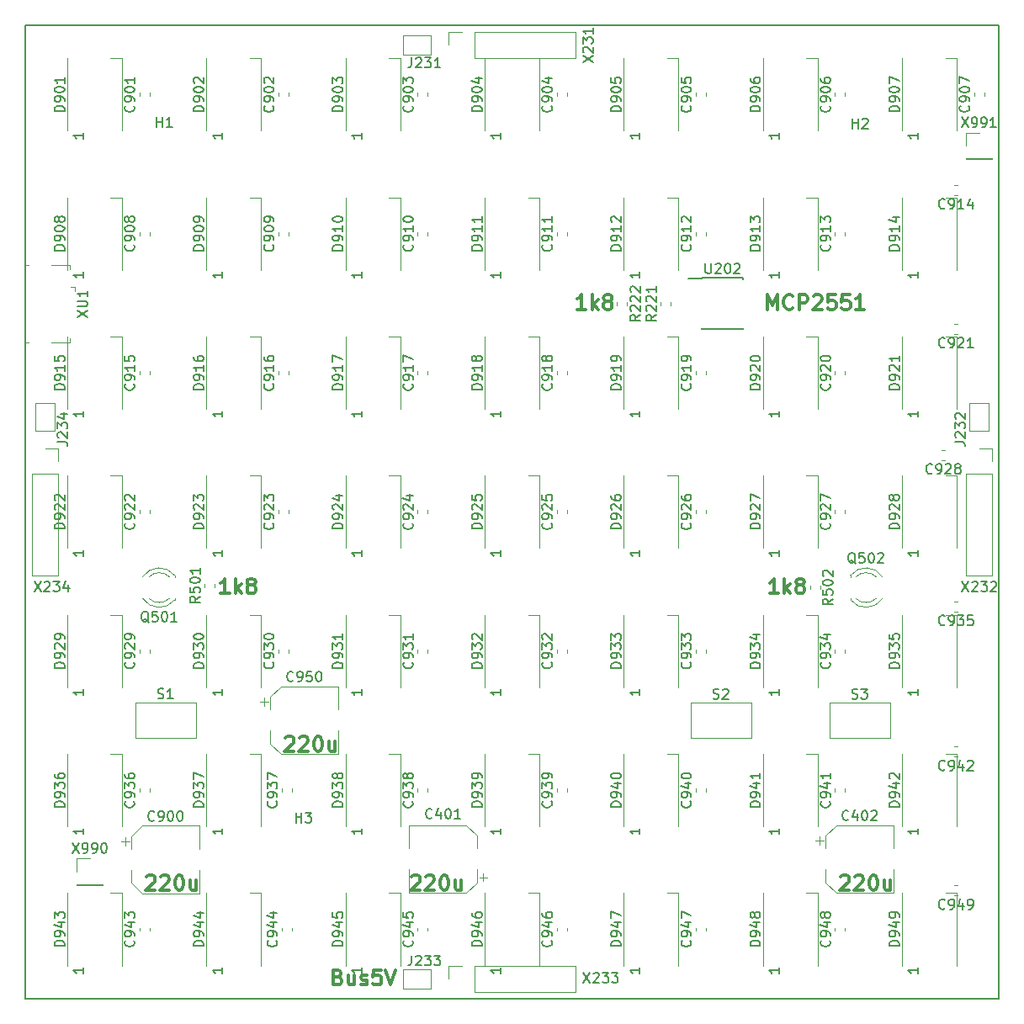
<source format=gbr>
G04 #@! TF.GenerationSoftware,KiCad,Pcbnew,5.0.1+dfsg1-3*
G04 #@! TF.CreationDate,2018-12-12T18:27:28+01:00*
G04 #@! TF.ProjectId,BitkanoneV2,4269746B616E6F6E6556322E6B696361,2.0*
G04 #@! TF.SameCoordinates,Original*
G04 #@! TF.FileFunction,Legend,Top*
G04 #@! TF.FilePolarity,Positive*
%FSLAX46Y46*%
G04 Gerber Fmt 4.6, Leading zero omitted, Abs format (unit mm)*
G04 Created by KiCad (PCBNEW 5.0.1+dfsg1-3) date Mi 12 Dez 2018 18:27:28 CET*
%MOMM*%
%LPD*%
G01*
G04 APERTURE LIST*
%ADD10C,0.150000*%
%ADD11C,0.300000*%
%ADD12C,0.120000*%
G04 APERTURE END LIST*
D10*
X118000000Y-20000000D02*
X20000000Y-20000000D01*
X118000000Y-118000000D02*
X118000000Y-20000000D01*
X20000000Y-118000000D02*
X118000000Y-118000000D01*
X20000000Y-20000000D02*
X20000000Y-118000000D01*
D11*
X94673657Y-48643572D02*
X94673657Y-47143572D01*
X95173657Y-48215001D01*
X95673657Y-47143572D01*
X95673657Y-48643572D01*
X97245085Y-48500715D02*
X97173657Y-48572143D01*
X96959371Y-48643572D01*
X96816514Y-48643572D01*
X96602228Y-48572143D01*
X96459371Y-48429286D01*
X96387942Y-48286429D01*
X96316514Y-48000715D01*
X96316514Y-47786429D01*
X96387942Y-47500715D01*
X96459371Y-47357858D01*
X96602228Y-47215001D01*
X96816514Y-47143572D01*
X96959371Y-47143572D01*
X97173657Y-47215001D01*
X97245085Y-47286429D01*
X97887942Y-48643572D02*
X97887942Y-47143572D01*
X98459371Y-47143572D01*
X98602228Y-47215001D01*
X98673657Y-47286429D01*
X98745085Y-47429286D01*
X98745085Y-47643572D01*
X98673657Y-47786429D01*
X98602228Y-47857858D01*
X98459371Y-47929286D01*
X97887942Y-47929286D01*
X99316514Y-47286429D02*
X99387942Y-47215001D01*
X99530800Y-47143572D01*
X99887942Y-47143572D01*
X100030800Y-47215001D01*
X100102228Y-47286429D01*
X100173657Y-47429286D01*
X100173657Y-47572143D01*
X100102228Y-47786429D01*
X99245085Y-48643572D01*
X100173657Y-48643572D01*
X101530800Y-47143572D02*
X100816514Y-47143572D01*
X100745085Y-47857858D01*
X100816514Y-47786429D01*
X100959371Y-47715001D01*
X101316514Y-47715001D01*
X101459371Y-47786429D01*
X101530800Y-47857858D01*
X101602228Y-48000715D01*
X101602228Y-48357858D01*
X101530800Y-48500715D01*
X101459371Y-48572143D01*
X101316514Y-48643572D01*
X100959371Y-48643572D01*
X100816514Y-48572143D01*
X100745085Y-48500715D01*
X102959371Y-47143572D02*
X102245085Y-47143572D01*
X102173657Y-47857858D01*
X102245085Y-47786429D01*
X102387942Y-47715001D01*
X102745085Y-47715001D01*
X102887942Y-47786429D01*
X102959371Y-47857858D01*
X103030800Y-48000715D01*
X103030800Y-48357858D01*
X102959371Y-48500715D01*
X102887942Y-48572143D01*
X102745085Y-48643572D01*
X102387942Y-48643572D01*
X102245085Y-48572143D01*
X102173657Y-48500715D01*
X104459371Y-48643572D02*
X103602228Y-48643572D01*
X104030800Y-48643572D02*
X104030800Y-47143572D01*
X103887942Y-47357858D01*
X103745085Y-47500715D01*
X103602228Y-47572143D01*
X46195085Y-91736429D02*
X46266514Y-91665001D01*
X46409371Y-91593572D01*
X46766514Y-91593572D01*
X46909371Y-91665001D01*
X46980800Y-91736429D01*
X47052228Y-91879286D01*
X47052228Y-92022143D01*
X46980800Y-92236429D01*
X46123657Y-93093572D01*
X47052228Y-93093572D01*
X47623657Y-91736429D02*
X47695085Y-91665001D01*
X47837942Y-91593572D01*
X48195085Y-91593572D01*
X48337942Y-91665001D01*
X48409371Y-91736429D01*
X48480800Y-91879286D01*
X48480800Y-92022143D01*
X48409371Y-92236429D01*
X47552228Y-93093572D01*
X48480800Y-93093572D01*
X49409371Y-91593572D02*
X49552228Y-91593572D01*
X49695085Y-91665001D01*
X49766514Y-91736429D01*
X49837942Y-91879286D01*
X49909371Y-92165001D01*
X49909371Y-92522143D01*
X49837942Y-92807858D01*
X49766514Y-92950715D01*
X49695085Y-93022143D01*
X49552228Y-93093572D01*
X49409371Y-93093572D01*
X49266514Y-93022143D01*
X49195085Y-92950715D01*
X49123657Y-92807858D01*
X49052228Y-92522143D01*
X49052228Y-92165001D01*
X49123657Y-91879286D01*
X49195085Y-91736429D01*
X49266514Y-91665001D01*
X49409371Y-91593572D01*
X51195085Y-92093572D02*
X51195085Y-93093572D01*
X50552228Y-92093572D02*
X50552228Y-92879286D01*
X50623657Y-93022143D01*
X50766514Y-93093572D01*
X50980800Y-93093572D01*
X51123657Y-93022143D01*
X51195085Y-92950715D01*
X102075085Y-105706429D02*
X102146514Y-105635001D01*
X102289371Y-105563572D01*
X102646514Y-105563572D01*
X102789371Y-105635001D01*
X102860800Y-105706429D01*
X102932228Y-105849286D01*
X102932228Y-105992143D01*
X102860800Y-106206429D01*
X102003657Y-107063572D01*
X102932228Y-107063572D01*
X103503657Y-105706429D02*
X103575085Y-105635001D01*
X103717942Y-105563572D01*
X104075085Y-105563572D01*
X104217942Y-105635001D01*
X104289371Y-105706429D01*
X104360800Y-105849286D01*
X104360800Y-105992143D01*
X104289371Y-106206429D01*
X103432228Y-107063572D01*
X104360800Y-107063572D01*
X105289371Y-105563572D02*
X105432228Y-105563572D01*
X105575085Y-105635001D01*
X105646514Y-105706429D01*
X105717942Y-105849286D01*
X105789371Y-106135001D01*
X105789371Y-106492143D01*
X105717942Y-106777858D01*
X105646514Y-106920715D01*
X105575085Y-106992143D01*
X105432228Y-107063572D01*
X105289371Y-107063572D01*
X105146514Y-106992143D01*
X105075085Y-106920715D01*
X105003657Y-106777858D01*
X104932228Y-106492143D01*
X104932228Y-106135001D01*
X105003657Y-105849286D01*
X105075085Y-105706429D01*
X105146514Y-105635001D01*
X105289371Y-105563572D01*
X107075085Y-106063572D02*
X107075085Y-107063572D01*
X106432228Y-106063572D02*
X106432228Y-106849286D01*
X106503657Y-106992143D01*
X106646514Y-107063572D01*
X106860800Y-107063572D01*
X107003657Y-106992143D01*
X107075085Y-106920715D01*
X58895085Y-105706429D02*
X58966514Y-105635001D01*
X59109371Y-105563572D01*
X59466514Y-105563572D01*
X59609371Y-105635001D01*
X59680800Y-105706429D01*
X59752228Y-105849286D01*
X59752228Y-105992143D01*
X59680800Y-106206429D01*
X58823657Y-107063572D01*
X59752228Y-107063572D01*
X60323657Y-105706429D02*
X60395085Y-105635001D01*
X60537942Y-105563572D01*
X60895085Y-105563572D01*
X61037942Y-105635001D01*
X61109371Y-105706429D01*
X61180800Y-105849286D01*
X61180800Y-105992143D01*
X61109371Y-106206429D01*
X60252228Y-107063572D01*
X61180800Y-107063572D01*
X62109371Y-105563572D02*
X62252228Y-105563572D01*
X62395085Y-105635001D01*
X62466514Y-105706429D01*
X62537942Y-105849286D01*
X62609371Y-106135001D01*
X62609371Y-106492143D01*
X62537942Y-106777858D01*
X62466514Y-106920715D01*
X62395085Y-106992143D01*
X62252228Y-107063572D01*
X62109371Y-107063572D01*
X61966514Y-106992143D01*
X61895085Y-106920715D01*
X61823657Y-106777858D01*
X61752228Y-106492143D01*
X61752228Y-106135001D01*
X61823657Y-105849286D01*
X61895085Y-105706429D01*
X61966514Y-105635001D01*
X62109371Y-105563572D01*
X63895085Y-106063572D02*
X63895085Y-107063572D01*
X63252228Y-106063572D02*
X63252228Y-106849286D01*
X63323657Y-106992143D01*
X63466514Y-107063572D01*
X63680800Y-107063572D01*
X63823657Y-106992143D01*
X63895085Y-106920715D01*
X32225085Y-105706429D02*
X32296514Y-105635001D01*
X32439371Y-105563572D01*
X32796514Y-105563572D01*
X32939371Y-105635001D01*
X33010800Y-105706429D01*
X33082228Y-105849286D01*
X33082228Y-105992143D01*
X33010800Y-106206429D01*
X32153657Y-107063572D01*
X33082228Y-107063572D01*
X33653657Y-105706429D02*
X33725085Y-105635001D01*
X33867942Y-105563572D01*
X34225085Y-105563572D01*
X34367942Y-105635001D01*
X34439371Y-105706429D01*
X34510800Y-105849286D01*
X34510800Y-105992143D01*
X34439371Y-106206429D01*
X33582228Y-107063572D01*
X34510800Y-107063572D01*
X35439371Y-105563572D02*
X35582228Y-105563572D01*
X35725085Y-105635001D01*
X35796514Y-105706429D01*
X35867942Y-105849286D01*
X35939371Y-106135001D01*
X35939371Y-106492143D01*
X35867942Y-106777858D01*
X35796514Y-106920715D01*
X35725085Y-106992143D01*
X35582228Y-107063572D01*
X35439371Y-107063572D01*
X35296514Y-106992143D01*
X35225085Y-106920715D01*
X35153657Y-106777858D01*
X35082228Y-106492143D01*
X35082228Y-106135001D01*
X35153657Y-105849286D01*
X35225085Y-105706429D01*
X35296514Y-105635001D01*
X35439371Y-105563572D01*
X37225085Y-106063572D02*
X37225085Y-107063572D01*
X36582228Y-106063572D02*
X36582228Y-106849286D01*
X36653657Y-106992143D01*
X36796514Y-107063572D01*
X37010800Y-107063572D01*
X37153657Y-106992143D01*
X37225085Y-106920715D01*
X51497228Y-115802858D02*
X51711514Y-115874286D01*
X51782942Y-115945715D01*
X51854371Y-116088572D01*
X51854371Y-116302858D01*
X51782942Y-116445715D01*
X51711514Y-116517143D01*
X51568657Y-116588572D01*
X50997228Y-116588572D01*
X50997228Y-115088572D01*
X51497228Y-115088572D01*
X51640085Y-115160001D01*
X51711514Y-115231429D01*
X51782942Y-115374286D01*
X51782942Y-115517143D01*
X51711514Y-115660001D01*
X51640085Y-115731429D01*
X51497228Y-115802858D01*
X50997228Y-115802858D01*
X53140085Y-115588572D02*
X53140085Y-116588572D01*
X52497228Y-115588572D02*
X52497228Y-116374286D01*
X52568657Y-116517143D01*
X52711514Y-116588572D01*
X52925800Y-116588572D01*
X53068657Y-116517143D01*
X53140085Y-116445715D01*
X53782942Y-116517143D02*
X53925800Y-116588572D01*
X54211514Y-116588572D01*
X54354371Y-116517143D01*
X54425800Y-116374286D01*
X54425800Y-116302858D01*
X54354371Y-116160001D01*
X54211514Y-116088572D01*
X53997228Y-116088572D01*
X53854371Y-116017143D01*
X53782942Y-115874286D01*
X53782942Y-115802858D01*
X53854371Y-115660001D01*
X53997228Y-115588572D01*
X54211514Y-115588572D01*
X54354371Y-115660001D01*
X55782942Y-115088572D02*
X55068657Y-115088572D01*
X54997228Y-115802858D01*
X55068657Y-115731429D01*
X55211514Y-115660001D01*
X55568657Y-115660001D01*
X55711514Y-115731429D01*
X55782942Y-115802858D01*
X55854371Y-115945715D01*
X55854371Y-116302858D01*
X55782942Y-116445715D01*
X55711514Y-116517143D01*
X55568657Y-116588572D01*
X55211514Y-116588572D01*
X55068657Y-116517143D01*
X54997228Y-116445715D01*
X56282942Y-115088572D02*
X56782942Y-116588572D01*
X57282942Y-115088572D01*
X95772228Y-77218572D02*
X94915085Y-77218572D01*
X95343657Y-77218572D02*
X95343657Y-75718572D01*
X95200800Y-75932858D01*
X95057942Y-76075715D01*
X94915085Y-76147143D01*
X96415085Y-77218572D02*
X96415085Y-75718572D01*
X96557942Y-76647143D02*
X96986514Y-77218572D01*
X96986514Y-76218572D02*
X96415085Y-76790001D01*
X97843657Y-76361429D02*
X97700800Y-76290001D01*
X97629371Y-76218572D01*
X97557942Y-76075715D01*
X97557942Y-76004286D01*
X97629371Y-75861429D01*
X97700800Y-75790001D01*
X97843657Y-75718572D01*
X98129371Y-75718572D01*
X98272228Y-75790001D01*
X98343657Y-75861429D01*
X98415085Y-76004286D01*
X98415085Y-76075715D01*
X98343657Y-76218572D01*
X98272228Y-76290001D01*
X98129371Y-76361429D01*
X97843657Y-76361429D01*
X97700800Y-76432858D01*
X97629371Y-76504286D01*
X97557942Y-76647143D01*
X97557942Y-76932858D01*
X97629371Y-77075715D01*
X97700800Y-77147143D01*
X97843657Y-77218572D01*
X98129371Y-77218572D01*
X98272228Y-77147143D01*
X98343657Y-77075715D01*
X98415085Y-76932858D01*
X98415085Y-76647143D01*
X98343657Y-76504286D01*
X98272228Y-76432858D01*
X98129371Y-76361429D01*
X40543657Y-77218572D02*
X39686514Y-77218572D01*
X40115085Y-77218572D02*
X40115085Y-75718572D01*
X39972228Y-75932858D01*
X39829371Y-76075715D01*
X39686514Y-76147143D01*
X41186514Y-77218572D02*
X41186514Y-75718572D01*
X41329371Y-76647143D02*
X41757942Y-77218572D01*
X41757942Y-76218572D02*
X41186514Y-76790001D01*
X42615085Y-76361429D02*
X42472228Y-76290001D01*
X42400800Y-76218572D01*
X42329371Y-76075715D01*
X42329371Y-76004286D01*
X42400800Y-75861429D01*
X42472228Y-75790001D01*
X42615085Y-75718572D01*
X42900800Y-75718572D01*
X43043657Y-75790001D01*
X43115085Y-75861429D01*
X43186514Y-76004286D01*
X43186514Y-76075715D01*
X43115085Y-76218572D01*
X43043657Y-76290001D01*
X42900800Y-76361429D01*
X42615085Y-76361429D01*
X42472228Y-76432858D01*
X42400800Y-76504286D01*
X42329371Y-76647143D01*
X42329371Y-76932858D01*
X42400800Y-77075715D01*
X42472228Y-77147143D01*
X42615085Y-77218572D01*
X42900800Y-77218572D01*
X43043657Y-77147143D01*
X43115085Y-77075715D01*
X43186514Y-76932858D01*
X43186514Y-76647143D01*
X43115085Y-76504286D01*
X43043657Y-76432858D01*
X42900800Y-76361429D01*
X76412942Y-48643572D02*
X75555800Y-48643572D01*
X75984371Y-48643572D02*
X75984371Y-47143572D01*
X75841514Y-47357858D01*
X75698657Y-47500715D01*
X75555800Y-47572143D01*
X77055800Y-48643572D02*
X77055800Y-47143572D01*
X77198657Y-48072143D02*
X77627228Y-48643572D01*
X77627228Y-47643572D02*
X77055800Y-48215001D01*
X78484371Y-47786429D02*
X78341514Y-47715001D01*
X78270085Y-47643572D01*
X78198657Y-47500715D01*
X78198657Y-47429286D01*
X78270085Y-47286429D01*
X78341514Y-47215001D01*
X78484371Y-47143572D01*
X78770085Y-47143572D01*
X78912942Y-47215001D01*
X78984371Y-47286429D01*
X79055800Y-47429286D01*
X79055800Y-47500715D01*
X78984371Y-47643572D01*
X78912942Y-47715001D01*
X78770085Y-47786429D01*
X78484371Y-47786429D01*
X78341514Y-47857858D01*
X78270085Y-47929286D01*
X78198657Y-48072143D01*
X78198657Y-48357858D01*
X78270085Y-48500715D01*
X78341514Y-48572143D01*
X78484371Y-48643572D01*
X78770085Y-48643572D01*
X78912942Y-48572143D01*
X78984371Y-48500715D01*
X79055800Y-48357858D01*
X79055800Y-48072143D01*
X78984371Y-47929286D01*
X78912942Y-47857858D01*
X78770085Y-47786429D01*
D12*
G04 #@! TO.C,XU1*
X24458300Y-44145000D02*
X24458300Y-44595000D01*
X22608300Y-44145000D02*
X24458300Y-44145000D01*
X20058300Y-51945000D02*
X20308300Y-51945000D01*
X20058300Y-44145000D02*
X20308300Y-44145000D01*
X22608300Y-51945000D02*
X24458300Y-51945000D01*
X24458300Y-51945000D02*
X24458300Y-51495000D01*
X25008300Y-46345000D02*
X25008300Y-46795000D01*
X25008300Y-46345000D02*
X24558300Y-46345000D01*
G04 #@! TO.C,C950*
X51505800Y-93365000D02*
X51505800Y-91015000D01*
X51505800Y-86545000D02*
X51505800Y-88895000D01*
X45750237Y-86545000D02*
X51505800Y-86545000D01*
X45750237Y-93365000D02*
X51505800Y-93365000D01*
X44685800Y-92300563D02*
X44685800Y-91015000D01*
X44685800Y-87609437D02*
X44685800Y-88895000D01*
X44685800Y-87609437D02*
X45750237Y-86545000D01*
X44685800Y-92300563D02*
X45750237Y-93365000D01*
X43658300Y-88107500D02*
X44445800Y-88107500D01*
X44052050Y-87713750D02*
X44052050Y-88501250D01*
G04 #@! TO.C,Q502*
X103050800Y-77700000D02*
X103050800Y-77856000D01*
X103050800Y-75384000D02*
X103050800Y-75540000D01*
X105651930Y-77699837D02*
G75*
G02X103569839Y-77700000I-1041130J1079837D01*
G01*
X105651930Y-75540163D02*
G75*
G03X103569839Y-75540000I-1041130J-1079837D01*
G01*
X106283135Y-77698608D02*
G75*
G02X103050800Y-77855516I-1672335J1078608D01*
G01*
X106283135Y-75541392D02*
G75*
G03X103050800Y-75384484I-1672335J-1078608D01*
G01*
G04 #@! TO.C,Q501*
X31818465Y-77698608D02*
G75*
G03X35050800Y-77855516I1672335J1078608D01*
G01*
X31818465Y-75541392D02*
G75*
G02X35050800Y-75384484I1672335J-1078608D01*
G01*
X32449670Y-77699837D02*
G75*
G03X34531761Y-77700000I1041130J1079837D01*
G01*
X32449670Y-75540163D02*
G75*
G02X34531761Y-75540000I1041130J-1079837D01*
G01*
X35050800Y-77856000D02*
X35050800Y-77700000D01*
X35050800Y-75540000D02*
X35050800Y-75384000D01*
G04 #@! TO.C,R502*
X100040800Y-76791267D02*
X100040800Y-76448733D01*
X99020800Y-76791267D02*
X99020800Y-76448733D01*
G04 #@! TO.C,R501*
X38060800Y-76551267D02*
X38060800Y-76208733D01*
X39080800Y-76551267D02*
X39080800Y-76208733D01*
G04 #@! TO.C,S1*
X37185800Y-91765000D02*
X31065800Y-91765000D01*
X31065800Y-91765000D02*
X31065800Y-88145000D01*
X31065800Y-88145000D02*
X37185800Y-88145000D01*
X37185800Y-88145000D02*
X37185800Y-91765000D01*
G04 #@! TO.C,S3*
X100915800Y-88145000D02*
X107035800Y-88145000D01*
X107035800Y-88145000D02*
X107035800Y-91765000D01*
X107035800Y-91765000D02*
X100915800Y-91765000D01*
X100915800Y-91765000D02*
X100915800Y-88145000D01*
G04 #@! TO.C,S2*
X86945800Y-88145000D02*
X93065800Y-88145000D01*
X93065800Y-88145000D02*
X93065800Y-91765000D01*
X93065800Y-91765000D02*
X86945800Y-91765000D01*
X86945800Y-91765000D02*
X86945800Y-88145000D01*
G04 #@! TO.C,C900*
X37535800Y-107410000D02*
X37535800Y-105060000D01*
X37535800Y-100590000D02*
X37535800Y-102940000D01*
X31780237Y-100590000D02*
X37535800Y-100590000D01*
X31780237Y-107410000D02*
X37535800Y-107410000D01*
X30715800Y-106345563D02*
X30715800Y-105060000D01*
X30715800Y-101654437D02*
X30715800Y-102940000D01*
X30715800Y-101654437D02*
X31780237Y-100590000D01*
X30715800Y-106345563D02*
X31780237Y-107410000D01*
X29688300Y-102152500D02*
X30475800Y-102152500D01*
X30082050Y-101758750D02*
X30082050Y-102546250D01*
G04 #@! TO.C,X991*
X114660000Y-33500000D02*
X117320000Y-33500000D01*
X114660000Y-33440000D02*
X114660000Y-33500000D01*
X117320000Y-33440000D02*
X117320000Y-33500000D01*
X114660000Y-33440000D02*
X117320000Y-33440000D01*
X114660000Y-32170000D02*
X114660000Y-30840000D01*
X114660000Y-30840000D02*
X115990000Y-30840000D01*
G04 #@! TO.C,D949*
X113750000Y-107350000D02*
X112600000Y-107350000D01*
X113750000Y-114650000D02*
X113750000Y-107350000D01*
X108250000Y-114650000D02*
X108250000Y-107350000D01*
G04 #@! TO.C,C402*
X99932050Y-101683750D02*
X99932050Y-102471250D01*
X99538300Y-102077500D02*
X100325800Y-102077500D01*
X100565800Y-106270563D02*
X101630237Y-107335000D01*
X100565800Y-101579437D02*
X101630237Y-100515000D01*
X100565800Y-101579437D02*
X100565800Y-102865000D01*
X100565800Y-106270563D02*
X100565800Y-104985000D01*
X101630237Y-107335000D02*
X107385800Y-107335000D01*
X101630237Y-100515000D02*
X107385800Y-100515000D01*
X107385800Y-100515000D02*
X107385800Y-102865000D01*
X107385800Y-107335000D02*
X107385800Y-104985000D01*
G04 #@! TO.C,C401*
X58655800Y-100515000D02*
X58655800Y-102865000D01*
X58655800Y-107335000D02*
X58655800Y-104985000D01*
X64411363Y-107335000D02*
X58655800Y-107335000D01*
X64411363Y-100515000D02*
X58655800Y-100515000D01*
X65475800Y-101579437D02*
X65475800Y-102865000D01*
X65475800Y-106270563D02*
X65475800Y-104985000D01*
X65475800Y-106270563D02*
X64411363Y-107335000D01*
X65475800Y-101579437D02*
X64411363Y-100515000D01*
X66503300Y-105772500D02*
X65715800Y-105772500D01*
X66109550Y-106166250D02*
X66109550Y-105378750D01*
G04 #@! TO.C,C901*
X32510000Y-27162779D02*
X32510000Y-26837221D01*
X31490000Y-27162779D02*
X31490000Y-26837221D01*
G04 #@! TO.C,C904*
X73490000Y-27162779D02*
X73490000Y-26837221D01*
X74510000Y-27162779D02*
X74510000Y-26837221D01*
G04 #@! TO.C,C905*
X88510000Y-27162779D02*
X88510000Y-26837221D01*
X87490000Y-27162779D02*
X87490000Y-26837221D01*
G04 #@! TO.C,C906*
X101490000Y-27162779D02*
X101490000Y-26837221D01*
X102510000Y-27162779D02*
X102510000Y-26837221D01*
G04 #@! TO.C,C907*
X116510000Y-27162779D02*
X116510000Y-26837221D01*
X115490000Y-27162779D02*
X115490000Y-26837221D01*
G04 #@! TO.C,C908*
X31490000Y-41162779D02*
X31490000Y-40837221D01*
X32510000Y-41162779D02*
X32510000Y-40837221D01*
G04 #@! TO.C,C909*
X46510000Y-41162779D02*
X46510000Y-40837221D01*
X45490000Y-41162779D02*
X45490000Y-40837221D01*
G04 #@! TO.C,C910*
X59490000Y-41162779D02*
X59490000Y-40837221D01*
X60510000Y-41162779D02*
X60510000Y-40837221D01*
G04 #@! TO.C,C911*
X74510000Y-41162779D02*
X74510000Y-40837221D01*
X73490000Y-41162779D02*
X73490000Y-40837221D01*
G04 #@! TO.C,C948*
X101490000Y-111162779D02*
X101490000Y-110837221D01*
X102510000Y-111162779D02*
X102510000Y-110837221D01*
G04 #@! TO.C,C913*
X102510000Y-41162779D02*
X102510000Y-40837221D01*
X101490000Y-41162779D02*
X101490000Y-40837221D01*
G04 #@! TO.C,C914*
X113827779Y-37125000D02*
X113502221Y-37125000D01*
X113827779Y-36105000D02*
X113502221Y-36105000D01*
G04 #@! TO.C,C915*
X32510000Y-55162779D02*
X32510000Y-54837221D01*
X31490000Y-55162779D02*
X31490000Y-54837221D01*
G04 #@! TO.C,C916*
X45490000Y-55162779D02*
X45490000Y-54837221D01*
X46510000Y-55162779D02*
X46510000Y-54837221D01*
G04 #@! TO.C,C917*
X60510000Y-55162779D02*
X60510000Y-54837221D01*
X59490000Y-55162779D02*
X59490000Y-54837221D01*
G04 #@! TO.C,C918*
X73490000Y-55162779D02*
X73490000Y-54837221D01*
X74510000Y-55162779D02*
X74510000Y-54837221D01*
G04 #@! TO.C,C919*
X88510000Y-55162779D02*
X88510000Y-54837221D01*
X87490000Y-55162779D02*
X87490000Y-54837221D01*
G04 #@! TO.C,C920*
X101490000Y-55162779D02*
X101490000Y-54837221D01*
X102510000Y-55162779D02*
X102510000Y-54837221D01*
G04 #@! TO.C,C921*
X113827779Y-50075000D02*
X113502221Y-50075000D01*
X113827779Y-51095000D02*
X113502221Y-51095000D01*
G04 #@! TO.C,C922*
X31490000Y-69162779D02*
X31490000Y-68837221D01*
X32510000Y-69162779D02*
X32510000Y-68837221D01*
G04 #@! TO.C,C923*
X46510000Y-69162779D02*
X46510000Y-68837221D01*
X45490000Y-69162779D02*
X45490000Y-68837221D01*
G04 #@! TO.C,C924*
X59490000Y-69162779D02*
X59490000Y-68837221D01*
X60510000Y-69162779D02*
X60510000Y-68837221D01*
G04 #@! TO.C,C912*
X88510000Y-41162779D02*
X88510000Y-40837221D01*
X87490000Y-41162779D02*
X87490000Y-40837221D01*
G04 #@! TO.C,C902*
X45490000Y-27162779D02*
X45490000Y-26837221D01*
X46510000Y-27162779D02*
X46510000Y-26837221D01*
G04 #@! TO.C,C927*
X102510000Y-69162779D02*
X102510000Y-68837221D01*
X101490000Y-69162779D02*
X101490000Y-68837221D01*
G04 #@! TO.C,C928*
X112557779Y-63795000D02*
X112232221Y-63795000D01*
X112557779Y-62775000D02*
X112232221Y-62775000D01*
G04 #@! TO.C,C929*
X32510000Y-83162779D02*
X32510000Y-82837221D01*
X31490000Y-83162779D02*
X31490000Y-82837221D01*
G04 #@! TO.C,C930*
X45490000Y-83162779D02*
X45490000Y-82837221D01*
X46510000Y-83162779D02*
X46510000Y-82837221D01*
G04 #@! TO.C,C931*
X60510000Y-83162779D02*
X60510000Y-82837221D01*
X59490000Y-83162779D02*
X59490000Y-82837221D01*
G04 #@! TO.C,C932*
X73490000Y-83162779D02*
X73490000Y-82837221D01*
X74510000Y-83162779D02*
X74510000Y-82837221D01*
G04 #@! TO.C,C933*
X88510000Y-83162779D02*
X88510000Y-82837221D01*
X87490000Y-83162779D02*
X87490000Y-82837221D01*
G04 #@! TO.C,C934*
X101490000Y-83162779D02*
X101490000Y-82837221D01*
X102510000Y-83162779D02*
X102510000Y-82837221D01*
G04 #@! TO.C,C935*
X113827779Y-78015000D02*
X113502221Y-78015000D01*
X113827779Y-79035000D02*
X113502221Y-79035000D01*
G04 #@! TO.C,C936*
X31490000Y-97162779D02*
X31490000Y-96837221D01*
X32510000Y-97162779D02*
X32510000Y-96837221D01*
G04 #@! TO.C,C937*
X46840000Y-97162779D02*
X46840000Y-96837221D01*
X45820000Y-97162779D02*
X45820000Y-96837221D01*
G04 #@! TO.C,C938*
X59490000Y-97162779D02*
X59490000Y-96837221D01*
X60510000Y-97162779D02*
X60510000Y-96837221D01*
G04 #@! TO.C,C925*
X74510000Y-69162779D02*
X74510000Y-68837221D01*
X73490000Y-69162779D02*
X73490000Y-68837221D01*
G04 #@! TO.C,C949*
X113827779Y-107610000D02*
X113502221Y-107610000D01*
X113827779Y-106590000D02*
X113502221Y-106590000D01*
G04 #@! TO.C,C926*
X88510000Y-69162779D02*
X88510000Y-68837221D01*
X87490000Y-69162779D02*
X87490000Y-68837221D01*
G04 #@! TO.C,C947*
X87490000Y-111162779D02*
X87490000Y-110837221D01*
X88510000Y-111162779D02*
X88510000Y-110837221D01*
G04 #@! TO.C,C946*
X74510000Y-111162779D02*
X74510000Y-110837221D01*
X73490000Y-111162779D02*
X73490000Y-110837221D01*
G04 #@! TO.C,C945*
X59490000Y-111162779D02*
X59490000Y-110837221D01*
X60510000Y-111162779D02*
X60510000Y-110837221D01*
G04 #@! TO.C,C944*
X46840000Y-111162779D02*
X46840000Y-110837221D01*
X45820000Y-111162779D02*
X45820000Y-110837221D01*
G04 #@! TO.C,C943*
X31490000Y-111162779D02*
X31490000Y-110837221D01*
X32510000Y-111162779D02*
X32510000Y-110837221D01*
G04 #@! TO.C,C942*
X113827779Y-92620000D02*
X113502221Y-92620000D01*
X113827779Y-93640000D02*
X113502221Y-93640000D01*
G04 #@! TO.C,C941*
X101490000Y-97162779D02*
X101490000Y-96837221D01*
X102510000Y-97162779D02*
X102510000Y-96837221D01*
G04 #@! TO.C,C940*
X88510000Y-97162779D02*
X88510000Y-96837221D01*
X87490000Y-97162779D02*
X87490000Y-96837221D01*
G04 #@! TO.C,C939*
X73490000Y-97162779D02*
X73490000Y-96837221D01*
X74510000Y-97162779D02*
X74510000Y-96837221D01*
G04 #@! TO.C,X233*
X62590000Y-115990000D02*
X62590000Y-114660000D01*
X62590000Y-114660000D02*
X63920000Y-114660000D01*
X65190000Y-114660000D02*
X75410000Y-114660000D01*
X75410000Y-117320000D02*
X75410000Y-114660000D01*
X65190000Y-117320000D02*
X75410000Y-117320000D01*
X65190000Y-117320000D02*
X65190000Y-114660000D01*
G04 #@! TO.C,X232*
X114660000Y-65190000D02*
X117320000Y-65190000D01*
X114660000Y-65190000D02*
X114660000Y-75410000D01*
X114660000Y-75410000D02*
X117320000Y-75410000D01*
X117320000Y-65190000D02*
X117320000Y-75410000D01*
X117320000Y-62590000D02*
X117320000Y-63920000D01*
X115990000Y-62590000D02*
X117320000Y-62590000D01*
G04 #@! TO.C,X234*
X22010000Y-62590000D02*
X23340000Y-62590000D01*
X23340000Y-62590000D02*
X23340000Y-63920000D01*
X23340000Y-65190000D02*
X23340000Y-75410000D01*
X20680000Y-75410000D02*
X23340000Y-75410000D01*
X20680000Y-65190000D02*
X20680000Y-75410000D01*
X20680000Y-65190000D02*
X23340000Y-65190000D01*
G04 #@! TO.C,X231*
X65190000Y-23340000D02*
X65190000Y-20680000D01*
X65190000Y-23340000D02*
X75410000Y-23340000D01*
X75410000Y-23340000D02*
X75410000Y-20680000D01*
X65190000Y-20680000D02*
X75410000Y-20680000D01*
X62590000Y-20680000D02*
X63920000Y-20680000D01*
X62590000Y-22010000D02*
X62590000Y-20680000D01*
G04 #@! TO.C,J231*
X58060000Y-23010000D02*
X58060000Y-21010000D01*
X60860000Y-23010000D02*
X58060000Y-23010000D01*
X60860000Y-21010000D02*
X60860000Y-23010000D01*
X58060000Y-21010000D02*
X60860000Y-21010000D01*
G04 #@! TO.C,J232*
X116990000Y-58060000D02*
X116990000Y-60860000D01*
X116990000Y-60860000D02*
X114990000Y-60860000D01*
X114990000Y-60860000D02*
X114990000Y-58060000D01*
X114990000Y-58060000D02*
X116990000Y-58060000D01*
G04 #@! TO.C,J233*
X58060000Y-116990000D02*
X58060000Y-114990000D01*
X60860000Y-116990000D02*
X58060000Y-116990000D01*
X60860000Y-114990000D02*
X60860000Y-116990000D01*
X58060000Y-114990000D02*
X60860000Y-114990000D01*
G04 #@! TO.C,J234*
X23010000Y-58060000D02*
X23010000Y-60860000D01*
X23010000Y-60860000D02*
X21010000Y-60860000D01*
X21010000Y-60860000D02*
X21010000Y-58060000D01*
X21010000Y-58060000D02*
X23010000Y-58060000D01*
D10*
G04 #@! TO.C,U202*
X88095000Y-45470000D02*
X88095000Y-45520000D01*
X92245000Y-45470000D02*
X92245000Y-45615000D01*
X92245000Y-50620000D02*
X92245000Y-50475000D01*
X88095000Y-50620000D02*
X88095000Y-50475000D01*
X88095000Y-45470000D02*
X92245000Y-45470000D01*
X88095000Y-50620000D02*
X92245000Y-50620000D01*
X88095000Y-45520000D02*
X86695000Y-45520000D01*
D12*
G04 #@! TO.C,R221*
X84965000Y-48216267D02*
X84965000Y-47873733D01*
X83945000Y-48216267D02*
X83945000Y-47873733D01*
G04 #@! TO.C,R222*
X80520000Y-47873733D02*
X80520000Y-48216267D01*
X79500000Y-47873733D02*
X79500000Y-48216267D01*
G04 #@! TO.C,C903*
X59490000Y-27162779D02*
X59490000Y-26837221D01*
X60510000Y-27162779D02*
X60510000Y-26837221D01*
G04 #@! TO.C,X990*
X25175800Y-106525000D02*
X27835800Y-106525000D01*
X25175800Y-106465000D02*
X25175800Y-106525000D01*
X27835800Y-106465000D02*
X27835800Y-106525000D01*
X25175800Y-106465000D02*
X27835800Y-106465000D01*
X25175800Y-105195000D02*
X25175800Y-103865000D01*
X25175800Y-103865000D02*
X26505800Y-103865000D01*
G04 #@! TO.C,D929*
X24250000Y-86650000D02*
X24250000Y-79350000D01*
X29750000Y-86650000D02*
X29750000Y-79350000D01*
X29750000Y-79350000D02*
X28600000Y-79350000D01*
G04 #@! TO.C,D931*
X57750000Y-79350000D02*
X56600000Y-79350000D01*
X57750000Y-86650000D02*
X57750000Y-79350000D01*
X52250000Y-86650000D02*
X52250000Y-79350000D01*
G04 #@! TO.C,D932*
X66250000Y-86650000D02*
X66250000Y-79350000D01*
X71750000Y-86650000D02*
X71750000Y-79350000D01*
X71750000Y-79350000D02*
X70600000Y-79350000D01*
G04 #@! TO.C,D933*
X85750000Y-79350000D02*
X84600000Y-79350000D01*
X85750000Y-86650000D02*
X85750000Y-79350000D01*
X80250000Y-86650000D02*
X80250000Y-79350000D01*
G04 #@! TO.C,D910*
X52250000Y-44650000D02*
X52250000Y-37350000D01*
X57750000Y-44650000D02*
X57750000Y-37350000D01*
X57750000Y-37350000D02*
X56600000Y-37350000D01*
G04 #@! TO.C,D918*
X71750000Y-51350000D02*
X70600000Y-51350000D01*
X71750000Y-58650000D02*
X71750000Y-51350000D01*
X66250000Y-58650000D02*
X66250000Y-51350000D01*
G04 #@! TO.C,D917*
X52250000Y-58650000D02*
X52250000Y-51350000D01*
X57750000Y-58650000D02*
X57750000Y-51350000D01*
X57750000Y-51350000D02*
X56600000Y-51350000D01*
G04 #@! TO.C,D916*
X43750000Y-51350000D02*
X42600000Y-51350000D01*
X43750000Y-58650000D02*
X43750000Y-51350000D01*
X38250000Y-58650000D02*
X38250000Y-51350000D01*
G04 #@! TO.C,D915*
X24250000Y-58650000D02*
X24250000Y-51350000D01*
X29750000Y-58650000D02*
X29750000Y-51350000D01*
X29750000Y-51350000D02*
X28600000Y-51350000D01*
G04 #@! TO.C,D914*
X113750000Y-37350000D02*
X112600000Y-37350000D01*
X113750000Y-44650000D02*
X113750000Y-37350000D01*
X108250000Y-44650000D02*
X108250000Y-37350000D01*
G04 #@! TO.C,D912*
X80250000Y-44650000D02*
X80250000Y-37350000D01*
X85750000Y-44650000D02*
X85750000Y-37350000D01*
X85750000Y-37350000D02*
X84600000Y-37350000D01*
G04 #@! TO.C,D930*
X43750000Y-79350000D02*
X42600000Y-79350000D01*
X43750000Y-86650000D02*
X43750000Y-79350000D01*
X38250000Y-86650000D02*
X38250000Y-79350000D01*
G04 #@! TO.C,D928*
X108250000Y-72650000D02*
X108250000Y-65350000D01*
X113750000Y-72650000D02*
X113750000Y-65350000D01*
X113750000Y-65350000D02*
X112600000Y-65350000D01*
G04 #@! TO.C,D927*
X99750000Y-65350000D02*
X98600000Y-65350000D01*
X99750000Y-72650000D02*
X99750000Y-65350000D01*
X94250000Y-72650000D02*
X94250000Y-65350000D01*
G04 #@! TO.C,D926*
X80250000Y-72650000D02*
X80250000Y-65350000D01*
X85750000Y-72650000D02*
X85750000Y-65350000D01*
X85750000Y-65350000D02*
X84600000Y-65350000D01*
G04 #@! TO.C,D925*
X71750000Y-65350000D02*
X70600000Y-65350000D01*
X71750000Y-72650000D02*
X71750000Y-65350000D01*
X66250000Y-72650000D02*
X66250000Y-65350000D01*
G04 #@! TO.C,D924*
X52250000Y-72650000D02*
X52250000Y-65350000D01*
X57750000Y-72650000D02*
X57750000Y-65350000D01*
X57750000Y-65350000D02*
X56600000Y-65350000D01*
G04 #@! TO.C,D923*
X43750000Y-65350000D02*
X42600000Y-65350000D01*
X43750000Y-72650000D02*
X43750000Y-65350000D01*
X38250000Y-72650000D02*
X38250000Y-65350000D01*
G04 #@! TO.C,D922*
X24250000Y-72650000D02*
X24250000Y-65350000D01*
X29750000Y-72650000D02*
X29750000Y-65350000D01*
X29750000Y-65350000D02*
X28600000Y-65350000D01*
G04 #@! TO.C,D921*
X113750000Y-51350000D02*
X112600000Y-51350000D01*
X113750000Y-58650000D02*
X113750000Y-51350000D01*
X108250000Y-58650000D02*
X108250000Y-51350000D01*
G04 #@! TO.C,D920*
X94250000Y-58650000D02*
X94250000Y-51350000D01*
X99750000Y-58650000D02*
X99750000Y-51350000D01*
X99750000Y-51350000D02*
X98600000Y-51350000D01*
G04 #@! TO.C,D919*
X85750000Y-51350000D02*
X84600000Y-51350000D01*
X85750000Y-58650000D02*
X85750000Y-51350000D01*
X80250000Y-58650000D02*
X80250000Y-51350000D01*
G04 #@! TO.C,D904*
X66250000Y-30650000D02*
X66250000Y-23350000D01*
X71750000Y-30650000D02*
X71750000Y-23350000D01*
X71750000Y-23350000D02*
X70600000Y-23350000D01*
G04 #@! TO.C,D913*
X99750000Y-37350000D02*
X98600000Y-37350000D01*
X99750000Y-44650000D02*
X99750000Y-37350000D01*
X94250000Y-44650000D02*
X94250000Y-37350000D01*
G04 #@! TO.C,D936*
X24250000Y-100650000D02*
X24250000Y-93350000D01*
X29750000Y-100650000D02*
X29750000Y-93350000D01*
X29750000Y-93350000D02*
X28600000Y-93350000D01*
G04 #@! TO.C,D937*
X43750000Y-93350000D02*
X42600000Y-93350000D01*
X43750000Y-100650000D02*
X43750000Y-93350000D01*
X38250000Y-100650000D02*
X38250000Y-93350000D01*
G04 #@! TO.C,D938*
X52250000Y-100650000D02*
X52250000Y-93350000D01*
X57750000Y-100650000D02*
X57750000Y-93350000D01*
X57750000Y-93350000D02*
X56600000Y-93350000D01*
G04 #@! TO.C,D939*
X71750000Y-93350000D02*
X70600000Y-93350000D01*
X71750000Y-100650000D02*
X71750000Y-93350000D01*
X66250000Y-100650000D02*
X66250000Y-93350000D01*
G04 #@! TO.C,D940*
X80250000Y-100650000D02*
X80250000Y-93350000D01*
X85750000Y-100650000D02*
X85750000Y-93350000D01*
X85750000Y-93350000D02*
X84600000Y-93350000D01*
G04 #@! TO.C,D941*
X99750000Y-93350000D02*
X98600000Y-93350000D01*
X99750000Y-100650000D02*
X99750000Y-93350000D01*
X94250000Y-100650000D02*
X94250000Y-93350000D01*
G04 #@! TO.C,D942*
X108250000Y-100650000D02*
X108250000Y-93350000D01*
X113750000Y-100650000D02*
X113750000Y-93350000D01*
X113750000Y-93350000D02*
X112600000Y-93350000D01*
G04 #@! TO.C,D943*
X29750000Y-107350000D02*
X28600000Y-107350000D01*
X29750000Y-114650000D02*
X29750000Y-107350000D01*
X24250000Y-114650000D02*
X24250000Y-107350000D01*
G04 #@! TO.C,D944*
X38250000Y-114650000D02*
X38250000Y-107350000D01*
X43750000Y-114650000D02*
X43750000Y-107350000D01*
X43750000Y-107350000D02*
X42600000Y-107350000D01*
G04 #@! TO.C,D945*
X57750000Y-107350000D02*
X56600000Y-107350000D01*
X57750000Y-114650000D02*
X57750000Y-107350000D01*
X52250000Y-114650000D02*
X52250000Y-107350000D01*
G04 #@! TO.C,D946*
X66250000Y-114650000D02*
X66250000Y-107350000D01*
X71750000Y-114650000D02*
X71750000Y-107350000D01*
X71750000Y-107350000D02*
X70600000Y-107350000D01*
G04 #@! TO.C,D947*
X85750000Y-107350000D02*
X84600000Y-107350000D01*
X85750000Y-114650000D02*
X85750000Y-107350000D01*
X80250000Y-114650000D02*
X80250000Y-107350000D01*
G04 #@! TO.C,D948*
X94250000Y-114650000D02*
X94250000Y-107350000D01*
X99750000Y-114650000D02*
X99750000Y-107350000D01*
X99750000Y-107350000D02*
X98600000Y-107350000D01*
G04 #@! TO.C,D934*
X94250000Y-86650000D02*
X94250000Y-79350000D01*
X99750000Y-86650000D02*
X99750000Y-79350000D01*
X99750000Y-79350000D02*
X98600000Y-79350000D01*
G04 #@! TO.C,D903*
X57750000Y-23350000D02*
X56600000Y-23350000D01*
X57750000Y-30650000D02*
X57750000Y-23350000D01*
X52250000Y-30650000D02*
X52250000Y-23350000D01*
G04 #@! TO.C,D935*
X108250000Y-86650000D02*
X108250000Y-79350000D01*
X113750000Y-86650000D02*
X113750000Y-79350000D01*
X113750000Y-79350000D02*
X112600000Y-79350000D01*
G04 #@! TO.C,D905*
X85750000Y-23350000D02*
X84600000Y-23350000D01*
X85750000Y-30650000D02*
X85750000Y-23350000D01*
X80250000Y-30650000D02*
X80250000Y-23350000D01*
G04 #@! TO.C,D906*
X94250000Y-30650000D02*
X94250000Y-23350000D01*
X99750000Y-30650000D02*
X99750000Y-23350000D01*
X99750000Y-23350000D02*
X98600000Y-23350000D01*
G04 #@! TO.C,D907*
X113750000Y-23350000D02*
X112600000Y-23350000D01*
X113750000Y-30650000D02*
X113750000Y-23350000D01*
X108250000Y-30650000D02*
X108250000Y-23350000D01*
G04 #@! TO.C,D908*
X24250000Y-44650000D02*
X24250000Y-37350000D01*
X29750000Y-44650000D02*
X29750000Y-37350000D01*
X29750000Y-37350000D02*
X28600000Y-37350000D01*
G04 #@! TO.C,D909*
X43750000Y-37350000D02*
X42600000Y-37350000D01*
X43750000Y-44650000D02*
X43750000Y-37350000D01*
X38250000Y-44650000D02*
X38250000Y-37350000D01*
G04 #@! TO.C,D902*
X38250000Y-30650000D02*
X38250000Y-23350000D01*
X43750000Y-30650000D02*
X43750000Y-23350000D01*
X43750000Y-23350000D02*
X42600000Y-23350000D01*
G04 #@! TO.C,D901*
X29750000Y-23350000D02*
X28600000Y-23350000D01*
X29750000Y-30650000D02*
X29750000Y-23350000D01*
X24250000Y-30650000D02*
X24250000Y-23350000D01*
G04 #@! TO.C,D911*
X66250000Y-44650000D02*
X66250000Y-37350000D01*
X71750000Y-44650000D02*
X71750000Y-37350000D01*
X71750000Y-37350000D02*
X70600000Y-37350000D01*
G04 #@! TD*
G04 #@! TO.C,XU1*
D10*
X25260680Y-49378333D02*
X26260680Y-48711666D01*
X25260680Y-48711666D02*
X26260680Y-49378333D01*
X25260680Y-48330714D02*
X26070204Y-48330714D01*
X26165442Y-48283095D01*
X26213061Y-48235476D01*
X26260680Y-48140238D01*
X26260680Y-47949761D01*
X26213061Y-47854523D01*
X26165442Y-47806904D01*
X26070204Y-47759285D01*
X25260680Y-47759285D01*
X26260680Y-46759285D02*
X26260680Y-47330714D01*
X26260680Y-47045000D02*
X25260680Y-47045000D01*
X25403538Y-47140238D01*
X25498776Y-47235476D01*
X25546395Y-47330714D01*
G04 #@! TO.C,H1*
X33238095Y-30252380D02*
X33238095Y-29252380D01*
X33238095Y-29728571D02*
X33809523Y-29728571D01*
X33809523Y-30252380D02*
X33809523Y-29252380D01*
X34809523Y-30252380D02*
X34238095Y-30252380D01*
X34523809Y-30252380D02*
X34523809Y-29252380D01*
X34428571Y-29395238D01*
X34333333Y-29490476D01*
X34238095Y-29538095D01*
G04 #@! TO.C,H2*
X103238095Y-30402380D02*
X103238095Y-29402380D01*
X103238095Y-29878571D02*
X103809523Y-29878571D01*
X103809523Y-30402380D02*
X103809523Y-29402380D01*
X104238095Y-29497619D02*
X104285714Y-29450000D01*
X104380952Y-29402380D01*
X104619047Y-29402380D01*
X104714285Y-29450000D01*
X104761904Y-29497619D01*
X104809523Y-29592857D01*
X104809523Y-29688095D01*
X104761904Y-29830952D01*
X104190476Y-30402380D01*
X104809523Y-30402380D01*
G04 #@! TO.C,H3*
X47238095Y-100252380D02*
X47238095Y-99252380D01*
X47238095Y-99728571D02*
X47809523Y-99728571D01*
X47809523Y-100252380D02*
X47809523Y-99252380D01*
X48190476Y-99252380D02*
X48809523Y-99252380D01*
X48476190Y-99633333D01*
X48619047Y-99633333D01*
X48714285Y-99680952D01*
X48761904Y-99728571D01*
X48809523Y-99823809D01*
X48809523Y-100061904D01*
X48761904Y-100157142D01*
X48714285Y-100204761D01*
X48619047Y-100252380D01*
X48333333Y-100252380D01*
X48238095Y-100204761D01*
X48190476Y-100157142D01*
G04 #@! TO.C,C950*
X46976752Y-85962142D02*
X46929133Y-86009761D01*
X46786276Y-86057380D01*
X46691038Y-86057380D01*
X46548180Y-86009761D01*
X46452942Y-85914523D01*
X46405323Y-85819285D01*
X46357704Y-85628809D01*
X46357704Y-85485952D01*
X46405323Y-85295476D01*
X46452942Y-85200238D01*
X46548180Y-85105000D01*
X46691038Y-85057380D01*
X46786276Y-85057380D01*
X46929133Y-85105000D01*
X46976752Y-85152619D01*
X47452942Y-86057380D02*
X47643419Y-86057380D01*
X47738657Y-86009761D01*
X47786276Y-85962142D01*
X47881514Y-85819285D01*
X47929133Y-85628809D01*
X47929133Y-85247857D01*
X47881514Y-85152619D01*
X47833895Y-85105000D01*
X47738657Y-85057380D01*
X47548180Y-85057380D01*
X47452942Y-85105000D01*
X47405323Y-85152619D01*
X47357704Y-85247857D01*
X47357704Y-85485952D01*
X47405323Y-85581190D01*
X47452942Y-85628809D01*
X47548180Y-85676428D01*
X47738657Y-85676428D01*
X47833895Y-85628809D01*
X47881514Y-85581190D01*
X47929133Y-85485952D01*
X48833895Y-85057380D02*
X48357704Y-85057380D01*
X48310085Y-85533571D01*
X48357704Y-85485952D01*
X48452942Y-85438333D01*
X48691038Y-85438333D01*
X48786276Y-85485952D01*
X48833895Y-85533571D01*
X48881514Y-85628809D01*
X48881514Y-85866904D01*
X48833895Y-85962142D01*
X48786276Y-86009761D01*
X48691038Y-86057380D01*
X48452942Y-86057380D01*
X48357704Y-86009761D01*
X48310085Y-85962142D01*
X49500561Y-85057380D02*
X49595800Y-85057380D01*
X49691038Y-85105000D01*
X49738657Y-85152619D01*
X49786276Y-85247857D01*
X49833895Y-85438333D01*
X49833895Y-85676428D01*
X49786276Y-85866904D01*
X49738657Y-85962142D01*
X49691038Y-86009761D01*
X49595800Y-86057380D01*
X49500561Y-86057380D01*
X49405323Y-86009761D01*
X49357704Y-85962142D01*
X49310085Y-85866904D01*
X49262466Y-85676428D01*
X49262466Y-85438333D01*
X49310085Y-85247857D01*
X49357704Y-85152619D01*
X49405323Y-85105000D01*
X49500561Y-85057380D01*
G04 #@! TO.C,Q502*
X103563180Y-74207619D02*
X103467942Y-74160000D01*
X103372704Y-74064761D01*
X103229847Y-73921904D01*
X103134609Y-73874285D01*
X103039371Y-73874285D01*
X103086990Y-74112380D02*
X102991752Y-74064761D01*
X102896514Y-73969523D01*
X102848895Y-73779047D01*
X102848895Y-73445714D01*
X102896514Y-73255238D01*
X102991752Y-73160000D01*
X103086990Y-73112380D01*
X103277466Y-73112380D01*
X103372704Y-73160000D01*
X103467942Y-73255238D01*
X103515561Y-73445714D01*
X103515561Y-73779047D01*
X103467942Y-73969523D01*
X103372704Y-74064761D01*
X103277466Y-74112380D01*
X103086990Y-74112380D01*
X104420323Y-73112380D02*
X103944133Y-73112380D01*
X103896514Y-73588571D01*
X103944133Y-73540952D01*
X104039371Y-73493333D01*
X104277466Y-73493333D01*
X104372704Y-73540952D01*
X104420323Y-73588571D01*
X104467942Y-73683809D01*
X104467942Y-73921904D01*
X104420323Y-74017142D01*
X104372704Y-74064761D01*
X104277466Y-74112380D01*
X104039371Y-74112380D01*
X103944133Y-74064761D01*
X103896514Y-74017142D01*
X105086990Y-73112380D02*
X105182228Y-73112380D01*
X105277466Y-73160000D01*
X105325085Y-73207619D01*
X105372704Y-73302857D01*
X105420323Y-73493333D01*
X105420323Y-73731428D01*
X105372704Y-73921904D01*
X105325085Y-74017142D01*
X105277466Y-74064761D01*
X105182228Y-74112380D01*
X105086990Y-74112380D01*
X104991752Y-74064761D01*
X104944133Y-74017142D01*
X104896514Y-73921904D01*
X104848895Y-73731428D01*
X104848895Y-73493333D01*
X104896514Y-73302857D01*
X104944133Y-73207619D01*
X104991752Y-73160000D01*
X105086990Y-73112380D01*
X105801276Y-73207619D02*
X105848895Y-73160000D01*
X105944133Y-73112380D01*
X106182228Y-73112380D01*
X106277466Y-73160000D01*
X106325085Y-73207619D01*
X106372704Y-73302857D01*
X106372704Y-73398095D01*
X106325085Y-73540952D01*
X105753657Y-74112380D01*
X106372704Y-74112380D01*
G04 #@! TO.C,Q501*
X32443180Y-80127619D02*
X32347942Y-80080000D01*
X32252704Y-79984761D01*
X32109847Y-79841904D01*
X32014609Y-79794285D01*
X31919371Y-79794285D01*
X31966990Y-80032380D02*
X31871752Y-79984761D01*
X31776514Y-79889523D01*
X31728895Y-79699047D01*
X31728895Y-79365714D01*
X31776514Y-79175238D01*
X31871752Y-79080000D01*
X31966990Y-79032380D01*
X32157466Y-79032380D01*
X32252704Y-79080000D01*
X32347942Y-79175238D01*
X32395561Y-79365714D01*
X32395561Y-79699047D01*
X32347942Y-79889523D01*
X32252704Y-79984761D01*
X32157466Y-80032380D01*
X31966990Y-80032380D01*
X33300323Y-79032380D02*
X32824133Y-79032380D01*
X32776514Y-79508571D01*
X32824133Y-79460952D01*
X32919371Y-79413333D01*
X33157466Y-79413333D01*
X33252704Y-79460952D01*
X33300323Y-79508571D01*
X33347942Y-79603809D01*
X33347942Y-79841904D01*
X33300323Y-79937142D01*
X33252704Y-79984761D01*
X33157466Y-80032380D01*
X32919371Y-80032380D01*
X32824133Y-79984761D01*
X32776514Y-79937142D01*
X33966990Y-79032380D02*
X34062228Y-79032380D01*
X34157466Y-79080000D01*
X34205085Y-79127619D01*
X34252704Y-79222857D01*
X34300323Y-79413333D01*
X34300323Y-79651428D01*
X34252704Y-79841904D01*
X34205085Y-79937142D01*
X34157466Y-79984761D01*
X34062228Y-80032380D01*
X33966990Y-80032380D01*
X33871752Y-79984761D01*
X33824133Y-79937142D01*
X33776514Y-79841904D01*
X33728895Y-79651428D01*
X33728895Y-79413333D01*
X33776514Y-79222857D01*
X33824133Y-79127619D01*
X33871752Y-79080000D01*
X33966990Y-79032380D01*
X35252704Y-80032380D02*
X34681276Y-80032380D01*
X34966990Y-80032380D02*
X34966990Y-79032380D01*
X34871752Y-79175238D01*
X34776514Y-79270476D01*
X34681276Y-79318095D01*
G04 #@! TO.C,R502*
X101253180Y-77739047D02*
X100776990Y-78072380D01*
X101253180Y-78310476D02*
X100253180Y-78310476D01*
X100253180Y-77929523D01*
X100300800Y-77834285D01*
X100348419Y-77786666D01*
X100443657Y-77739047D01*
X100586514Y-77739047D01*
X100681752Y-77786666D01*
X100729371Y-77834285D01*
X100776990Y-77929523D01*
X100776990Y-78310476D01*
X100253180Y-76834285D02*
X100253180Y-77310476D01*
X100729371Y-77358095D01*
X100681752Y-77310476D01*
X100634133Y-77215238D01*
X100634133Y-76977142D01*
X100681752Y-76881904D01*
X100729371Y-76834285D01*
X100824609Y-76786666D01*
X101062704Y-76786666D01*
X101157942Y-76834285D01*
X101205561Y-76881904D01*
X101253180Y-76977142D01*
X101253180Y-77215238D01*
X101205561Y-77310476D01*
X101157942Y-77358095D01*
X100253180Y-76167619D02*
X100253180Y-76072380D01*
X100300800Y-75977142D01*
X100348419Y-75929523D01*
X100443657Y-75881904D01*
X100634133Y-75834285D01*
X100872228Y-75834285D01*
X101062704Y-75881904D01*
X101157942Y-75929523D01*
X101205561Y-75977142D01*
X101253180Y-76072380D01*
X101253180Y-76167619D01*
X101205561Y-76262857D01*
X101157942Y-76310476D01*
X101062704Y-76358095D01*
X100872228Y-76405714D01*
X100634133Y-76405714D01*
X100443657Y-76358095D01*
X100348419Y-76310476D01*
X100300800Y-76262857D01*
X100253180Y-76167619D01*
X100348419Y-75453333D02*
X100300800Y-75405714D01*
X100253180Y-75310476D01*
X100253180Y-75072380D01*
X100300800Y-74977142D01*
X100348419Y-74929523D01*
X100443657Y-74881904D01*
X100538895Y-74881904D01*
X100681752Y-74929523D01*
X101253180Y-75500952D01*
X101253180Y-74881904D01*
G04 #@! TO.C,R501*
X37593180Y-77499047D02*
X37116990Y-77832380D01*
X37593180Y-78070476D02*
X36593180Y-78070476D01*
X36593180Y-77689523D01*
X36640800Y-77594285D01*
X36688419Y-77546666D01*
X36783657Y-77499047D01*
X36926514Y-77499047D01*
X37021752Y-77546666D01*
X37069371Y-77594285D01*
X37116990Y-77689523D01*
X37116990Y-78070476D01*
X36593180Y-76594285D02*
X36593180Y-77070476D01*
X37069371Y-77118095D01*
X37021752Y-77070476D01*
X36974133Y-76975238D01*
X36974133Y-76737142D01*
X37021752Y-76641904D01*
X37069371Y-76594285D01*
X37164609Y-76546666D01*
X37402704Y-76546666D01*
X37497942Y-76594285D01*
X37545561Y-76641904D01*
X37593180Y-76737142D01*
X37593180Y-76975238D01*
X37545561Y-77070476D01*
X37497942Y-77118095D01*
X36593180Y-75927619D02*
X36593180Y-75832380D01*
X36640800Y-75737142D01*
X36688419Y-75689523D01*
X36783657Y-75641904D01*
X36974133Y-75594285D01*
X37212228Y-75594285D01*
X37402704Y-75641904D01*
X37497942Y-75689523D01*
X37545561Y-75737142D01*
X37593180Y-75832380D01*
X37593180Y-75927619D01*
X37545561Y-76022857D01*
X37497942Y-76070476D01*
X37402704Y-76118095D01*
X37212228Y-76165714D01*
X36974133Y-76165714D01*
X36783657Y-76118095D01*
X36688419Y-76070476D01*
X36640800Y-76022857D01*
X36593180Y-75927619D01*
X37593180Y-74641904D02*
X37593180Y-75213333D01*
X37593180Y-74927619D02*
X36593180Y-74927619D01*
X36736038Y-75022857D01*
X36831276Y-75118095D01*
X36878895Y-75213333D01*
G04 #@! TO.C,S1*
X33363895Y-87739762D02*
X33506752Y-87787381D01*
X33744847Y-87787381D01*
X33840085Y-87739762D01*
X33887704Y-87692143D01*
X33935323Y-87596905D01*
X33935323Y-87501667D01*
X33887704Y-87406429D01*
X33840085Y-87358810D01*
X33744847Y-87311191D01*
X33554371Y-87263572D01*
X33459133Y-87215953D01*
X33411514Y-87168334D01*
X33363895Y-87073096D01*
X33363895Y-86977858D01*
X33411514Y-86882620D01*
X33459133Y-86835001D01*
X33554371Y-86787381D01*
X33792466Y-86787381D01*
X33935323Y-86835001D01*
X34887704Y-87787381D02*
X34316276Y-87787381D01*
X34601990Y-87787381D02*
X34601990Y-86787381D01*
X34506752Y-86930239D01*
X34411514Y-87025477D01*
X34316276Y-87073096D01*
G04 #@! TO.C,S3*
X103213895Y-87759761D02*
X103356752Y-87807380D01*
X103594847Y-87807380D01*
X103690085Y-87759761D01*
X103737704Y-87712142D01*
X103785323Y-87616904D01*
X103785323Y-87521666D01*
X103737704Y-87426428D01*
X103690085Y-87378809D01*
X103594847Y-87331190D01*
X103404371Y-87283571D01*
X103309133Y-87235952D01*
X103261514Y-87188333D01*
X103213895Y-87093095D01*
X103213895Y-86997857D01*
X103261514Y-86902619D01*
X103309133Y-86855000D01*
X103404371Y-86807380D01*
X103642466Y-86807380D01*
X103785323Y-86855000D01*
X104118657Y-86807380D02*
X104737704Y-86807380D01*
X104404371Y-87188333D01*
X104547228Y-87188333D01*
X104642466Y-87235952D01*
X104690085Y-87283571D01*
X104737704Y-87378809D01*
X104737704Y-87616904D01*
X104690085Y-87712142D01*
X104642466Y-87759761D01*
X104547228Y-87807380D01*
X104261514Y-87807380D01*
X104166276Y-87759761D01*
X104118657Y-87712142D01*
G04 #@! TO.C,S2*
X89243895Y-87759761D02*
X89386752Y-87807380D01*
X89624847Y-87807380D01*
X89720085Y-87759761D01*
X89767704Y-87712142D01*
X89815323Y-87616904D01*
X89815323Y-87521666D01*
X89767704Y-87426428D01*
X89720085Y-87378809D01*
X89624847Y-87331190D01*
X89434371Y-87283571D01*
X89339133Y-87235952D01*
X89291514Y-87188333D01*
X89243895Y-87093095D01*
X89243895Y-86997857D01*
X89291514Y-86902619D01*
X89339133Y-86855000D01*
X89434371Y-86807380D01*
X89672466Y-86807380D01*
X89815323Y-86855000D01*
X90196276Y-86902619D02*
X90243895Y-86855000D01*
X90339133Y-86807380D01*
X90577228Y-86807380D01*
X90672466Y-86855000D01*
X90720085Y-86902619D01*
X90767704Y-86997857D01*
X90767704Y-87093095D01*
X90720085Y-87235952D01*
X90148657Y-87807380D01*
X90767704Y-87807380D01*
G04 #@! TO.C,C900*
X33006752Y-100007142D02*
X32959133Y-100054761D01*
X32816276Y-100102380D01*
X32721038Y-100102380D01*
X32578180Y-100054761D01*
X32482942Y-99959523D01*
X32435323Y-99864285D01*
X32387704Y-99673809D01*
X32387704Y-99530952D01*
X32435323Y-99340476D01*
X32482942Y-99245238D01*
X32578180Y-99150000D01*
X32721038Y-99102380D01*
X32816276Y-99102380D01*
X32959133Y-99150000D01*
X33006752Y-99197619D01*
X33482942Y-100102380D02*
X33673419Y-100102380D01*
X33768657Y-100054761D01*
X33816276Y-100007142D01*
X33911514Y-99864285D01*
X33959133Y-99673809D01*
X33959133Y-99292857D01*
X33911514Y-99197619D01*
X33863895Y-99150000D01*
X33768657Y-99102380D01*
X33578180Y-99102380D01*
X33482942Y-99150000D01*
X33435323Y-99197619D01*
X33387704Y-99292857D01*
X33387704Y-99530952D01*
X33435323Y-99626190D01*
X33482942Y-99673809D01*
X33578180Y-99721428D01*
X33768657Y-99721428D01*
X33863895Y-99673809D01*
X33911514Y-99626190D01*
X33959133Y-99530952D01*
X34578180Y-99102380D02*
X34673419Y-99102380D01*
X34768657Y-99150000D01*
X34816276Y-99197619D01*
X34863895Y-99292857D01*
X34911514Y-99483333D01*
X34911514Y-99721428D01*
X34863895Y-99911904D01*
X34816276Y-100007142D01*
X34768657Y-100054761D01*
X34673419Y-100102380D01*
X34578180Y-100102380D01*
X34482942Y-100054761D01*
X34435323Y-100007142D01*
X34387704Y-99911904D01*
X34340085Y-99721428D01*
X34340085Y-99483333D01*
X34387704Y-99292857D01*
X34435323Y-99197619D01*
X34482942Y-99150000D01*
X34578180Y-99102380D01*
X35530561Y-99102380D02*
X35625800Y-99102380D01*
X35721038Y-99150000D01*
X35768657Y-99197619D01*
X35816276Y-99292857D01*
X35863895Y-99483333D01*
X35863895Y-99721428D01*
X35816276Y-99911904D01*
X35768657Y-100007142D01*
X35721038Y-100054761D01*
X35625800Y-100102380D01*
X35530561Y-100102380D01*
X35435323Y-100054761D01*
X35387704Y-100007142D01*
X35340085Y-99911904D01*
X35292466Y-99721428D01*
X35292466Y-99483333D01*
X35340085Y-99292857D01*
X35387704Y-99197619D01*
X35435323Y-99150000D01*
X35530561Y-99102380D01*
G04 #@! TO.C,X991*
X114228095Y-29292380D02*
X114894761Y-30292380D01*
X114894761Y-29292380D02*
X114228095Y-30292380D01*
X115323333Y-30292380D02*
X115513809Y-30292380D01*
X115609047Y-30244761D01*
X115656666Y-30197142D01*
X115751904Y-30054285D01*
X115799523Y-29863809D01*
X115799523Y-29482857D01*
X115751904Y-29387619D01*
X115704285Y-29340000D01*
X115609047Y-29292380D01*
X115418571Y-29292380D01*
X115323333Y-29340000D01*
X115275714Y-29387619D01*
X115228095Y-29482857D01*
X115228095Y-29720952D01*
X115275714Y-29816190D01*
X115323333Y-29863809D01*
X115418571Y-29911428D01*
X115609047Y-29911428D01*
X115704285Y-29863809D01*
X115751904Y-29816190D01*
X115799523Y-29720952D01*
X116275714Y-30292380D02*
X116466190Y-30292380D01*
X116561428Y-30244761D01*
X116609047Y-30197142D01*
X116704285Y-30054285D01*
X116751904Y-29863809D01*
X116751904Y-29482857D01*
X116704285Y-29387619D01*
X116656666Y-29340000D01*
X116561428Y-29292380D01*
X116370952Y-29292380D01*
X116275714Y-29340000D01*
X116228095Y-29387619D01*
X116180476Y-29482857D01*
X116180476Y-29720952D01*
X116228095Y-29816190D01*
X116275714Y-29863809D01*
X116370952Y-29911428D01*
X116561428Y-29911428D01*
X116656666Y-29863809D01*
X116704285Y-29816190D01*
X116751904Y-29720952D01*
X117704285Y-30292380D02*
X117132857Y-30292380D01*
X117418571Y-30292380D02*
X117418571Y-29292380D01*
X117323333Y-29435238D01*
X117228095Y-29530476D01*
X117132857Y-29578095D01*
G04 #@! TO.C,D949*
X107952380Y-112690476D02*
X106952380Y-112690476D01*
X106952380Y-112452380D01*
X107000000Y-112309523D01*
X107095238Y-112214285D01*
X107190476Y-112166666D01*
X107380952Y-112119047D01*
X107523809Y-112119047D01*
X107714285Y-112166666D01*
X107809523Y-112214285D01*
X107904761Y-112309523D01*
X107952380Y-112452380D01*
X107952380Y-112690476D01*
X107952380Y-111642857D02*
X107952380Y-111452380D01*
X107904761Y-111357142D01*
X107857142Y-111309523D01*
X107714285Y-111214285D01*
X107523809Y-111166666D01*
X107142857Y-111166666D01*
X107047619Y-111214285D01*
X107000000Y-111261904D01*
X106952380Y-111357142D01*
X106952380Y-111547619D01*
X107000000Y-111642857D01*
X107047619Y-111690476D01*
X107142857Y-111738095D01*
X107380952Y-111738095D01*
X107476190Y-111690476D01*
X107523809Y-111642857D01*
X107571428Y-111547619D01*
X107571428Y-111357142D01*
X107523809Y-111261904D01*
X107476190Y-111214285D01*
X107380952Y-111166666D01*
X107285714Y-110309523D02*
X107952380Y-110309523D01*
X106904761Y-110547619D02*
X107619047Y-110785714D01*
X107619047Y-110166666D01*
X107952380Y-109738095D02*
X107952380Y-109547619D01*
X107904761Y-109452380D01*
X107857142Y-109404761D01*
X107714285Y-109309523D01*
X107523809Y-109261904D01*
X107142857Y-109261904D01*
X107047619Y-109309523D01*
X107000000Y-109357142D01*
X106952380Y-109452380D01*
X106952380Y-109642857D01*
X107000000Y-109738095D01*
X107047619Y-109785714D01*
X107142857Y-109833333D01*
X107380952Y-109833333D01*
X107476190Y-109785714D01*
X107523809Y-109738095D01*
X107571428Y-109642857D01*
X107571428Y-109452380D01*
X107523809Y-109357142D01*
X107476190Y-109309523D01*
X107380952Y-109261904D01*
X109852380Y-114864285D02*
X109852380Y-115435714D01*
X109852380Y-115150000D02*
X108852380Y-115150000D01*
X108995238Y-115245238D01*
X109090476Y-115340476D01*
X109138095Y-115435714D01*
G04 #@! TO.C,C402*
X102856752Y-99932142D02*
X102809133Y-99979761D01*
X102666276Y-100027380D01*
X102571038Y-100027380D01*
X102428180Y-99979761D01*
X102332942Y-99884523D01*
X102285323Y-99789285D01*
X102237704Y-99598809D01*
X102237704Y-99455952D01*
X102285323Y-99265476D01*
X102332942Y-99170238D01*
X102428180Y-99075000D01*
X102571038Y-99027380D01*
X102666276Y-99027380D01*
X102809133Y-99075000D01*
X102856752Y-99122619D01*
X103713895Y-99360714D02*
X103713895Y-100027380D01*
X103475800Y-98979761D02*
X103237704Y-99694047D01*
X103856752Y-99694047D01*
X104428180Y-99027380D02*
X104523419Y-99027380D01*
X104618657Y-99075000D01*
X104666276Y-99122619D01*
X104713895Y-99217857D01*
X104761514Y-99408333D01*
X104761514Y-99646428D01*
X104713895Y-99836904D01*
X104666276Y-99932142D01*
X104618657Y-99979761D01*
X104523419Y-100027380D01*
X104428180Y-100027380D01*
X104332942Y-99979761D01*
X104285323Y-99932142D01*
X104237704Y-99836904D01*
X104190085Y-99646428D01*
X104190085Y-99408333D01*
X104237704Y-99217857D01*
X104285323Y-99122619D01*
X104332942Y-99075000D01*
X104428180Y-99027380D01*
X105142466Y-99122619D02*
X105190085Y-99075000D01*
X105285323Y-99027380D01*
X105523419Y-99027380D01*
X105618657Y-99075000D01*
X105666276Y-99122619D01*
X105713895Y-99217857D01*
X105713895Y-99313095D01*
X105666276Y-99455952D01*
X105094847Y-100027380D01*
X105713895Y-100027380D01*
G04 #@! TO.C,C401*
X60946752Y-99757143D02*
X60899133Y-99804762D01*
X60756276Y-99852381D01*
X60661038Y-99852381D01*
X60518180Y-99804762D01*
X60422942Y-99709524D01*
X60375323Y-99614286D01*
X60327704Y-99423810D01*
X60327704Y-99280953D01*
X60375323Y-99090477D01*
X60422942Y-98995239D01*
X60518180Y-98900001D01*
X60661038Y-98852381D01*
X60756276Y-98852381D01*
X60899133Y-98900001D01*
X60946752Y-98947620D01*
X61803895Y-99185715D02*
X61803895Y-99852381D01*
X61565800Y-98804762D02*
X61327704Y-99519048D01*
X61946752Y-99519048D01*
X62518180Y-98852381D02*
X62613419Y-98852381D01*
X62708657Y-98900001D01*
X62756276Y-98947620D01*
X62803895Y-99042858D01*
X62851514Y-99233334D01*
X62851514Y-99471429D01*
X62803895Y-99661905D01*
X62756276Y-99757143D01*
X62708657Y-99804762D01*
X62613419Y-99852381D01*
X62518180Y-99852381D01*
X62422942Y-99804762D01*
X62375323Y-99757143D01*
X62327704Y-99661905D01*
X62280085Y-99471429D01*
X62280085Y-99233334D01*
X62327704Y-99042858D01*
X62375323Y-98947620D01*
X62422942Y-98900001D01*
X62518180Y-98852381D01*
X63803895Y-99852381D02*
X63232466Y-99852381D01*
X63518180Y-99852381D02*
X63518180Y-98852381D01*
X63422942Y-98995239D01*
X63327704Y-99090477D01*
X63232466Y-99138096D01*
G04 #@! TO.C,C901*
X30927142Y-28119047D02*
X30974761Y-28166666D01*
X31022380Y-28309523D01*
X31022380Y-28404761D01*
X30974761Y-28547619D01*
X30879523Y-28642857D01*
X30784285Y-28690476D01*
X30593809Y-28738095D01*
X30450952Y-28738095D01*
X30260476Y-28690476D01*
X30165238Y-28642857D01*
X30070000Y-28547619D01*
X30022380Y-28404761D01*
X30022380Y-28309523D01*
X30070000Y-28166666D01*
X30117619Y-28119047D01*
X31022380Y-27642857D02*
X31022380Y-27452380D01*
X30974761Y-27357142D01*
X30927142Y-27309523D01*
X30784285Y-27214285D01*
X30593809Y-27166666D01*
X30212857Y-27166666D01*
X30117619Y-27214285D01*
X30070000Y-27261904D01*
X30022380Y-27357142D01*
X30022380Y-27547619D01*
X30070000Y-27642857D01*
X30117619Y-27690476D01*
X30212857Y-27738095D01*
X30450952Y-27738095D01*
X30546190Y-27690476D01*
X30593809Y-27642857D01*
X30641428Y-27547619D01*
X30641428Y-27357142D01*
X30593809Y-27261904D01*
X30546190Y-27214285D01*
X30450952Y-27166666D01*
X30022380Y-26547619D02*
X30022380Y-26452380D01*
X30070000Y-26357142D01*
X30117619Y-26309523D01*
X30212857Y-26261904D01*
X30403333Y-26214285D01*
X30641428Y-26214285D01*
X30831904Y-26261904D01*
X30927142Y-26309523D01*
X30974761Y-26357142D01*
X31022380Y-26452380D01*
X31022380Y-26547619D01*
X30974761Y-26642857D01*
X30927142Y-26690476D01*
X30831904Y-26738095D01*
X30641428Y-26785714D01*
X30403333Y-26785714D01*
X30212857Y-26738095D01*
X30117619Y-26690476D01*
X30070000Y-26642857D01*
X30022380Y-26547619D01*
X31022380Y-25261904D02*
X31022380Y-25833333D01*
X31022380Y-25547619D02*
X30022380Y-25547619D01*
X30165238Y-25642857D01*
X30260476Y-25738095D01*
X30308095Y-25833333D01*
G04 #@! TO.C,C904*
X72927142Y-28119047D02*
X72974761Y-28166666D01*
X73022380Y-28309523D01*
X73022380Y-28404761D01*
X72974761Y-28547619D01*
X72879523Y-28642857D01*
X72784285Y-28690476D01*
X72593809Y-28738095D01*
X72450952Y-28738095D01*
X72260476Y-28690476D01*
X72165238Y-28642857D01*
X72070000Y-28547619D01*
X72022380Y-28404761D01*
X72022380Y-28309523D01*
X72070000Y-28166666D01*
X72117619Y-28119047D01*
X73022380Y-27642857D02*
X73022380Y-27452380D01*
X72974761Y-27357142D01*
X72927142Y-27309523D01*
X72784285Y-27214285D01*
X72593809Y-27166666D01*
X72212857Y-27166666D01*
X72117619Y-27214285D01*
X72070000Y-27261904D01*
X72022380Y-27357142D01*
X72022380Y-27547619D01*
X72070000Y-27642857D01*
X72117619Y-27690476D01*
X72212857Y-27738095D01*
X72450952Y-27738095D01*
X72546190Y-27690476D01*
X72593809Y-27642857D01*
X72641428Y-27547619D01*
X72641428Y-27357142D01*
X72593809Y-27261904D01*
X72546190Y-27214285D01*
X72450952Y-27166666D01*
X72022380Y-26547619D02*
X72022380Y-26452380D01*
X72070000Y-26357142D01*
X72117619Y-26309523D01*
X72212857Y-26261904D01*
X72403333Y-26214285D01*
X72641428Y-26214285D01*
X72831904Y-26261904D01*
X72927142Y-26309523D01*
X72974761Y-26357142D01*
X73022380Y-26452380D01*
X73022380Y-26547619D01*
X72974761Y-26642857D01*
X72927142Y-26690476D01*
X72831904Y-26738095D01*
X72641428Y-26785714D01*
X72403333Y-26785714D01*
X72212857Y-26738095D01*
X72117619Y-26690476D01*
X72070000Y-26642857D01*
X72022380Y-26547619D01*
X72355714Y-25357142D02*
X73022380Y-25357142D01*
X71974761Y-25595238D02*
X72689047Y-25833333D01*
X72689047Y-25214285D01*
G04 #@! TO.C,C905*
X86927142Y-28119047D02*
X86974761Y-28166666D01*
X87022380Y-28309523D01*
X87022380Y-28404761D01*
X86974761Y-28547619D01*
X86879523Y-28642857D01*
X86784285Y-28690476D01*
X86593809Y-28738095D01*
X86450952Y-28738095D01*
X86260476Y-28690476D01*
X86165238Y-28642857D01*
X86070000Y-28547619D01*
X86022380Y-28404761D01*
X86022380Y-28309523D01*
X86070000Y-28166666D01*
X86117619Y-28119047D01*
X87022380Y-27642857D02*
X87022380Y-27452380D01*
X86974761Y-27357142D01*
X86927142Y-27309523D01*
X86784285Y-27214285D01*
X86593809Y-27166666D01*
X86212857Y-27166666D01*
X86117619Y-27214285D01*
X86070000Y-27261904D01*
X86022380Y-27357142D01*
X86022380Y-27547619D01*
X86070000Y-27642857D01*
X86117619Y-27690476D01*
X86212857Y-27738095D01*
X86450952Y-27738095D01*
X86546190Y-27690476D01*
X86593809Y-27642857D01*
X86641428Y-27547619D01*
X86641428Y-27357142D01*
X86593809Y-27261904D01*
X86546190Y-27214285D01*
X86450952Y-27166666D01*
X86022380Y-26547619D02*
X86022380Y-26452380D01*
X86070000Y-26357142D01*
X86117619Y-26309523D01*
X86212857Y-26261904D01*
X86403333Y-26214285D01*
X86641428Y-26214285D01*
X86831904Y-26261904D01*
X86927142Y-26309523D01*
X86974761Y-26357142D01*
X87022380Y-26452380D01*
X87022380Y-26547619D01*
X86974761Y-26642857D01*
X86927142Y-26690476D01*
X86831904Y-26738095D01*
X86641428Y-26785714D01*
X86403333Y-26785714D01*
X86212857Y-26738095D01*
X86117619Y-26690476D01*
X86070000Y-26642857D01*
X86022380Y-26547619D01*
X86022380Y-25309523D02*
X86022380Y-25785714D01*
X86498571Y-25833333D01*
X86450952Y-25785714D01*
X86403333Y-25690476D01*
X86403333Y-25452380D01*
X86450952Y-25357142D01*
X86498571Y-25309523D01*
X86593809Y-25261904D01*
X86831904Y-25261904D01*
X86927142Y-25309523D01*
X86974761Y-25357142D01*
X87022380Y-25452380D01*
X87022380Y-25690476D01*
X86974761Y-25785714D01*
X86927142Y-25833333D01*
G04 #@! TO.C,C906*
X100927142Y-28119047D02*
X100974761Y-28166666D01*
X101022380Y-28309523D01*
X101022380Y-28404761D01*
X100974761Y-28547619D01*
X100879523Y-28642857D01*
X100784285Y-28690476D01*
X100593809Y-28738095D01*
X100450952Y-28738095D01*
X100260476Y-28690476D01*
X100165238Y-28642857D01*
X100070000Y-28547619D01*
X100022380Y-28404761D01*
X100022380Y-28309523D01*
X100070000Y-28166666D01*
X100117619Y-28119047D01*
X101022380Y-27642857D02*
X101022380Y-27452380D01*
X100974761Y-27357142D01*
X100927142Y-27309523D01*
X100784285Y-27214285D01*
X100593809Y-27166666D01*
X100212857Y-27166666D01*
X100117619Y-27214285D01*
X100070000Y-27261904D01*
X100022380Y-27357142D01*
X100022380Y-27547619D01*
X100070000Y-27642857D01*
X100117619Y-27690476D01*
X100212857Y-27738095D01*
X100450952Y-27738095D01*
X100546190Y-27690476D01*
X100593809Y-27642857D01*
X100641428Y-27547619D01*
X100641428Y-27357142D01*
X100593809Y-27261904D01*
X100546190Y-27214285D01*
X100450952Y-27166666D01*
X100022380Y-26547619D02*
X100022380Y-26452380D01*
X100070000Y-26357142D01*
X100117619Y-26309523D01*
X100212857Y-26261904D01*
X100403333Y-26214285D01*
X100641428Y-26214285D01*
X100831904Y-26261904D01*
X100927142Y-26309523D01*
X100974761Y-26357142D01*
X101022380Y-26452380D01*
X101022380Y-26547619D01*
X100974761Y-26642857D01*
X100927142Y-26690476D01*
X100831904Y-26738095D01*
X100641428Y-26785714D01*
X100403333Y-26785714D01*
X100212857Y-26738095D01*
X100117619Y-26690476D01*
X100070000Y-26642857D01*
X100022380Y-26547619D01*
X100022380Y-25357142D02*
X100022380Y-25547619D01*
X100070000Y-25642857D01*
X100117619Y-25690476D01*
X100260476Y-25785714D01*
X100450952Y-25833333D01*
X100831904Y-25833333D01*
X100927142Y-25785714D01*
X100974761Y-25738095D01*
X101022380Y-25642857D01*
X101022380Y-25452380D01*
X100974761Y-25357142D01*
X100927142Y-25309523D01*
X100831904Y-25261904D01*
X100593809Y-25261904D01*
X100498571Y-25309523D01*
X100450952Y-25357142D01*
X100403333Y-25452380D01*
X100403333Y-25642857D01*
X100450952Y-25738095D01*
X100498571Y-25785714D01*
X100593809Y-25833333D01*
G04 #@! TO.C,C907*
X114927142Y-28119047D02*
X114974761Y-28166666D01*
X115022380Y-28309523D01*
X115022380Y-28404761D01*
X114974761Y-28547619D01*
X114879523Y-28642857D01*
X114784285Y-28690476D01*
X114593809Y-28738095D01*
X114450952Y-28738095D01*
X114260476Y-28690476D01*
X114165238Y-28642857D01*
X114070000Y-28547619D01*
X114022380Y-28404761D01*
X114022380Y-28309523D01*
X114070000Y-28166666D01*
X114117619Y-28119047D01*
X115022380Y-27642857D02*
X115022380Y-27452380D01*
X114974761Y-27357142D01*
X114927142Y-27309523D01*
X114784285Y-27214285D01*
X114593809Y-27166666D01*
X114212857Y-27166666D01*
X114117619Y-27214285D01*
X114070000Y-27261904D01*
X114022380Y-27357142D01*
X114022380Y-27547619D01*
X114070000Y-27642857D01*
X114117619Y-27690476D01*
X114212857Y-27738095D01*
X114450952Y-27738095D01*
X114546190Y-27690476D01*
X114593809Y-27642857D01*
X114641428Y-27547619D01*
X114641428Y-27357142D01*
X114593809Y-27261904D01*
X114546190Y-27214285D01*
X114450952Y-27166666D01*
X114022380Y-26547619D02*
X114022380Y-26452380D01*
X114070000Y-26357142D01*
X114117619Y-26309523D01*
X114212857Y-26261904D01*
X114403333Y-26214285D01*
X114641428Y-26214285D01*
X114831904Y-26261904D01*
X114927142Y-26309523D01*
X114974761Y-26357142D01*
X115022380Y-26452380D01*
X115022380Y-26547619D01*
X114974761Y-26642857D01*
X114927142Y-26690476D01*
X114831904Y-26738095D01*
X114641428Y-26785714D01*
X114403333Y-26785714D01*
X114212857Y-26738095D01*
X114117619Y-26690476D01*
X114070000Y-26642857D01*
X114022380Y-26547619D01*
X114022380Y-25880952D02*
X114022380Y-25214285D01*
X115022380Y-25642857D01*
G04 #@! TO.C,C908*
X30927142Y-42119047D02*
X30974761Y-42166666D01*
X31022380Y-42309523D01*
X31022380Y-42404761D01*
X30974761Y-42547619D01*
X30879523Y-42642857D01*
X30784285Y-42690476D01*
X30593809Y-42738095D01*
X30450952Y-42738095D01*
X30260476Y-42690476D01*
X30165238Y-42642857D01*
X30070000Y-42547619D01*
X30022380Y-42404761D01*
X30022380Y-42309523D01*
X30070000Y-42166666D01*
X30117619Y-42119047D01*
X31022380Y-41642857D02*
X31022380Y-41452380D01*
X30974761Y-41357142D01*
X30927142Y-41309523D01*
X30784285Y-41214285D01*
X30593809Y-41166666D01*
X30212857Y-41166666D01*
X30117619Y-41214285D01*
X30070000Y-41261904D01*
X30022380Y-41357142D01*
X30022380Y-41547619D01*
X30070000Y-41642857D01*
X30117619Y-41690476D01*
X30212857Y-41738095D01*
X30450952Y-41738095D01*
X30546190Y-41690476D01*
X30593809Y-41642857D01*
X30641428Y-41547619D01*
X30641428Y-41357142D01*
X30593809Y-41261904D01*
X30546190Y-41214285D01*
X30450952Y-41166666D01*
X30022380Y-40547619D02*
X30022380Y-40452380D01*
X30070000Y-40357142D01*
X30117619Y-40309523D01*
X30212857Y-40261904D01*
X30403333Y-40214285D01*
X30641428Y-40214285D01*
X30831904Y-40261904D01*
X30927142Y-40309523D01*
X30974761Y-40357142D01*
X31022380Y-40452380D01*
X31022380Y-40547619D01*
X30974761Y-40642857D01*
X30927142Y-40690476D01*
X30831904Y-40738095D01*
X30641428Y-40785714D01*
X30403333Y-40785714D01*
X30212857Y-40738095D01*
X30117619Y-40690476D01*
X30070000Y-40642857D01*
X30022380Y-40547619D01*
X30450952Y-39642857D02*
X30403333Y-39738095D01*
X30355714Y-39785714D01*
X30260476Y-39833333D01*
X30212857Y-39833333D01*
X30117619Y-39785714D01*
X30070000Y-39738095D01*
X30022380Y-39642857D01*
X30022380Y-39452380D01*
X30070000Y-39357142D01*
X30117619Y-39309523D01*
X30212857Y-39261904D01*
X30260476Y-39261904D01*
X30355714Y-39309523D01*
X30403333Y-39357142D01*
X30450952Y-39452380D01*
X30450952Y-39642857D01*
X30498571Y-39738095D01*
X30546190Y-39785714D01*
X30641428Y-39833333D01*
X30831904Y-39833333D01*
X30927142Y-39785714D01*
X30974761Y-39738095D01*
X31022380Y-39642857D01*
X31022380Y-39452380D01*
X30974761Y-39357142D01*
X30927142Y-39309523D01*
X30831904Y-39261904D01*
X30641428Y-39261904D01*
X30546190Y-39309523D01*
X30498571Y-39357142D01*
X30450952Y-39452380D01*
G04 #@! TO.C,C909*
X44927142Y-42119047D02*
X44974761Y-42166666D01*
X45022380Y-42309523D01*
X45022380Y-42404761D01*
X44974761Y-42547619D01*
X44879523Y-42642857D01*
X44784285Y-42690476D01*
X44593809Y-42738095D01*
X44450952Y-42738095D01*
X44260476Y-42690476D01*
X44165238Y-42642857D01*
X44070000Y-42547619D01*
X44022380Y-42404761D01*
X44022380Y-42309523D01*
X44070000Y-42166666D01*
X44117619Y-42119047D01*
X45022380Y-41642857D02*
X45022380Y-41452380D01*
X44974761Y-41357142D01*
X44927142Y-41309523D01*
X44784285Y-41214285D01*
X44593809Y-41166666D01*
X44212857Y-41166666D01*
X44117619Y-41214285D01*
X44070000Y-41261904D01*
X44022380Y-41357142D01*
X44022380Y-41547619D01*
X44070000Y-41642857D01*
X44117619Y-41690476D01*
X44212857Y-41738095D01*
X44450952Y-41738095D01*
X44546190Y-41690476D01*
X44593809Y-41642857D01*
X44641428Y-41547619D01*
X44641428Y-41357142D01*
X44593809Y-41261904D01*
X44546190Y-41214285D01*
X44450952Y-41166666D01*
X44022380Y-40547619D02*
X44022380Y-40452380D01*
X44070000Y-40357142D01*
X44117619Y-40309523D01*
X44212857Y-40261904D01*
X44403333Y-40214285D01*
X44641428Y-40214285D01*
X44831904Y-40261904D01*
X44927142Y-40309523D01*
X44974761Y-40357142D01*
X45022380Y-40452380D01*
X45022380Y-40547619D01*
X44974761Y-40642857D01*
X44927142Y-40690476D01*
X44831904Y-40738095D01*
X44641428Y-40785714D01*
X44403333Y-40785714D01*
X44212857Y-40738095D01*
X44117619Y-40690476D01*
X44070000Y-40642857D01*
X44022380Y-40547619D01*
X45022380Y-39738095D02*
X45022380Y-39547619D01*
X44974761Y-39452380D01*
X44927142Y-39404761D01*
X44784285Y-39309523D01*
X44593809Y-39261904D01*
X44212857Y-39261904D01*
X44117619Y-39309523D01*
X44070000Y-39357142D01*
X44022380Y-39452380D01*
X44022380Y-39642857D01*
X44070000Y-39738095D01*
X44117619Y-39785714D01*
X44212857Y-39833333D01*
X44450952Y-39833333D01*
X44546190Y-39785714D01*
X44593809Y-39738095D01*
X44641428Y-39642857D01*
X44641428Y-39452380D01*
X44593809Y-39357142D01*
X44546190Y-39309523D01*
X44450952Y-39261904D01*
G04 #@! TO.C,C910*
X58927142Y-42119047D02*
X58974761Y-42166666D01*
X59022380Y-42309523D01*
X59022380Y-42404761D01*
X58974761Y-42547619D01*
X58879523Y-42642857D01*
X58784285Y-42690476D01*
X58593809Y-42738095D01*
X58450952Y-42738095D01*
X58260476Y-42690476D01*
X58165238Y-42642857D01*
X58070000Y-42547619D01*
X58022380Y-42404761D01*
X58022380Y-42309523D01*
X58070000Y-42166666D01*
X58117619Y-42119047D01*
X59022380Y-41642857D02*
X59022380Y-41452380D01*
X58974761Y-41357142D01*
X58927142Y-41309523D01*
X58784285Y-41214285D01*
X58593809Y-41166666D01*
X58212857Y-41166666D01*
X58117619Y-41214285D01*
X58070000Y-41261904D01*
X58022380Y-41357142D01*
X58022380Y-41547619D01*
X58070000Y-41642857D01*
X58117619Y-41690476D01*
X58212857Y-41738095D01*
X58450952Y-41738095D01*
X58546190Y-41690476D01*
X58593809Y-41642857D01*
X58641428Y-41547619D01*
X58641428Y-41357142D01*
X58593809Y-41261904D01*
X58546190Y-41214285D01*
X58450952Y-41166666D01*
X59022380Y-40214285D02*
X59022380Y-40785714D01*
X59022380Y-40500000D02*
X58022380Y-40500000D01*
X58165238Y-40595238D01*
X58260476Y-40690476D01*
X58308095Y-40785714D01*
X58022380Y-39595238D02*
X58022380Y-39500000D01*
X58070000Y-39404761D01*
X58117619Y-39357142D01*
X58212857Y-39309523D01*
X58403333Y-39261904D01*
X58641428Y-39261904D01*
X58831904Y-39309523D01*
X58927142Y-39357142D01*
X58974761Y-39404761D01*
X59022380Y-39500000D01*
X59022380Y-39595238D01*
X58974761Y-39690476D01*
X58927142Y-39738095D01*
X58831904Y-39785714D01*
X58641428Y-39833333D01*
X58403333Y-39833333D01*
X58212857Y-39785714D01*
X58117619Y-39738095D01*
X58070000Y-39690476D01*
X58022380Y-39595238D01*
G04 #@! TO.C,C911*
X72927142Y-42119047D02*
X72974761Y-42166666D01*
X73022380Y-42309523D01*
X73022380Y-42404761D01*
X72974761Y-42547619D01*
X72879523Y-42642857D01*
X72784285Y-42690476D01*
X72593809Y-42738095D01*
X72450952Y-42738095D01*
X72260476Y-42690476D01*
X72165238Y-42642857D01*
X72070000Y-42547619D01*
X72022380Y-42404761D01*
X72022380Y-42309523D01*
X72070000Y-42166666D01*
X72117619Y-42119047D01*
X73022380Y-41642857D02*
X73022380Y-41452380D01*
X72974761Y-41357142D01*
X72927142Y-41309523D01*
X72784285Y-41214285D01*
X72593809Y-41166666D01*
X72212857Y-41166666D01*
X72117619Y-41214285D01*
X72070000Y-41261904D01*
X72022380Y-41357142D01*
X72022380Y-41547619D01*
X72070000Y-41642857D01*
X72117619Y-41690476D01*
X72212857Y-41738095D01*
X72450952Y-41738095D01*
X72546190Y-41690476D01*
X72593809Y-41642857D01*
X72641428Y-41547619D01*
X72641428Y-41357142D01*
X72593809Y-41261904D01*
X72546190Y-41214285D01*
X72450952Y-41166666D01*
X73022380Y-40214285D02*
X73022380Y-40785714D01*
X73022380Y-40500000D02*
X72022380Y-40500000D01*
X72165238Y-40595238D01*
X72260476Y-40690476D01*
X72308095Y-40785714D01*
X73022380Y-39261904D02*
X73022380Y-39833333D01*
X73022380Y-39547619D02*
X72022380Y-39547619D01*
X72165238Y-39642857D01*
X72260476Y-39738095D01*
X72308095Y-39833333D01*
G04 #@! TO.C,C948*
X100927142Y-112119047D02*
X100974761Y-112166666D01*
X101022380Y-112309523D01*
X101022380Y-112404761D01*
X100974761Y-112547619D01*
X100879523Y-112642857D01*
X100784285Y-112690476D01*
X100593809Y-112738095D01*
X100450952Y-112738095D01*
X100260476Y-112690476D01*
X100165238Y-112642857D01*
X100070000Y-112547619D01*
X100022380Y-112404761D01*
X100022380Y-112309523D01*
X100070000Y-112166666D01*
X100117619Y-112119047D01*
X101022380Y-111642857D02*
X101022380Y-111452380D01*
X100974761Y-111357142D01*
X100927142Y-111309523D01*
X100784285Y-111214285D01*
X100593809Y-111166666D01*
X100212857Y-111166666D01*
X100117619Y-111214285D01*
X100070000Y-111261904D01*
X100022380Y-111357142D01*
X100022380Y-111547619D01*
X100070000Y-111642857D01*
X100117619Y-111690476D01*
X100212857Y-111738095D01*
X100450952Y-111738095D01*
X100546190Y-111690476D01*
X100593809Y-111642857D01*
X100641428Y-111547619D01*
X100641428Y-111357142D01*
X100593809Y-111261904D01*
X100546190Y-111214285D01*
X100450952Y-111166666D01*
X100355714Y-110309523D02*
X101022380Y-110309523D01*
X99974761Y-110547619D02*
X100689047Y-110785714D01*
X100689047Y-110166666D01*
X100450952Y-109642857D02*
X100403333Y-109738095D01*
X100355714Y-109785714D01*
X100260476Y-109833333D01*
X100212857Y-109833333D01*
X100117619Y-109785714D01*
X100070000Y-109738095D01*
X100022380Y-109642857D01*
X100022380Y-109452380D01*
X100070000Y-109357142D01*
X100117619Y-109309523D01*
X100212857Y-109261904D01*
X100260476Y-109261904D01*
X100355714Y-109309523D01*
X100403333Y-109357142D01*
X100450952Y-109452380D01*
X100450952Y-109642857D01*
X100498571Y-109738095D01*
X100546190Y-109785714D01*
X100641428Y-109833333D01*
X100831904Y-109833333D01*
X100927142Y-109785714D01*
X100974761Y-109738095D01*
X101022380Y-109642857D01*
X101022380Y-109452380D01*
X100974761Y-109357142D01*
X100927142Y-109309523D01*
X100831904Y-109261904D01*
X100641428Y-109261904D01*
X100546190Y-109309523D01*
X100498571Y-109357142D01*
X100450952Y-109452380D01*
G04 #@! TO.C,C913*
X100927142Y-42119047D02*
X100974761Y-42166666D01*
X101022380Y-42309523D01*
X101022380Y-42404761D01*
X100974761Y-42547619D01*
X100879523Y-42642857D01*
X100784285Y-42690476D01*
X100593809Y-42738095D01*
X100450952Y-42738095D01*
X100260476Y-42690476D01*
X100165238Y-42642857D01*
X100070000Y-42547619D01*
X100022380Y-42404761D01*
X100022380Y-42309523D01*
X100070000Y-42166666D01*
X100117619Y-42119047D01*
X101022380Y-41642857D02*
X101022380Y-41452380D01*
X100974761Y-41357142D01*
X100927142Y-41309523D01*
X100784285Y-41214285D01*
X100593809Y-41166666D01*
X100212857Y-41166666D01*
X100117619Y-41214285D01*
X100070000Y-41261904D01*
X100022380Y-41357142D01*
X100022380Y-41547619D01*
X100070000Y-41642857D01*
X100117619Y-41690476D01*
X100212857Y-41738095D01*
X100450952Y-41738095D01*
X100546190Y-41690476D01*
X100593809Y-41642857D01*
X100641428Y-41547619D01*
X100641428Y-41357142D01*
X100593809Y-41261904D01*
X100546190Y-41214285D01*
X100450952Y-41166666D01*
X101022380Y-40214285D02*
X101022380Y-40785714D01*
X101022380Y-40500000D02*
X100022380Y-40500000D01*
X100165238Y-40595238D01*
X100260476Y-40690476D01*
X100308095Y-40785714D01*
X100022380Y-39880952D02*
X100022380Y-39261904D01*
X100403333Y-39595238D01*
X100403333Y-39452380D01*
X100450952Y-39357142D01*
X100498571Y-39309523D01*
X100593809Y-39261904D01*
X100831904Y-39261904D01*
X100927142Y-39309523D01*
X100974761Y-39357142D01*
X101022380Y-39452380D01*
X101022380Y-39738095D01*
X100974761Y-39833333D01*
X100927142Y-39880952D01*
G04 #@! TO.C,C914*
X112545952Y-38402142D02*
X112498333Y-38449761D01*
X112355476Y-38497380D01*
X112260238Y-38497380D01*
X112117380Y-38449761D01*
X112022142Y-38354523D01*
X111974523Y-38259285D01*
X111926904Y-38068809D01*
X111926904Y-37925952D01*
X111974523Y-37735476D01*
X112022142Y-37640238D01*
X112117380Y-37545000D01*
X112260238Y-37497380D01*
X112355476Y-37497380D01*
X112498333Y-37545000D01*
X112545952Y-37592619D01*
X113022142Y-38497380D02*
X113212619Y-38497380D01*
X113307857Y-38449761D01*
X113355476Y-38402142D01*
X113450714Y-38259285D01*
X113498333Y-38068809D01*
X113498333Y-37687857D01*
X113450714Y-37592619D01*
X113403095Y-37545000D01*
X113307857Y-37497380D01*
X113117380Y-37497380D01*
X113022142Y-37545000D01*
X112974523Y-37592619D01*
X112926904Y-37687857D01*
X112926904Y-37925952D01*
X112974523Y-38021190D01*
X113022142Y-38068809D01*
X113117380Y-38116428D01*
X113307857Y-38116428D01*
X113403095Y-38068809D01*
X113450714Y-38021190D01*
X113498333Y-37925952D01*
X114450714Y-38497380D02*
X113879285Y-38497380D01*
X114165000Y-38497380D02*
X114165000Y-37497380D01*
X114069761Y-37640238D01*
X113974523Y-37735476D01*
X113879285Y-37783095D01*
X115307857Y-37830714D02*
X115307857Y-38497380D01*
X115069761Y-37449761D02*
X114831666Y-38164047D01*
X115450714Y-38164047D01*
G04 #@! TO.C,C915*
X30927142Y-56119047D02*
X30974761Y-56166666D01*
X31022380Y-56309523D01*
X31022380Y-56404761D01*
X30974761Y-56547619D01*
X30879523Y-56642857D01*
X30784285Y-56690476D01*
X30593809Y-56738095D01*
X30450952Y-56738095D01*
X30260476Y-56690476D01*
X30165238Y-56642857D01*
X30070000Y-56547619D01*
X30022380Y-56404761D01*
X30022380Y-56309523D01*
X30070000Y-56166666D01*
X30117619Y-56119047D01*
X31022380Y-55642857D02*
X31022380Y-55452380D01*
X30974761Y-55357142D01*
X30927142Y-55309523D01*
X30784285Y-55214285D01*
X30593809Y-55166666D01*
X30212857Y-55166666D01*
X30117619Y-55214285D01*
X30070000Y-55261904D01*
X30022380Y-55357142D01*
X30022380Y-55547619D01*
X30070000Y-55642857D01*
X30117619Y-55690476D01*
X30212857Y-55738095D01*
X30450952Y-55738095D01*
X30546190Y-55690476D01*
X30593809Y-55642857D01*
X30641428Y-55547619D01*
X30641428Y-55357142D01*
X30593809Y-55261904D01*
X30546190Y-55214285D01*
X30450952Y-55166666D01*
X31022380Y-54214285D02*
X31022380Y-54785714D01*
X31022380Y-54500000D02*
X30022380Y-54500000D01*
X30165238Y-54595238D01*
X30260476Y-54690476D01*
X30308095Y-54785714D01*
X30022380Y-53309523D02*
X30022380Y-53785714D01*
X30498571Y-53833333D01*
X30450952Y-53785714D01*
X30403333Y-53690476D01*
X30403333Y-53452380D01*
X30450952Y-53357142D01*
X30498571Y-53309523D01*
X30593809Y-53261904D01*
X30831904Y-53261904D01*
X30927142Y-53309523D01*
X30974761Y-53357142D01*
X31022380Y-53452380D01*
X31022380Y-53690476D01*
X30974761Y-53785714D01*
X30927142Y-53833333D01*
G04 #@! TO.C,C916*
X44927142Y-56119047D02*
X44974761Y-56166666D01*
X45022380Y-56309523D01*
X45022380Y-56404761D01*
X44974761Y-56547619D01*
X44879523Y-56642857D01*
X44784285Y-56690476D01*
X44593809Y-56738095D01*
X44450952Y-56738095D01*
X44260476Y-56690476D01*
X44165238Y-56642857D01*
X44070000Y-56547619D01*
X44022380Y-56404761D01*
X44022380Y-56309523D01*
X44070000Y-56166666D01*
X44117619Y-56119047D01*
X45022380Y-55642857D02*
X45022380Y-55452380D01*
X44974761Y-55357142D01*
X44927142Y-55309523D01*
X44784285Y-55214285D01*
X44593809Y-55166666D01*
X44212857Y-55166666D01*
X44117619Y-55214285D01*
X44070000Y-55261904D01*
X44022380Y-55357142D01*
X44022380Y-55547619D01*
X44070000Y-55642857D01*
X44117619Y-55690476D01*
X44212857Y-55738095D01*
X44450952Y-55738095D01*
X44546190Y-55690476D01*
X44593809Y-55642857D01*
X44641428Y-55547619D01*
X44641428Y-55357142D01*
X44593809Y-55261904D01*
X44546190Y-55214285D01*
X44450952Y-55166666D01*
X45022380Y-54214285D02*
X45022380Y-54785714D01*
X45022380Y-54500000D02*
X44022380Y-54500000D01*
X44165238Y-54595238D01*
X44260476Y-54690476D01*
X44308095Y-54785714D01*
X44022380Y-53357142D02*
X44022380Y-53547619D01*
X44070000Y-53642857D01*
X44117619Y-53690476D01*
X44260476Y-53785714D01*
X44450952Y-53833333D01*
X44831904Y-53833333D01*
X44927142Y-53785714D01*
X44974761Y-53738095D01*
X45022380Y-53642857D01*
X45022380Y-53452380D01*
X44974761Y-53357142D01*
X44927142Y-53309523D01*
X44831904Y-53261904D01*
X44593809Y-53261904D01*
X44498571Y-53309523D01*
X44450952Y-53357142D01*
X44403333Y-53452380D01*
X44403333Y-53642857D01*
X44450952Y-53738095D01*
X44498571Y-53785714D01*
X44593809Y-53833333D01*
G04 #@! TO.C,C917*
X58927142Y-56119047D02*
X58974761Y-56166666D01*
X59022380Y-56309523D01*
X59022380Y-56404761D01*
X58974761Y-56547619D01*
X58879523Y-56642857D01*
X58784285Y-56690476D01*
X58593809Y-56738095D01*
X58450952Y-56738095D01*
X58260476Y-56690476D01*
X58165238Y-56642857D01*
X58070000Y-56547619D01*
X58022380Y-56404761D01*
X58022380Y-56309523D01*
X58070000Y-56166666D01*
X58117619Y-56119047D01*
X59022380Y-55642857D02*
X59022380Y-55452380D01*
X58974761Y-55357142D01*
X58927142Y-55309523D01*
X58784285Y-55214285D01*
X58593809Y-55166666D01*
X58212857Y-55166666D01*
X58117619Y-55214285D01*
X58070000Y-55261904D01*
X58022380Y-55357142D01*
X58022380Y-55547619D01*
X58070000Y-55642857D01*
X58117619Y-55690476D01*
X58212857Y-55738095D01*
X58450952Y-55738095D01*
X58546190Y-55690476D01*
X58593809Y-55642857D01*
X58641428Y-55547619D01*
X58641428Y-55357142D01*
X58593809Y-55261904D01*
X58546190Y-55214285D01*
X58450952Y-55166666D01*
X59022380Y-54214285D02*
X59022380Y-54785714D01*
X59022380Y-54500000D02*
X58022380Y-54500000D01*
X58165238Y-54595238D01*
X58260476Y-54690476D01*
X58308095Y-54785714D01*
X58022380Y-53880952D02*
X58022380Y-53214285D01*
X59022380Y-53642857D01*
G04 #@! TO.C,C918*
X72927142Y-56119047D02*
X72974761Y-56166666D01*
X73022380Y-56309523D01*
X73022380Y-56404761D01*
X72974761Y-56547619D01*
X72879523Y-56642857D01*
X72784285Y-56690476D01*
X72593809Y-56738095D01*
X72450952Y-56738095D01*
X72260476Y-56690476D01*
X72165238Y-56642857D01*
X72070000Y-56547619D01*
X72022380Y-56404761D01*
X72022380Y-56309523D01*
X72070000Y-56166666D01*
X72117619Y-56119047D01*
X73022380Y-55642857D02*
X73022380Y-55452380D01*
X72974761Y-55357142D01*
X72927142Y-55309523D01*
X72784285Y-55214285D01*
X72593809Y-55166666D01*
X72212857Y-55166666D01*
X72117619Y-55214285D01*
X72070000Y-55261904D01*
X72022380Y-55357142D01*
X72022380Y-55547619D01*
X72070000Y-55642857D01*
X72117619Y-55690476D01*
X72212857Y-55738095D01*
X72450952Y-55738095D01*
X72546190Y-55690476D01*
X72593809Y-55642857D01*
X72641428Y-55547619D01*
X72641428Y-55357142D01*
X72593809Y-55261904D01*
X72546190Y-55214285D01*
X72450952Y-55166666D01*
X73022380Y-54214285D02*
X73022380Y-54785714D01*
X73022380Y-54500000D02*
X72022380Y-54500000D01*
X72165238Y-54595238D01*
X72260476Y-54690476D01*
X72308095Y-54785714D01*
X72450952Y-53642857D02*
X72403333Y-53738095D01*
X72355714Y-53785714D01*
X72260476Y-53833333D01*
X72212857Y-53833333D01*
X72117619Y-53785714D01*
X72070000Y-53738095D01*
X72022380Y-53642857D01*
X72022380Y-53452380D01*
X72070000Y-53357142D01*
X72117619Y-53309523D01*
X72212857Y-53261904D01*
X72260476Y-53261904D01*
X72355714Y-53309523D01*
X72403333Y-53357142D01*
X72450952Y-53452380D01*
X72450952Y-53642857D01*
X72498571Y-53738095D01*
X72546190Y-53785714D01*
X72641428Y-53833333D01*
X72831904Y-53833333D01*
X72927142Y-53785714D01*
X72974761Y-53738095D01*
X73022380Y-53642857D01*
X73022380Y-53452380D01*
X72974761Y-53357142D01*
X72927142Y-53309523D01*
X72831904Y-53261904D01*
X72641428Y-53261904D01*
X72546190Y-53309523D01*
X72498571Y-53357142D01*
X72450952Y-53452380D01*
G04 #@! TO.C,C919*
X86927142Y-56119047D02*
X86974761Y-56166666D01*
X87022380Y-56309523D01*
X87022380Y-56404761D01*
X86974761Y-56547619D01*
X86879523Y-56642857D01*
X86784285Y-56690476D01*
X86593809Y-56738095D01*
X86450952Y-56738095D01*
X86260476Y-56690476D01*
X86165238Y-56642857D01*
X86070000Y-56547619D01*
X86022380Y-56404761D01*
X86022380Y-56309523D01*
X86070000Y-56166666D01*
X86117619Y-56119047D01*
X87022380Y-55642857D02*
X87022380Y-55452380D01*
X86974761Y-55357142D01*
X86927142Y-55309523D01*
X86784285Y-55214285D01*
X86593809Y-55166666D01*
X86212857Y-55166666D01*
X86117619Y-55214285D01*
X86070000Y-55261904D01*
X86022380Y-55357142D01*
X86022380Y-55547619D01*
X86070000Y-55642857D01*
X86117619Y-55690476D01*
X86212857Y-55738095D01*
X86450952Y-55738095D01*
X86546190Y-55690476D01*
X86593809Y-55642857D01*
X86641428Y-55547619D01*
X86641428Y-55357142D01*
X86593809Y-55261904D01*
X86546190Y-55214285D01*
X86450952Y-55166666D01*
X87022380Y-54214285D02*
X87022380Y-54785714D01*
X87022380Y-54500000D02*
X86022380Y-54500000D01*
X86165238Y-54595238D01*
X86260476Y-54690476D01*
X86308095Y-54785714D01*
X87022380Y-53738095D02*
X87022380Y-53547619D01*
X86974761Y-53452380D01*
X86927142Y-53404761D01*
X86784285Y-53309523D01*
X86593809Y-53261904D01*
X86212857Y-53261904D01*
X86117619Y-53309523D01*
X86070000Y-53357142D01*
X86022380Y-53452380D01*
X86022380Y-53642857D01*
X86070000Y-53738095D01*
X86117619Y-53785714D01*
X86212857Y-53833333D01*
X86450952Y-53833333D01*
X86546190Y-53785714D01*
X86593809Y-53738095D01*
X86641428Y-53642857D01*
X86641428Y-53452380D01*
X86593809Y-53357142D01*
X86546190Y-53309523D01*
X86450952Y-53261904D01*
G04 #@! TO.C,C920*
X100927142Y-56119047D02*
X100974761Y-56166666D01*
X101022380Y-56309523D01*
X101022380Y-56404761D01*
X100974761Y-56547619D01*
X100879523Y-56642857D01*
X100784285Y-56690476D01*
X100593809Y-56738095D01*
X100450952Y-56738095D01*
X100260476Y-56690476D01*
X100165238Y-56642857D01*
X100070000Y-56547619D01*
X100022380Y-56404761D01*
X100022380Y-56309523D01*
X100070000Y-56166666D01*
X100117619Y-56119047D01*
X101022380Y-55642857D02*
X101022380Y-55452380D01*
X100974761Y-55357142D01*
X100927142Y-55309523D01*
X100784285Y-55214285D01*
X100593809Y-55166666D01*
X100212857Y-55166666D01*
X100117619Y-55214285D01*
X100070000Y-55261904D01*
X100022380Y-55357142D01*
X100022380Y-55547619D01*
X100070000Y-55642857D01*
X100117619Y-55690476D01*
X100212857Y-55738095D01*
X100450952Y-55738095D01*
X100546190Y-55690476D01*
X100593809Y-55642857D01*
X100641428Y-55547619D01*
X100641428Y-55357142D01*
X100593809Y-55261904D01*
X100546190Y-55214285D01*
X100450952Y-55166666D01*
X100117619Y-54785714D02*
X100070000Y-54738095D01*
X100022380Y-54642857D01*
X100022380Y-54404761D01*
X100070000Y-54309523D01*
X100117619Y-54261904D01*
X100212857Y-54214285D01*
X100308095Y-54214285D01*
X100450952Y-54261904D01*
X101022380Y-54833333D01*
X101022380Y-54214285D01*
X100022380Y-53595238D02*
X100022380Y-53500000D01*
X100070000Y-53404761D01*
X100117619Y-53357142D01*
X100212857Y-53309523D01*
X100403333Y-53261904D01*
X100641428Y-53261904D01*
X100831904Y-53309523D01*
X100927142Y-53357142D01*
X100974761Y-53404761D01*
X101022380Y-53500000D01*
X101022380Y-53595238D01*
X100974761Y-53690476D01*
X100927142Y-53738095D01*
X100831904Y-53785714D01*
X100641428Y-53833333D01*
X100403333Y-53833333D01*
X100212857Y-53785714D01*
X100117619Y-53738095D01*
X100070000Y-53690476D01*
X100022380Y-53595238D01*
G04 #@! TO.C,C921*
X112545952Y-52372142D02*
X112498333Y-52419761D01*
X112355476Y-52467380D01*
X112260238Y-52467380D01*
X112117380Y-52419761D01*
X112022142Y-52324523D01*
X111974523Y-52229285D01*
X111926904Y-52038809D01*
X111926904Y-51895952D01*
X111974523Y-51705476D01*
X112022142Y-51610238D01*
X112117380Y-51515000D01*
X112260238Y-51467380D01*
X112355476Y-51467380D01*
X112498333Y-51515000D01*
X112545952Y-51562619D01*
X113022142Y-52467380D02*
X113212619Y-52467380D01*
X113307857Y-52419761D01*
X113355476Y-52372142D01*
X113450714Y-52229285D01*
X113498333Y-52038809D01*
X113498333Y-51657857D01*
X113450714Y-51562619D01*
X113403095Y-51515000D01*
X113307857Y-51467380D01*
X113117380Y-51467380D01*
X113022142Y-51515000D01*
X112974523Y-51562619D01*
X112926904Y-51657857D01*
X112926904Y-51895952D01*
X112974523Y-51991190D01*
X113022142Y-52038809D01*
X113117380Y-52086428D01*
X113307857Y-52086428D01*
X113403095Y-52038809D01*
X113450714Y-51991190D01*
X113498333Y-51895952D01*
X113879285Y-51562619D02*
X113926904Y-51515000D01*
X114022142Y-51467380D01*
X114260238Y-51467380D01*
X114355476Y-51515000D01*
X114403095Y-51562619D01*
X114450714Y-51657857D01*
X114450714Y-51753095D01*
X114403095Y-51895952D01*
X113831666Y-52467380D01*
X114450714Y-52467380D01*
X115403095Y-52467380D02*
X114831666Y-52467380D01*
X115117380Y-52467380D02*
X115117380Y-51467380D01*
X115022142Y-51610238D01*
X114926904Y-51705476D01*
X114831666Y-51753095D01*
G04 #@! TO.C,C922*
X30927142Y-70119047D02*
X30974761Y-70166666D01*
X31022380Y-70309523D01*
X31022380Y-70404761D01*
X30974761Y-70547619D01*
X30879523Y-70642857D01*
X30784285Y-70690476D01*
X30593809Y-70738095D01*
X30450952Y-70738095D01*
X30260476Y-70690476D01*
X30165238Y-70642857D01*
X30070000Y-70547619D01*
X30022380Y-70404761D01*
X30022380Y-70309523D01*
X30070000Y-70166666D01*
X30117619Y-70119047D01*
X31022380Y-69642857D02*
X31022380Y-69452380D01*
X30974761Y-69357142D01*
X30927142Y-69309523D01*
X30784285Y-69214285D01*
X30593809Y-69166666D01*
X30212857Y-69166666D01*
X30117619Y-69214285D01*
X30070000Y-69261904D01*
X30022380Y-69357142D01*
X30022380Y-69547619D01*
X30070000Y-69642857D01*
X30117619Y-69690476D01*
X30212857Y-69738095D01*
X30450952Y-69738095D01*
X30546190Y-69690476D01*
X30593809Y-69642857D01*
X30641428Y-69547619D01*
X30641428Y-69357142D01*
X30593809Y-69261904D01*
X30546190Y-69214285D01*
X30450952Y-69166666D01*
X30117619Y-68785714D02*
X30070000Y-68738095D01*
X30022380Y-68642857D01*
X30022380Y-68404761D01*
X30070000Y-68309523D01*
X30117619Y-68261904D01*
X30212857Y-68214285D01*
X30308095Y-68214285D01*
X30450952Y-68261904D01*
X31022380Y-68833333D01*
X31022380Y-68214285D01*
X30117619Y-67833333D02*
X30070000Y-67785714D01*
X30022380Y-67690476D01*
X30022380Y-67452380D01*
X30070000Y-67357142D01*
X30117619Y-67309523D01*
X30212857Y-67261904D01*
X30308095Y-67261904D01*
X30450952Y-67309523D01*
X31022380Y-67880952D01*
X31022380Y-67261904D01*
G04 #@! TO.C,C923*
X44927142Y-70119047D02*
X44974761Y-70166666D01*
X45022380Y-70309523D01*
X45022380Y-70404761D01*
X44974761Y-70547619D01*
X44879523Y-70642857D01*
X44784285Y-70690476D01*
X44593809Y-70738095D01*
X44450952Y-70738095D01*
X44260476Y-70690476D01*
X44165238Y-70642857D01*
X44070000Y-70547619D01*
X44022380Y-70404761D01*
X44022380Y-70309523D01*
X44070000Y-70166666D01*
X44117619Y-70119047D01*
X45022380Y-69642857D02*
X45022380Y-69452380D01*
X44974761Y-69357142D01*
X44927142Y-69309523D01*
X44784285Y-69214285D01*
X44593809Y-69166666D01*
X44212857Y-69166666D01*
X44117619Y-69214285D01*
X44070000Y-69261904D01*
X44022380Y-69357142D01*
X44022380Y-69547619D01*
X44070000Y-69642857D01*
X44117619Y-69690476D01*
X44212857Y-69738095D01*
X44450952Y-69738095D01*
X44546190Y-69690476D01*
X44593809Y-69642857D01*
X44641428Y-69547619D01*
X44641428Y-69357142D01*
X44593809Y-69261904D01*
X44546190Y-69214285D01*
X44450952Y-69166666D01*
X44117619Y-68785714D02*
X44070000Y-68738095D01*
X44022380Y-68642857D01*
X44022380Y-68404761D01*
X44070000Y-68309523D01*
X44117619Y-68261904D01*
X44212857Y-68214285D01*
X44308095Y-68214285D01*
X44450952Y-68261904D01*
X45022380Y-68833333D01*
X45022380Y-68214285D01*
X44022380Y-67880952D02*
X44022380Y-67261904D01*
X44403333Y-67595238D01*
X44403333Y-67452380D01*
X44450952Y-67357142D01*
X44498571Y-67309523D01*
X44593809Y-67261904D01*
X44831904Y-67261904D01*
X44927142Y-67309523D01*
X44974761Y-67357142D01*
X45022380Y-67452380D01*
X45022380Y-67738095D01*
X44974761Y-67833333D01*
X44927142Y-67880952D01*
G04 #@! TO.C,C924*
X58927142Y-70119047D02*
X58974761Y-70166666D01*
X59022380Y-70309523D01*
X59022380Y-70404761D01*
X58974761Y-70547619D01*
X58879523Y-70642857D01*
X58784285Y-70690476D01*
X58593809Y-70738095D01*
X58450952Y-70738095D01*
X58260476Y-70690476D01*
X58165238Y-70642857D01*
X58070000Y-70547619D01*
X58022380Y-70404761D01*
X58022380Y-70309523D01*
X58070000Y-70166666D01*
X58117619Y-70119047D01*
X59022380Y-69642857D02*
X59022380Y-69452380D01*
X58974761Y-69357142D01*
X58927142Y-69309523D01*
X58784285Y-69214285D01*
X58593809Y-69166666D01*
X58212857Y-69166666D01*
X58117619Y-69214285D01*
X58070000Y-69261904D01*
X58022380Y-69357142D01*
X58022380Y-69547619D01*
X58070000Y-69642857D01*
X58117619Y-69690476D01*
X58212857Y-69738095D01*
X58450952Y-69738095D01*
X58546190Y-69690476D01*
X58593809Y-69642857D01*
X58641428Y-69547619D01*
X58641428Y-69357142D01*
X58593809Y-69261904D01*
X58546190Y-69214285D01*
X58450952Y-69166666D01*
X58117619Y-68785714D02*
X58070000Y-68738095D01*
X58022380Y-68642857D01*
X58022380Y-68404761D01*
X58070000Y-68309523D01*
X58117619Y-68261904D01*
X58212857Y-68214285D01*
X58308095Y-68214285D01*
X58450952Y-68261904D01*
X59022380Y-68833333D01*
X59022380Y-68214285D01*
X58355714Y-67357142D02*
X59022380Y-67357142D01*
X57974761Y-67595238D02*
X58689047Y-67833333D01*
X58689047Y-67214285D01*
G04 #@! TO.C,C912*
X86927142Y-42119047D02*
X86974761Y-42166666D01*
X87022380Y-42309523D01*
X87022380Y-42404761D01*
X86974761Y-42547619D01*
X86879523Y-42642857D01*
X86784285Y-42690476D01*
X86593809Y-42738095D01*
X86450952Y-42738095D01*
X86260476Y-42690476D01*
X86165238Y-42642857D01*
X86070000Y-42547619D01*
X86022380Y-42404761D01*
X86022380Y-42309523D01*
X86070000Y-42166666D01*
X86117619Y-42119047D01*
X87022380Y-41642857D02*
X87022380Y-41452380D01*
X86974761Y-41357142D01*
X86927142Y-41309523D01*
X86784285Y-41214285D01*
X86593809Y-41166666D01*
X86212857Y-41166666D01*
X86117619Y-41214285D01*
X86070000Y-41261904D01*
X86022380Y-41357142D01*
X86022380Y-41547619D01*
X86070000Y-41642857D01*
X86117619Y-41690476D01*
X86212857Y-41738095D01*
X86450952Y-41738095D01*
X86546190Y-41690476D01*
X86593809Y-41642857D01*
X86641428Y-41547619D01*
X86641428Y-41357142D01*
X86593809Y-41261904D01*
X86546190Y-41214285D01*
X86450952Y-41166666D01*
X87022380Y-40214285D02*
X87022380Y-40785714D01*
X87022380Y-40500000D02*
X86022380Y-40500000D01*
X86165238Y-40595238D01*
X86260476Y-40690476D01*
X86308095Y-40785714D01*
X86117619Y-39833333D02*
X86070000Y-39785714D01*
X86022380Y-39690476D01*
X86022380Y-39452380D01*
X86070000Y-39357142D01*
X86117619Y-39309523D01*
X86212857Y-39261904D01*
X86308095Y-39261904D01*
X86450952Y-39309523D01*
X87022380Y-39880952D01*
X87022380Y-39261904D01*
G04 #@! TO.C,C902*
X44927142Y-28119047D02*
X44974761Y-28166666D01*
X45022380Y-28309523D01*
X45022380Y-28404761D01*
X44974761Y-28547619D01*
X44879523Y-28642857D01*
X44784285Y-28690476D01*
X44593809Y-28738095D01*
X44450952Y-28738095D01*
X44260476Y-28690476D01*
X44165238Y-28642857D01*
X44070000Y-28547619D01*
X44022380Y-28404761D01*
X44022380Y-28309523D01*
X44070000Y-28166666D01*
X44117619Y-28119047D01*
X45022380Y-27642857D02*
X45022380Y-27452380D01*
X44974761Y-27357142D01*
X44927142Y-27309523D01*
X44784285Y-27214285D01*
X44593809Y-27166666D01*
X44212857Y-27166666D01*
X44117619Y-27214285D01*
X44070000Y-27261904D01*
X44022380Y-27357142D01*
X44022380Y-27547619D01*
X44070000Y-27642857D01*
X44117619Y-27690476D01*
X44212857Y-27738095D01*
X44450952Y-27738095D01*
X44546190Y-27690476D01*
X44593809Y-27642857D01*
X44641428Y-27547619D01*
X44641428Y-27357142D01*
X44593809Y-27261904D01*
X44546190Y-27214285D01*
X44450952Y-27166666D01*
X44022380Y-26547619D02*
X44022380Y-26452380D01*
X44070000Y-26357142D01*
X44117619Y-26309523D01*
X44212857Y-26261904D01*
X44403333Y-26214285D01*
X44641428Y-26214285D01*
X44831904Y-26261904D01*
X44927142Y-26309523D01*
X44974761Y-26357142D01*
X45022380Y-26452380D01*
X45022380Y-26547619D01*
X44974761Y-26642857D01*
X44927142Y-26690476D01*
X44831904Y-26738095D01*
X44641428Y-26785714D01*
X44403333Y-26785714D01*
X44212857Y-26738095D01*
X44117619Y-26690476D01*
X44070000Y-26642857D01*
X44022380Y-26547619D01*
X44117619Y-25833333D02*
X44070000Y-25785714D01*
X44022380Y-25690476D01*
X44022380Y-25452380D01*
X44070000Y-25357142D01*
X44117619Y-25309523D01*
X44212857Y-25261904D01*
X44308095Y-25261904D01*
X44450952Y-25309523D01*
X45022380Y-25880952D01*
X45022380Y-25261904D01*
G04 #@! TO.C,C927*
X100927142Y-70119047D02*
X100974761Y-70166666D01*
X101022380Y-70309523D01*
X101022380Y-70404761D01*
X100974761Y-70547619D01*
X100879523Y-70642857D01*
X100784285Y-70690476D01*
X100593809Y-70738095D01*
X100450952Y-70738095D01*
X100260476Y-70690476D01*
X100165238Y-70642857D01*
X100070000Y-70547619D01*
X100022380Y-70404761D01*
X100022380Y-70309523D01*
X100070000Y-70166666D01*
X100117619Y-70119047D01*
X101022380Y-69642857D02*
X101022380Y-69452380D01*
X100974761Y-69357142D01*
X100927142Y-69309523D01*
X100784285Y-69214285D01*
X100593809Y-69166666D01*
X100212857Y-69166666D01*
X100117619Y-69214285D01*
X100070000Y-69261904D01*
X100022380Y-69357142D01*
X100022380Y-69547619D01*
X100070000Y-69642857D01*
X100117619Y-69690476D01*
X100212857Y-69738095D01*
X100450952Y-69738095D01*
X100546190Y-69690476D01*
X100593809Y-69642857D01*
X100641428Y-69547619D01*
X100641428Y-69357142D01*
X100593809Y-69261904D01*
X100546190Y-69214285D01*
X100450952Y-69166666D01*
X100117619Y-68785714D02*
X100070000Y-68738095D01*
X100022380Y-68642857D01*
X100022380Y-68404761D01*
X100070000Y-68309523D01*
X100117619Y-68261904D01*
X100212857Y-68214285D01*
X100308095Y-68214285D01*
X100450952Y-68261904D01*
X101022380Y-68833333D01*
X101022380Y-68214285D01*
X100022380Y-67880952D02*
X100022380Y-67214285D01*
X101022380Y-67642857D01*
G04 #@! TO.C,C928*
X111275952Y-65072142D02*
X111228333Y-65119761D01*
X111085476Y-65167380D01*
X110990238Y-65167380D01*
X110847380Y-65119761D01*
X110752142Y-65024523D01*
X110704523Y-64929285D01*
X110656904Y-64738809D01*
X110656904Y-64595952D01*
X110704523Y-64405476D01*
X110752142Y-64310238D01*
X110847380Y-64215000D01*
X110990238Y-64167380D01*
X111085476Y-64167380D01*
X111228333Y-64215000D01*
X111275952Y-64262619D01*
X111752142Y-65167380D02*
X111942619Y-65167380D01*
X112037857Y-65119761D01*
X112085476Y-65072142D01*
X112180714Y-64929285D01*
X112228333Y-64738809D01*
X112228333Y-64357857D01*
X112180714Y-64262619D01*
X112133095Y-64215000D01*
X112037857Y-64167380D01*
X111847380Y-64167380D01*
X111752142Y-64215000D01*
X111704523Y-64262619D01*
X111656904Y-64357857D01*
X111656904Y-64595952D01*
X111704523Y-64691190D01*
X111752142Y-64738809D01*
X111847380Y-64786428D01*
X112037857Y-64786428D01*
X112133095Y-64738809D01*
X112180714Y-64691190D01*
X112228333Y-64595952D01*
X112609285Y-64262619D02*
X112656904Y-64215000D01*
X112752142Y-64167380D01*
X112990238Y-64167380D01*
X113085476Y-64215000D01*
X113133095Y-64262619D01*
X113180714Y-64357857D01*
X113180714Y-64453095D01*
X113133095Y-64595952D01*
X112561666Y-65167380D01*
X113180714Y-65167380D01*
X113752142Y-64595952D02*
X113656904Y-64548333D01*
X113609285Y-64500714D01*
X113561666Y-64405476D01*
X113561666Y-64357857D01*
X113609285Y-64262619D01*
X113656904Y-64215000D01*
X113752142Y-64167380D01*
X113942619Y-64167380D01*
X114037857Y-64215000D01*
X114085476Y-64262619D01*
X114133095Y-64357857D01*
X114133095Y-64405476D01*
X114085476Y-64500714D01*
X114037857Y-64548333D01*
X113942619Y-64595952D01*
X113752142Y-64595952D01*
X113656904Y-64643571D01*
X113609285Y-64691190D01*
X113561666Y-64786428D01*
X113561666Y-64976904D01*
X113609285Y-65072142D01*
X113656904Y-65119761D01*
X113752142Y-65167380D01*
X113942619Y-65167380D01*
X114037857Y-65119761D01*
X114085476Y-65072142D01*
X114133095Y-64976904D01*
X114133095Y-64786428D01*
X114085476Y-64691190D01*
X114037857Y-64643571D01*
X113942619Y-64595952D01*
G04 #@! TO.C,C929*
X30927142Y-84119047D02*
X30974761Y-84166666D01*
X31022380Y-84309523D01*
X31022380Y-84404761D01*
X30974761Y-84547619D01*
X30879523Y-84642857D01*
X30784285Y-84690476D01*
X30593809Y-84738095D01*
X30450952Y-84738095D01*
X30260476Y-84690476D01*
X30165238Y-84642857D01*
X30070000Y-84547619D01*
X30022380Y-84404761D01*
X30022380Y-84309523D01*
X30070000Y-84166666D01*
X30117619Y-84119047D01*
X31022380Y-83642857D02*
X31022380Y-83452380D01*
X30974761Y-83357142D01*
X30927142Y-83309523D01*
X30784285Y-83214285D01*
X30593809Y-83166666D01*
X30212857Y-83166666D01*
X30117619Y-83214285D01*
X30070000Y-83261904D01*
X30022380Y-83357142D01*
X30022380Y-83547619D01*
X30070000Y-83642857D01*
X30117619Y-83690476D01*
X30212857Y-83738095D01*
X30450952Y-83738095D01*
X30546190Y-83690476D01*
X30593809Y-83642857D01*
X30641428Y-83547619D01*
X30641428Y-83357142D01*
X30593809Y-83261904D01*
X30546190Y-83214285D01*
X30450952Y-83166666D01*
X30117619Y-82785714D02*
X30070000Y-82738095D01*
X30022380Y-82642857D01*
X30022380Y-82404761D01*
X30070000Y-82309523D01*
X30117619Y-82261904D01*
X30212857Y-82214285D01*
X30308095Y-82214285D01*
X30450952Y-82261904D01*
X31022380Y-82833333D01*
X31022380Y-82214285D01*
X31022380Y-81738095D02*
X31022380Y-81547619D01*
X30974761Y-81452380D01*
X30927142Y-81404761D01*
X30784285Y-81309523D01*
X30593809Y-81261904D01*
X30212857Y-81261904D01*
X30117619Y-81309523D01*
X30070000Y-81357142D01*
X30022380Y-81452380D01*
X30022380Y-81642857D01*
X30070000Y-81738095D01*
X30117619Y-81785714D01*
X30212857Y-81833333D01*
X30450952Y-81833333D01*
X30546190Y-81785714D01*
X30593809Y-81738095D01*
X30641428Y-81642857D01*
X30641428Y-81452380D01*
X30593809Y-81357142D01*
X30546190Y-81309523D01*
X30450952Y-81261904D01*
G04 #@! TO.C,C930*
X44927142Y-84119047D02*
X44974761Y-84166666D01*
X45022380Y-84309523D01*
X45022380Y-84404761D01*
X44974761Y-84547619D01*
X44879523Y-84642857D01*
X44784285Y-84690476D01*
X44593809Y-84738095D01*
X44450952Y-84738095D01*
X44260476Y-84690476D01*
X44165238Y-84642857D01*
X44070000Y-84547619D01*
X44022380Y-84404761D01*
X44022380Y-84309523D01*
X44070000Y-84166666D01*
X44117619Y-84119047D01*
X45022380Y-83642857D02*
X45022380Y-83452380D01*
X44974761Y-83357142D01*
X44927142Y-83309523D01*
X44784285Y-83214285D01*
X44593809Y-83166666D01*
X44212857Y-83166666D01*
X44117619Y-83214285D01*
X44070000Y-83261904D01*
X44022380Y-83357142D01*
X44022380Y-83547619D01*
X44070000Y-83642857D01*
X44117619Y-83690476D01*
X44212857Y-83738095D01*
X44450952Y-83738095D01*
X44546190Y-83690476D01*
X44593809Y-83642857D01*
X44641428Y-83547619D01*
X44641428Y-83357142D01*
X44593809Y-83261904D01*
X44546190Y-83214285D01*
X44450952Y-83166666D01*
X44022380Y-82833333D02*
X44022380Y-82214285D01*
X44403333Y-82547619D01*
X44403333Y-82404761D01*
X44450952Y-82309523D01*
X44498571Y-82261904D01*
X44593809Y-82214285D01*
X44831904Y-82214285D01*
X44927142Y-82261904D01*
X44974761Y-82309523D01*
X45022380Y-82404761D01*
X45022380Y-82690476D01*
X44974761Y-82785714D01*
X44927142Y-82833333D01*
X44022380Y-81595238D02*
X44022380Y-81500000D01*
X44070000Y-81404761D01*
X44117619Y-81357142D01*
X44212857Y-81309523D01*
X44403333Y-81261904D01*
X44641428Y-81261904D01*
X44831904Y-81309523D01*
X44927142Y-81357142D01*
X44974761Y-81404761D01*
X45022380Y-81500000D01*
X45022380Y-81595238D01*
X44974761Y-81690476D01*
X44927142Y-81738095D01*
X44831904Y-81785714D01*
X44641428Y-81833333D01*
X44403333Y-81833333D01*
X44212857Y-81785714D01*
X44117619Y-81738095D01*
X44070000Y-81690476D01*
X44022380Y-81595238D01*
G04 #@! TO.C,C931*
X58927142Y-84119047D02*
X58974761Y-84166666D01*
X59022380Y-84309523D01*
X59022380Y-84404761D01*
X58974761Y-84547619D01*
X58879523Y-84642857D01*
X58784285Y-84690476D01*
X58593809Y-84738095D01*
X58450952Y-84738095D01*
X58260476Y-84690476D01*
X58165238Y-84642857D01*
X58070000Y-84547619D01*
X58022380Y-84404761D01*
X58022380Y-84309523D01*
X58070000Y-84166666D01*
X58117619Y-84119047D01*
X59022380Y-83642857D02*
X59022380Y-83452380D01*
X58974761Y-83357142D01*
X58927142Y-83309523D01*
X58784285Y-83214285D01*
X58593809Y-83166666D01*
X58212857Y-83166666D01*
X58117619Y-83214285D01*
X58070000Y-83261904D01*
X58022380Y-83357142D01*
X58022380Y-83547619D01*
X58070000Y-83642857D01*
X58117619Y-83690476D01*
X58212857Y-83738095D01*
X58450952Y-83738095D01*
X58546190Y-83690476D01*
X58593809Y-83642857D01*
X58641428Y-83547619D01*
X58641428Y-83357142D01*
X58593809Y-83261904D01*
X58546190Y-83214285D01*
X58450952Y-83166666D01*
X58022380Y-82833333D02*
X58022380Y-82214285D01*
X58403333Y-82547619D01*
X58403333Y-82404761D01*
X58450952Y-82309523D01*
X58498571Y-82261904D01*
X58593809Y-82214285D01*
X58831904Y-82214285D01*
X58927142Y-82261904D01*
X58974761Y-82309523D01*
X59022380Y-82404761D01*
X59022380Y-82690476D01*
X58974761Y-82785714D01*
X58927142Y-82833333D01*
X59022380Y-81261904D02*
X59022380Y-81833333D01*
X59022380Y-81547619D02*
X58022380Y-81547619D01*
X58165238Y-81642857D01*
X58260476Y-81738095D01*
X58308095Y-81833333D01*
G04 #@! TO.C,C932*
X72927142Y-84119047D02*
X72974761Y-84166666D01*
X73022380Y-84309523D01*
X73022380Y-84404761D01*
X72974761Y-84547619D01*
X72879523Y-84642857D01*
X72784285Y-84690476D01*
X72593809Y-84738095D01*
X72450952Y-84738095D01*
X72260476Y-84690476D01*
X72165238Y-84642857D01*
X72070000Y-84547619D01*
X72022380Y-84404761D01*
X72022380Y-84309523D01*
X72070000Y-84166666D01*
X72117619Y-84119047D01*
X73022380Y-83642857D02*
X73022380Y-83452380D01*
X72974761Y-83357142D01*
X72927142Y-83309523D01*
X72784285Y-83214285D01*
X72593809Y-83166666D01*
X72212857Y-83166666D01*
X72117619Y-83214285D01*
X72070000Y-83261904D01*
X72022380Y-83357142D01*
X72022380Y-83547619D01*
X72070000Y-83642857D01*
X72117619Y-83690476D01*
X72212857Y-83738095D01*
X72450952Y-83738095D01*
X72546190Y-83690476D01*
X72593809Y-83642857D01*
X72641428Y-83547619D01*
X72641428Y-83357142D01*
X72593809Y-83261904D01*
X72546190Y-83214285D01*
X72450952Y-83166666D01*
X72022380Y-82833333D02*
X72022380Y-82214285D01*
X72403333Y-82547619D01*
X72403333Y-82404761D01*
X72450952Y-82309523D01*
X72498571Y-82261904D01*
X72593809Y-82214285D01*
X72831904Y-82214285D01*
X72927142Y-82261904D01*
X72974761Y-82309523D01*
X73022380Y-82404761D01*
X73022380Y-82690476D01*
X72974761Y-82785714D01*
X72927142Y-82833333D01*
X72117619Y-81833333D02*
X72070000Y-81785714D01*
X72022380Y-81690476D01*
X72022380Y-81452380D01*
X72070000Y-81357142D01*
X72117619Y-81309523D01*
X72212857Y-81261904D01*
X72308095Y-81261904D01*
X72450952Y-81309523D01*
X73022380Y-81880952D01*
X73022380Y-81261904D01*
G04 #@! TO.C,C933*
X86927142Y-84119047D02*
X86974761Y-84166666D01*
X87022380Y-84309523D01*
X87022380Y-84404761D01*
X86974761Y-84547619D01*
X86879523Y-84642857D01*
X86784285Y-84690476D01*
X86593809Y-84738095D01*
X86450952Y-84738095D01*
X86260476Y-84690476D01*
X86165238Y-84642857D01*
X86070000Y-84547619D01*
X86022380Y-84404761D01*
X86022380Y-84309523D01*
X86070000Y-84166666D01*
X86117619Y-84119047D01*
X87022380Y-83642857D02*
X87022380Y-83452380D01*
X86974761Y-83357142D01*
X86927142Y-83309523D01*
X86784285Y-83214285D01*
X86593809Y-83166666D01*
X86212857Y-83166666D01*
X86117619Y-83214285D01*
X86070000Y-83261904D01*
X86022380Y-83357142D01*
X86022380Y-83547619D01*
X86070000Y-83642857D01*
X86117619Y-83690476D01*
X86212857Y-83738095D01*
X86450952Y-83738095D01*
X86546190Y-83690476D01*
X86593809Y-83642857D01*
X86641428Y-83547619D01*
X86641428Y-83357142D01*
X86593809Y-83261904D01*
X86546190Y-83214285D01*
X86450952Y-83166666D01*
X86022380Y-82833333D02*
X86022380Y-82214285D01*
X86403333Y-82547619D01*
X86403333Y-82404761D01*
X86450952Y-82309523D01*
X86498571Y-82261904D01*
X86593809Y-82214285D01*
X86831904Y-82214285D01*
X86927142Y-82261904D01*
X86974761Y-82309523D01*
X87022380Y-82404761D01*
X87022380Y-82690476D01*
X86974761Y-82785714D01*
X86927142Y-82833333D01*
X86022380Y-81880952D02*
X86022380Y-81261904D01*
X86403333Y-81595238D01*
X86403333Y-81452380D01*
X86450952Y-81357142D01*
X86498571Y-81309523D01*
X86593809Y-81261904D01*
X86831904Y-81261904D01*
X86927142Y-81309523D01*
X86974761Y-81357142D01*
X87022380Y-81452380D01*
X87022380Y-81738095D01*
X86974761Y-81833333D01*
X86927142Y-81880952D01*
G04 #@! TO.C,C934*
X100927142Y-84119047D02*
X100974761Y-84166666D01*
X101022380Y-84309523D01*
X101022380Y-84404761D01*
X100974761Y-84547619D01*
X100879523Y-84642857D01*
X100784285Y-84690476D01*
X100593809Y-84738095D01*
X100450952Y-84738095D01*
X100260476Y-84690476D01*
X100165238Y-84642857D01*
X100070000Y-84547619D01*
X100022380Y-84404761D01*
X100022380Y-84309523D01*
X100070000Y-84166666D01*
X100117619Y-84119047D01*
X101022380Y-83642857D02*
X101022380Y-83452380D01*
X100974761Y-83357142D01*
X100927142Y-83309523D01*
X100784285Y-83214285D01*
X100593809Y-83166666D01*
X100212857Y-83166666D01*
X100117619Y-83214285D01*
X100070000Y-83261904D01*
X100022380Y-83357142D01*
X100022380Y-83547619D01*
X100070000Y-83642857D01*
X100117619Y-83690476D01*
X100212857Y-83738095D01*
X100450952Y-83738095D01*
X100546190Y-83690476D01*
X100593809Y-83642857D01*
X100641428Y-83547619D01*
X100641428Y-83357142D01*
X100593809Y-83261904D01*
X100546190Y-83214285D01*
X100450952Y-83166666D01*
X100022380Y-82833333D02*
X100022380Y-82214285D01*
X100403333Y-82547619D01*
X100403333Y-82404761D01*
X100450952Y-82309523D01*
X100498571Y-82261904D01*
X100593809Y-82214285D01*
X100831904Y-82214285D01*
X100927142Y-82261904D01*
X100974761Y-82309523D01*
X101022380Y-82404761D01*
X101022380Y-82690476D01*
X100974761Y-82785714D01*
X100927142Y-82833333D01*
X100355714Y-81357142D02*
X101022380Y-81357142D01*
X99974761Y-81595238D02*
X100689047Y-81833333D01*
X100689047Y-81214285D01*
G04 #@! TO.C,C935*
X112545952Y-80312142D02*
X112498333Y-80359761D01*
X112355476Y-80407380D01*
X112260238Y-80407380D01*
X112117380Y-80359761D01*
X112022142Y-80264523D01*
X111974523Y-80169285D01*
X111926904Y-79978809D01*
X111926904Y-79835952D01*
X111974523Y-79645476D01*
X112022142Y-79550238D01*
X112117380Y-79455000D01*
X112260238Y-79407380D01*
X112355476Y-79407380D01*
X112498333Y-79455000D01*
X112545952Y-79502619D01*
X113022142Y-80407380D02*
X113212619Y-80407380D01*
X113307857Y-80359761D01*
X113355476Y-80312142D01*
X113450714Y-80169285D01*
X113498333Y-79978809D01*
X113498333Y-79597857D01*
X113450714Y-79502619D01*
X113403095Y-79455000D01*
X113307857Y-79407380D01*
X113117380Y-79407380D01*
X113022142Y-79455000D01*
X112974523Y-79502619D01*
X112926904Y-79597857D01*
X112926904Y-79835952D01*
X112974523Y-79931190D01*
X113022142Y-79978809D01*
X113117380Y-80026428D01*
X113307857Y-80026428D01*
X113403095Y-79978809D01*
X113450714Y-79931190D01*
X113498333Y-79835952D01*
X113831666Y-79407380D02*
X114450714Y-79407380D01*
X114117380Y-79788333D01*
X114260238Y-79788333D01*
X114355476Y-79835952D01*
X114403095Y-79883571D01*
X114450714Y-79978809D01*
X114450714Y-80216904D01*
X114403095Y-80312142D01*
X114355476Y-80359761D01*
X114260238Y-80407380D01*
X113974523Y-80407380D01*
X113879285Y-80359761D01*
X113831666Y-80312142D01*
X115355476Y-79407380D02*
X114879285Y-79407380D01*
X114831666Y-79883571D01*
X114879285Y-79835952D01*
X114974523Y-79788333D01*
X115212619Y-79788333D01*
X115307857Y-79835952D01*
X115355476Y-79883571D01*
X115403095Y-79978809D01*
X115403095Y-80216904D01*
X115355476Y-80312142D01*
X115307857Y-80359761D01*
X115212619Y-80407380D01*
X114974523Y-80407380D01*
X114879285Y-80359761D01*
X114831666Y-80312142D01*
G04 #@! TO.C,C936*
X30927142Y-98119047D02*
X30974761Y-98166666D01*
X31022380Y-98309523D01*
X31022380Y-98404761D01*
X30974761Y-98547619D01*
X30879523Y-98642857D01*
X30784285Y-98690476D01*
X30593809Y-98738095D01*
X30450952Y-98738095D01*
X30260476Y-98690476D01*
X30165238Y-98642857D01*
X30070000Y-98547619D01*
X30022380Y-98404761D01*
X30022380Y-98309523D01*
X30070000Y-98166666D01*
X30117619Y-98119047D01*
X31022380Y-97642857D02*
X31022380Y-97452380D01*
X30974761Y-97357142D01*
X30927142Y-97309523D01*
X30784285Y-97214285D01*
X30593809Y-97166666D01*
X30212857Y-97166666D01*
X30117619Y-97214285D01*
X30070000Y-97261904D01*
X30022380Y-97357142D01*
X30022380Y-97547619D01*
X30070000Y-97642857D01*
X30117619Y-97690476D01*
X30212857Y-97738095D01*
X30450952Y-97738095D01*
X30546190Y-97690476D01*
X30593809Y-97642857D01*
X30641428Y-97547619D01*
X30641428Y-97357142D01*
X30593809Y-97261904D01*
X30546190Y-97214285D01*
X30450952Y-97166666D01*
X30022380Y-96833333D02*
X30022380Y-96214285D01*
X30403333Y-96547619D01*
X30403333Y-96404761D01*
X30450952Y-96309523D01*
X30498571Y-96261904D01*
X30593809Y-96214285D01*
X30831904Y-96214285D01*
X30927142Y-96261904D01*
X30974761Y-96309523D01*
X31022380Y-96404761D01*
X31022380Y-96690476D01*
X30974761Y-96785714D01*
X30927142Y-96833333D01*
X30022380Y-95357142D02*
X30022380Y-95547619D01*
X30070000Y-95642857D01*
X30117619Y-95690476D01*
X30260476Y-95785714D01*
X30450952Y-95833333D01*
X30831904Y-95833333D01*
X30927142Y-95785714D01*
X30974761Y-95738095D01*
X31022380Y-95642857D01*
X31022380Y-95452380D01*
X30974761Y-95357142D01*
X30927142Y-95309523D01*
X30831904Y-95261904D01*
X30593809Y-95261904D01*
X30498571Y-95309523D01*
X30450952Y-95357142D01*
X30403333Y-95452380D01*
X30403333Y-95642857D01*
X30450952Y-95738095D01*
X30498571Y-95785714D01*
X30593809Y-95833333D01*
G04 #@! TO.C,C937*
X45257142Y-98119047D02*
X45304761Y-98166666D01*
X45352380Y-98309523D01*
X45352380Y-98404761D01*
X45304761Y-98547619D01*
X45209523Y-98642857D01*
X45114285Y-98690476D01*
X44923809Y-98738095D01*
X44780952Y-98738095D01*
X44590476Y-98690476D01*
X44495238Y-98642857D01*
X44400000Y-98547619D01*
X44352380Y-98404761D01*
X44352380Y-98309523D01*
X44400000Y-98166666D01*
X44447619Y-98119047D01*
X45352380Y-97642857D02*
X45352380Y-97452380D01*
X45304761Y-97357142D01*
X45257142Y-97309523D01*
X45114285Y-97214285D01*
X44923809Y-97166666D01*
X44542857Y-97166666D01*
X44447619Y-97214285D01*
X44400000Y-97261904D01*
X44352380Y-97357142D01*
X44352380Y-97547619D01*
X44400000Y-97642857D01*
X44447619Y-97690476D01*
X44542857Y-97738095D01*
X44780952Y-97738095D01*
X44876190Y-97690476D01*
X44923809Y-97642857D01*
X44971428Y-97547619D01*
X44971428Y-97357142D01*
X44923809Y-97261904D01*
X44876190Y-97214285D01*
X44780952Y-97166666D01*
X44352380Y-96833333D02*
X44352380Y-96214285D01*
X44733333Y-96547619D01*
X44733333Y-96404761D01*
X44780952Y-96309523D01*
X44828571Y-96261904D01*
X44923809Y-96214285D01*
X45161904Y-96214285D01*
X45257142Y-96261904D01*
X45304761Y-96309523D01*
X45352380Y-96404761D01*
X45352380Y-96690476D01*
X45304761Y-96785714D01*
X45257142Y-96833333D01*
X44352380Y-95880952D02*
X44352380Y-95214285D01*
X45352380Y-95642857D01*
G04 #@! TO.C,C938*
X58927142Y-98119047D02*
X58974761Y-98166666D01*
X59022380Y-98309523D01*
X59022380Y-98404761D01*
X58974761Y-98547619D01*
X58879523Y-98642857D01*
X58784285Y-98690476D01*
X58593809Y-98738095D01*
X58450952Y-98738095D01*
X58260476Y-98690476D01*
X58165238Y-98642857D01*
X58070000Y-98547619D01*
X58022380Y-98404761D01*
X58022380Y-98309523D01*
X58070000Y-98166666D01*
X58117619Y-98119047D01*
X59022380Y-97642857D02*
X59022380Y-97452380D01*
X58974761Y-97357142D01*
X58927142Y-97309523D01*
X58784285Y-97214285D01*
X58593809Y-97166666D01*
X58212857Y-97166666D01*
X58117619Y-97214285D01*
X58070000Y-97261904D01*
X58022380Y-97357142D01*
X58022380Y-97547619D01*
X58070000Y-97642857D01*
X58117619Y-97690476D01*
X58212857Y-97738095D01*
X58450952Y-97738095D01*
X58546190Y-97690476D01*
X58593809Y-97642857D01*
X58641428Y-97547619D01*
X58641428Y-97357142D01*
X58593809Y-97261904D01*
X58546190Y-97214285D01*
X58450952Y-97166666D01*
X58022380Y-96833333D02*
X58022380Y-96214285D01*
X58403333Y-96547619D01*
X58403333Y-96404761D01*
X58450952Y-96309523D01*
X58498571Y-96261904D01*
X58593809Y-96214285D01*
X58831904Y-96214285D01*
X58927142Y-96261904D01*
X58974761Y-96309523D01*
X59022380Y-96404761D01*
X59022380Y-96690476D01*
X58974761Y-96785714D01*
X58927142Y-96833333D01*
X58450952Y-95642857D02*
X58403333Y-95738095D01*
X58355714Y-95785714D01*
X58260476Y-95833333D01*
X58212857Y-95833333D01*
X58117619Y-95785714D01*
X58070000Y-95738095D01*
X58022380Y-95642857D01*
X58022380Y-95452380D01*
X58070000Y-95357142D01*
X58117619Y-95309523D01*
X58212857Y-95261904D01*
X58260476Y-95261904D01*
X58355714Y-95309523D01*
X58403333Y-95357142D01*
X58450952Y-95452380D01*
X58450952Y-95642857D01*
X58498571Y-95738095D01*
X58546190Y-95785714D01*
X58641428Y-95833333D01*
X58831904Y-95833333D01*
X58927142Y-95785714D01*
X58974761Y-95738095D01*
X59022380Y-95642857D01*
X59022380Y-95452380D01*
X58974761Y-95357142D01*
X58927142Y-95309523D01*
X58831904Y-95261904D01*
X58641428Y-95261904D01*
X58546190Y-95309523D01*
X58498571Y-95357142D01*
X58450952Y-95452380D01*
G04 #@! TO.C,C925*
X72927142Y-70119047D02*
X72974761Y-70166666D01*
X73022380Y-70309523D01*
X73022380Y-70404761D01*
X72974761Y-70547619D01*
X72879523Y-70642857D01*
X72784285Y-70690476D01*
X72593809Y-70738095D01*
X72450952Y-70738095D01*
X72260476Y-70690476D01*
X72165238Y-70642857D01*
X72070000Y-70547619D01*
X72022380Y-70404761D01*
X72022380Y-70309523D01*
X72070000Y-70166666D01*
X72117619Y-70119047D01*
X73022380Y-69642857D02*
X73022380Y-69452380D01*
X72974761Y-69357142D01*
X72927142Y-69309523D01*
X72784285Y-69214285D01*
X72593809Y-69166666D01*
X72212857Y-69166666D01*
X72117619Y-69214285D01*
X72070000Y-69261904D01*
X72022380Y-69357142D01*
X72022380Y-69547619D01*
X72070000Y-69642857D01*
X72117619Y-69690476D01*
X72212857Y-69738095D01*
X72450952Y-69738095D01*
X72546190Y-69690476D01*
X72593809Y-69642857D01*
X72641428Y-69547619D01*
X72641428Y-69357142D01*
X72593809Y-69261904D01*
X72546190Y-69214285D01*
X72450952Y-69166666D01*
X72117619Y-68785714D02*
X72070000Y-68738095D01*
X72022380Y-68642857D01*
X72022380Y-68404761D01*
X72070000Y-68309523D01*
X72117619Y-68261904D01*
X72212857Y-68214285D01*
X72308095Y-68214285D01*
X72450952Y-68261904D01*
X73022380Y-68833333D01*
X73022380Y-68214285D01*
X72022380Y-67309523D02*
X72022380Y-67785714D01*
X72498571Y-67833333D01*
X72450952Y-67785714D01*
X72403333Y-67690476D01*
X72403333Y-67452380D01*
X72450952Y-67357142D01*
X72498571Y-67309523D01*
X72593809Y-67261904D01*
X72831904Y-67261904D01*
X72927142Y-67309523D01*
X72974761Y-67357142D01*
X73022380Y-67452380D01*
X73022380Y-67690476D01*
X72974761Y-67785714D01*
X72927142Y-67833333D01*
G04 #@! TO.C,C949*
X112545952Y-108887142D02*
X112498333Y-108934761D01*
X112355476Y-108982380D01*
X112260238Y-108982380D01*
X112117380Y-108934761D01*
X112022142Y-108839523D01*
X111974523Y-108744285D01*
X111926904Y-108553809D01*
X111926904Y-108410952D01*
X111974523Y-108220476D01*
X112022142Y-108125238D01*
X112117380Y-108030000D01*
X112260238Y-107982380D01*
X112355476Y-107982380D01*
X112498333Y-108030000D01*
X112545952Y-108077619D01*
X113022142Y-108982380D02*
X113212619Y-108982380D01*
X113307857Y-108934761D01*
X113355476Y-108887142D01*
X113450714Y-108744285D01*
X113498333Y-108553809D01*
X113498333Y-108172857D01*
X113450714Y-108077619D01*
X113403095Y-108030000D01*
X113307857Y-107982380D01*
X113117380Y-107982380D01*
X113022142Y-108030000D01*
X112974523Y-108077619D01*
X112926904Y-108172857D01*
X112926904Y-108410952D01*
X112974523Y-108506190D01*
X113022142Y-108553809D01*
X113117380Y-108601428D01*
X113307857Y-108601428D01*
X113403095Y-108553809D01*
X113450714Y-108506190D01*
X113498333Y-108410952D01*
X114355476Y-108315714D02*
X114355476Y-108982380D01*
X114117380Y-107934761D02*
X113879285Y-108649047D01*
X114498333Y-108649047D01*
X114926904Y-108982380D02*
X115117380Y-108982380D01*
X115212619Y-108934761D01*
X115260238Y-108887142D01*
X115355476Y-108744285D01*
X115403095Y-108553809D01*
X115403095Y-108172857D01*
X115355476Y-108077619D01*
X115307857Y-108030000D01*
X115212619Y-107982380D01*
X115022142Y-107982380D01*
X114926904Y-108030000D01*
X114879285Y-108077619D01*
X114831666Y-108172857D01*
X114831666Y-108410952D01*
X114879285Y-108506190D01*
X114926904Y-108553809D01*
X115022142Y-108601428D01*
X115212619Y-108601428D01*
X115307857Y-108553809D01*
X115355476Y-108506190D01*
X115403095Y-108410952D01*
G04 #@! TO.C,C926*
X86927142Y-70119047D02*
X86974761Y-70166666D01*
X87022380Y-70309523D01*
X87022380Y-70404761D01*
X86974761Y-70547619D01*
X86879523Y-70642857D01*
X86784285Y-70690476D01*
X86593809Y-70738095D01*
X86450952Y-70738095D01*
X86260476Y-70690476D01*
X86165238Y-70642857D01*
X86070000Y-70547619D01*
X86022380Y-70404761D01*
X86022380Y-70309523D01*
X86070000Y-70166666D01*
X86117619Y-70119047D01*
X87022380Y-69642857D02*
X87022380Y-69452380D01*
X86974761Y-69357142D01*
X86927142Y-69309523D01*
X86784285Y-69214285D01*
X86593809Y-69166666D01*
X86212857Y-69166666D01*
X86117619Y-69214285D01*
X86070000Y-69261904D01*
X86022380Y-69357142D01*
X86022380Y-69547619D01*
X86070000Y-69642857D01*
X86117619Y-69690476D01*
X86212857Y-69738095D01*
X86450952Y-69738095D01*
X86546190Y-69690476D01*
X86593809Y-69642857D01*
X86641428Y-69547619D01*
X86641428Y-69357142D01*
X86593809Y-69261904D01*
X86546190Y-69214285D01*
X86450952Y-69166666D01*
X86117619Y-68785714D02*
X86070000Y-68738095D01*
X86022380Y-68642857D01*
X86022380Y-68404761D01*
X86070000Y-68309523D01*
X86117619Y-68261904D01*
X86212857Y-68214285D01*
X86308095Y-68214285D01*
X86450952Y-68261904D01*
X87022380Y-68833333D01*
X87022380Y-68214285D01*
X86022380Y-67357142D02*
X86022380Y-67547619D01*
X86070000Y-67642857D01*
X86117619Y-67690476D01*
X86260476Y-67785714D01*
X86450952Y-67833333D01*
X86831904Y-67833333D01*
X86927142Y-67785714D01*
X86974761Y-67738095D01*
X87022380Y-67642857D01*
X87022380Y-67452380D01*
X86974761Y-67357142D01*
X86927142Y-67309523D01*
X86831904Y-67261904D01*
X86593809Y-67261904D01*
X86498571Y-67309523D01*
X86450952Y-67357142D01*
X86403333Y-67452380D01*
X86403333Y-67642857D01*
X86450952Y-67738095D01*
X86498571Y-67785714D01*
X86593809Y-67833333D01*
G04 #@! TO.C,C947*
X86927142Y-112119047D02*
X86974761Y-112166666D01*
X87022380Y-112309523D01*
X87022380Y-112404761D01*
X86974761Y-112547619D01*
X86879523Y-112642857D01*
X86784285Y-112690476D01*
X86593809Y-112738095D01*
X86450952Y-112738095D01*
X86260476Y-112690476D01*
X86165238Y-112642857D01*
X86070000Y-112547619D01*
X86022380Y-112404761D01*
X86022380Y-112309523D01*
X86070000Y-112166666D01*
X86117619Y-112119047D01*
X87022380Y-111642857D02*
X87022380Y-111452380D01*
X86974761Y-111357142D01*
X86927142Y-111309523D01*
X86784285Y-111214285D01*
X86593809Y-111166666D01*
X86212857Y-111166666D01*
X86117619Y-111214285D01*
X86070000Y-111261904D01*
X86022380Y-111357142D01*
X86022380Y-111547619D01*
X86070000Y-111642857D01*
X86117619Y-111690476D01*
X86212857Y-111738095D01*
X86450952Y-111738095D01*
X86546190Y-111690476D01*
X86593809Y-111642857D01*
X86641428Y-111547619D01*
X86641428Y-111357142D01*
X86593809Y-111261904D01*
X86546190Y-111214285D01*
X86450952Y-111166666D01*
X86355714Y-110309523D02*
X87022380Y-110309523D01*
X85974761Y-110547619D02*
X86689047Y-110785714D01*
X86689047Y-110166666D01*
X86022380Y-109880952D02*
X86022380Y-109214285D01*
X87022380Y-109642857D01*
G04 #@! TO.C,C946*
X72927142Y-112119047D02*
X72974761Y-112166666D01*
X73022380Y-112309523D01*
X73022380Y-112404761D01*
X72974761Y-112547619D01*
X72879523Y-112642857D01*
X72784285Y-112690476D01*
X72593809Y-112738095D01*
X72450952Y-112738095D01*
X72260476Y-112690476D01*
X72165238Y-112642857D01*
X72070000Y-112547619D01*
X72022380Y-112404761D01*
X72022380Y-112309523D01*
X72070000Y-112166666D01*
X72117619Y-112119047D01*
X73022380Y-111642857D02*
X73022380Y-111452380D01*
X72974761Y-111357142D01*
X72927142Y-111309523D01*
X72784285Y-111214285D01*
X72593809Y-111166666D01*
X72212857Y-111166666D01*
X72117619Y-111214285D01*
X72070000Y-111261904D01*
X72022380Y-111357142D01*
X72022380Y-111547619D01*
X72070000Y-111642857D01*
X72117619Y-111690476D01*
X72212857Y-111738095D01*
X72450952Y-111738095D01*
X72546190Y-111690476D01*
X72593809Y-111642857D01*
X72641428Y-111547619D01*
X72641428Y-111357142D01*
X72593809Y-111261904D01*
X72546190Y-111214285D01*
X72450952Y-111166666D01*
X72355714Y-110309523D02*
X73022380Y-110309523D01*
X71974761Y-110547619D02*
X72689047Y-110785714D01*
X72689047Y-110166666D01*
X72022380Y-109357142D02*
X72022380Y-109547619D01*
X72070000Y-109642857D01*
X72117619Y-109690476D01*
X72260476Y-109785714D01*
X72450952Y-109833333D01*
X72831904Y-109833333D01*
X72927142Y-109785714D01*
X72974761Y-109738095D01*
X73022380Y-109642857D01*
X73022380Y-109452380D01*
X72974761Y-109357142D01*
X72927142Y-109309523D01*
X72831904Y-109261904D01*
X72593809Y-109261904D01*
X72498571Y-109309523D01*
X72450952Y-109357142D01*
X72403333Y-109452380D01*
X72403333Y-109642857D01*
X72450952Y-109738095D01*
X72498571Y-109785714D01*
X72593809Y-109833333D01*
G04 #@! TO.C,C945*
X58927142Y-112119047D02*
X58974761Y-112166666D01*
X59022380Y-112309523D01*
X59022380Y-112404761D01*
X58974761Y-112547619D01*
X58879523Y-112642857D01*
X58784285Y-112690476D01*
X58593809Y-112738095D01*
X58450952Y-112738095D01*
X58260476Y-112690476D01*
X58165238Y-112642857D01*
X58070000Y-112547619D01*
X58022380Y-112404761D01*
X58022380Y-112309523D01*
X58070000Y-112166666D01*
X58117619Y-112119047D01*
X59022380Y-111642857D02*
X59022380Y-111452380D01*
X58974761Y-111357142D01*
X58927142Y-111309523D01*
X58784285Y-111214285D01*
X58593809Y-111166666D01*
X58212857Y-111166666D01*
X58117619Y-111214285D01*
X58070000Y-111261904D01*
X58022380Y-111357142D01*
X58022380Y-111547619D01*
X58070000Y-111642857D01*
X58117619Y-111690476D01*
X58212857Y-111738095D01*
X58450952Y-111738095D01*
X58546190Y-111690476D01*
X58593809Y-111642857D01*
X58641428Y-111547619D01*
X58641428Y-111357142D01*
X58593809Y-111261904D01*
X58546190Y-111214285D01*
X58450952Y-111166666D01*
X58355714Y-110309523D02*
X59022380Y-110309523D01*
X57974761Y-110547619D02*
X58689047Y-110785714D01*
X58689047Y-110166666D01*
X58022380Y-109309523D02*
X58022380Y-109785714D01*
X58498571Y-109833333D01*
X58450952Y-109785714D01*
X58403333Y-109690476D01*
X58403333Y-109452380D01*
X58450952Y-109357142D01*
X58498571Y-109309523D01*
X58593809Y-109261904D01*
X58831904Y-109261904D01*
X58927142Y-109309523D01*
X58974761Y-109357142D01*
X59022380Y-109452380D01*
X59022380Y-109690476D01*
X58974761Y-109785714D01*
X58927142Y-109833333D01*
G04 #@! TO.C,C944*
X45257142Y-112119047D02*
X45304761Y-112166666D01*
X45352380Y-112309523D01*
X45352380Y-112404761D01*
X45304761Y-112547619D01*
X45209523Y-112642857D01*
X45114285Y-112690476D01*
X44923809Y-112738095D01*
X44780952Y-112738095D01*
X44590476Y-112690476D01*
X44495238Y-112642857D01*
X44400000Y-112547619D01*
X44352380Y-112404761D01*
X44352380Y-112309523D01*
X44400000Y-112166666D01*
X44447619Y-112119047D01*
X45352380Y-111642857D02*
X45352380Y-111452380D01*
X45304761Y-111357142D01*
X45257142Y-111309523D01*
X45114285Y-111214285D01*
X44923809Y-111166666D01*
X44542857Y-111166666D01*
X44447619Y-111214285D01*
X44400000Y-111261904D01*
X44352380Y-111357142D01*
X44352380Y-111547619D01*
X44400000Y-111642857D01*
X44447619Y-111690476D01*
X44542857Y-111738095D01*
X44780952Y-111738095D01*
X44876190Y-111690476D01*
X44923809Y-111642857D01*
X44971428Y-111547619D01*
X44971428Y-111357142D01*
X44923809Y-111261904D01*
X44876190Y-111214285D01*
X44780952Y-111166666D01*
X44685714Y-110309523D02*
X45352380Y-110309523D01*
X44304761Y-110547619D02*
X45019047Y-110785714D01*
X45019047Y-110166666D01*
X44685714Y-109357142D02*
X45352380Y-109357142D01*
X44304761Y-109595238D02*
X45019047Y-109833333D01*
X45019047Y-109214285D01*
G04 #@! TO.C,C943*
X30927142Y-112119047D02*
X30974761Y-112166666D01*
X31022380Y-112309523D01*
X31022380Y-112404761D01*
X30974761Y-112547619D01*
X30879523Y-112642857D01*
X30784285Y-112690476D01*
X30593809Y-112738095D01*
X30450952Y-112738095D01*
X30260476Y-112690476D01*
X30165238Y-112642857D01*
X30070000Y-112547619D01*
X30022380Y-112404761D01*
X30022380Y-112309523D01*
X30070000Y-112166666D01*
X30117619Y-112119047D01*
X31022380Y-111642857D02*
X31022380Y-111452380D01*
X30974761Y-111357142D01*
X30927142Y-111309523D01*
X30784285Y-111214285D01*
X30593809Y-111166666D01*
X30212857Y-111166666D01*
X30117619Y-111214285D01*
X30070000Y-111261904D01*
X30022380Y-111357142D01*
X30022380Y-111547619D01*
X30070000Y-111642857D01*
X30117619Y-111690476D01*
X30212857Y-111738095D01*
X30450952Y-111738095D01*
X30546190Y-111690476D01*
X30593809Y-111642857D01*
X30641428Y-111547619D01*
X30641428Y-111357142D01*
X30593809Y-111261904D01*
X30546190Y-111214285D01*
X30450952Y-111166666D01*
X30355714Y-110309523D02*
X31022380Y-110309523D01*
X29974761Y-110547619D02*
X30689047Y-110785714D01*
X30689047Y-110166666D01*
X30022380Y-109880952D02*
X30022380Y-109261904D01*
X30403333Y-109595238D01*
X30403333Y-109452380D01*
X30450952Y-109357142D01*
X30498571Y-109309523D01*
X30593809Y-109261904D01*
X30831904Y-109261904D01*
X30927142Y-109309523D01*
X30974761Y-109357142D01*
X31022380Y-109452380D01*
X31022380Y-109738095D01*
X30974761Y-109833333D01*
X30927142Y-109880952D01*
G04 #@! TO.C,C942*
X112545952Y-94917142D02*
X112498333Y-94964761D01*
X112355476Y-95012380D01*
X112260238Y-95012380D01*
X112117380Y-94964761D01*
X112022142Y-94869523D01*
X111974523Y-94774285D01*
X111926904Y-94583809D01*
X111926904Y-94440952D01*
X111974523Y-94250476D01*
X112022142Y-94155238D01*
X112117380Y-94060000D01*
X112260238Y-94012380D01*
X112355476Y-94012380D01*
X112498333Y-94060000D01*
X112545952Y-94107619D01*
X113022142Y-95012380D02*
X113212619Y-95012380D01*
X113307857Y-94964761D01*
X113355476Y-94917142D01*
X113450714Y-94774285D01*
X113498333Y-94583809D01*
X113498333Y-94202857D01*
X113450714Y-94107619D01*
X113403095Y-94060000D01*
X113307857Y-94012380D01*
X113117380Y-94012380D01*
X113022142Y-94060000D01*
X112974523Y-94107619D01*
X112926904Y-94202857D01*
X112926904Y-94440952D01*
X112974523Y-94536190D01*
X113022142Y-94583809D01*
X113117380Y-94631428D01*
X113307857Y-94631428D01*
X113403095Y-94583809D01*
X113450714Y-94536190D01*
X113498333Y-94440952D01*
X114355476Y-94345714D02*
X114355476Y-95012380D01*
X114117380Y-93964761D02*
X113879285Y-94679047D01*
X114498333Y-94679047D01*
X114831666Y-94107619D02*
X114879285Y-94060000D01*
X114974523Y-94012380D01*
X115212619Y-94012380D01*
X115307857Y-94060000D01*
X115355476Y-94107619D01*
X115403095Y-94202857D01*
X115403095Y-94298095D01*
X115355476Y-94440952D01*
X114784047Y-95012380D01*
X115403095Y-95012380D01*
G04 #@! TO.C,C941*
X100927142Y-98119047D02*
X100974761Y-98166666D01*
X101022380Y-98309523D01*
X101022380Y-98404761D01*
X100974761Y-98547619D01*
X100879523Y-98642857D01*
X100784285Y-98690476D01*
X100593809Y-98738095D01*
X100450952Y-98738095D01*
X100260476Y-98690476D01*
X100165238Y-98642857D01*
X100070000Y-98547619D01*
X100022380Y-98404761D01*
X100022380Y-98309523D01*
X100070000Y-98166666D01*
X100117619Y-98119047D01*
X101022380Y-97642857D02*
X101022380Y-97452380D01*
X100974761Y-97357142D01*
X100927142Y-97309523D01*
X100784285Y-97214285D01*
X100593809Y-97166666D01*
X100212857Y-97166666D01*
X100117619Y-97214285D01*
X100070000Y-97261904D01*
X100022380Y-97357142D01*
X100022380Y-97547619D01*
X100070000Y-97642857D01*
X100117619Y-97690476D01*
X100212857Y-97738095D01*
X100450952Y-97738095D01*
X100546190Y-97690476D01*
X100593809Y-97642857D01*
X100641428Y-97547619D01*
X100641428Y-97357142D01*
X100593809Y-97261904D01*
X100546190Y-97214285D01*
X100450952Y-97166666D01*
X100355714Y-96309523D02*
X101022380Y-96309523D01*
X99974761Y-96547619D02*
X100689047Y-96785714D01*
X100689047Y-96166666D01*
X101022380Y-95261904D02*
X101022380Y-95833333D01*
X101022380Y-95547619D02*
X100022380Y-95547619D01*
X100165238Y-95642857D01*
X100260476Y-95738095D01*
X100308095Y-95833333D01*
G04 #@! TO.C,C940*
X86927142Y-98119047D02*
X86974761Y-98166666D01*
X87022380Y-98309523D01*
X87022380Y-98404761D01*
X86974761Y-98547619D01*
X86879523Y-98642857D01*
X86784285Y-98690476D01*
X86593809Y-98738095D01*
X86450952Y-98738095D01*
X86260476Y-98690476D01*
X86165238Y-98642857D01*
X86070000Y-98547619D01*
X86022380Y-98404761D01*
X86022380Y-98309523D01*
X86070000Y-98166666D01*
X86117619Y-98119047D01*
X87022380Y-97642857D02*
X87022380Y-97452380D01*
X86974761Y-97357142D01*
X86927142Y-97309523D01*
X86784285Y-97214285D01*
X86593809Y-97166666D01*
X86212857Y-97166666D01*
X86117619Y-97214285D01*
X86070000Y-97261904D01*
X86022380Y-97357142D01*
X86022380Y-97547619D01*
X86070000Y-97642857D01*
X86117619Y-97690476D01*
X86212857Y-97738095D01*
X86450952Y-97738095D01*
X86546190Y-97690476D01*
X86593809Y-97642857D01*
X86641428Y-97547619D01*
X86641428Y-97357142D01*
X86593809Y-97261904D01*
X86546190Y-97214285D01*
X86450952Y-97166666D01*
X86355714Y-96309523D02*
X87022380Y-96309523D01*
X85974761Y-96547619D02*
X86689047Y-96785714D01*
X86689047Y-96166666D01*
X86022380Y-95595238D02*
X86022380Y-95500000D01*
X86070000Y-95404761D01*
X86117619Y-95357142D01*
X86212857Y-95309523D01*
X86403333Y-95261904D01*
X86641428Y-95261904D01*
X86831904Y-95309523D01*
X86927142Y-95357142D01*
X86974761Y-95404761D01*
X87022380Y-95500000D01*
X87022380Y-95595238D01*
X86974761Y-95690476D01*
X86927142Y-95738095D01*
X86831904Y-95785714D01*
X86641428Y-95833333D01*
X86403333Y-95833333D01*
X86212857Y-95785714D01*
X86117619Y-95738095D01*
X86070000Y-95690476D01*
X86022380Y-95595238D01*
G04 #@! TO.C,C939*
X72927142Y-98119047D02*
X72974761Y-98166666D01*
X73022380Y-98309523D01*
X73022380Y-98404761D01*
X72974761Y-98547619D01*
X72879523Y-98642857D01*
X72784285Y-98690476D01*
X72593809Y-98738095D01*
X72450952Y-98738095D01*
X72260476Y-98690476D01*
X72165238Y-98642857D01*
X72070000Y-98547619D01*
X72022380Y-98404761D01*
X72022380Y-98309523D01*
X72070000Y-98166666D01*
X72117619Y-98119047D01*
X73022380Y-97642857D02*
X73022380Y-97452380D01*
X72974761Y-97357142D01*
X72927142Y-97309523D01*
X72784285Y-97214285D01*
X72593809Y-97166666D01*
X72212857Y-97166666D01*
X72117619Y-97214285D01*
X72070000Y-97261904D01*
X72022380Y-97357142D01*
X72022380Y-97547619D01*
X72070000Y-97642857D01*
X72117619Y-97690476D01*
X72212857Y-97738095D01*
X72450952Y-97738095D01*
X72546190Y-97690476D01*
X72593809Y-97642857D01*
X72641428Y-97547619D01*
X72641428Y-97357142D01*
X72593809Y-97261904D01*
X72546190Y-97214285D01*
X72450952Y-97166666D01*
X72022380Y-96833333D02*
X72022380Y-96214285D01*
X72403333Y-96547619D01*
X72403333Y-96404761D01*
X72450952Y-96309523D01*
X72498571Y-96261904D01*
X72593809Y-96214285D01*
X72831904Y-96214285D01*
X72927142Y-96261904D01*
X72974761Y-96309523D01*
X73022380Y-96404761D01*
X73022380Y-96690476D01*
X72974761Y-96785714D01*
X72927142Y-96833333D01*
X73022380Y-95738095D02*
X73022380Y-95547619D01*
X72974761Y-95452380D01*
X72927142Y-95404761D01*
X72784285Y-95309523D01*
X72593809Y-95261904D01*
X72212857Y-95261904D01*
X72117619Y-95309523D01*
X72070000Y-95357142D01*
X72022380Y-95452380D01*
X72022380Y-95642857D01*
X72070000Y-95738095D01*
X72117619Y-95785714D01*
X72212857Y-95833333D01*
X72450952Y-95833333D01*
X72546190Y-95785714D01*
X72593809Y-95738095D01*
X72641428Y-95642857D01*
X72641428Y-95452380D01*
X72593809Y-95357142D01*
X72546190Y-95309523D01*
X72450952Y-95261904D01*
G04 #@! TO.C,X233*
X76178895Y-115362381D02*
X76845561Y-116362381D01*
X76845561Y-115362381D02*
X76178895Y-116362381D01*
X77178895Y-115457620D02*
X77226514Y-115410001D01*
X77321752Y-115362381D01*
X77559847Y-115362381D01*
X77655085Y-115410001D01*
X77702704Y-115457620D01*
X77750323Y-115552858D01*
X77750323Y-115648096D01*
X77702704Y-115790953D01*
X77131276Y-116362381D01*
X77750323Y-116362381D01*
X78083657Y-115362381D02*
X78702704Y-115362381D01*
X78369371Y-115743334D01*
X78512228Y-115743334D01*
X78607466Y-115790953D01*
X78655085Y-115838572D01*
X78702704Y-115933810D01*
X78702704Y-116171905D01*
X78655085Y-116267143D01*
X78607466Y-116314762D01*
X78512228Y-116362381D01*
X78226514Y-116362381D01*
X78131276Y-116314762D01*
X78083657Y-116267143D01*
X79036038Y-115362381D02*
X79655085Y-115362381D01*
X79321752Y-115743334D01*
X79464609Y-115743334D01*
X79559847Y-115790953D01*
X79607466Y-115838572D01*
X79655085Y-115933810D01*
X79655085Y-116171905D01*
X79607466Y-116267143D01*
X79559847Y-116314762D01*
X79464609Y-116362381D01*
X79178895Y-116362381D01*
X79083657Y-116314762D01*
X79036038Y-116267143D01*
G04 #@! TO.C,X232*
X114278895Y-75992381D02*
X114945561Y-76992381D01*
X114945561Y-75992381D02*
X114278895Y-76992381D01*
X115278895Y-76087620D02*
X115326514Y-76040001D01*
X115421752Y-75992381D01*
X115659847Y-75992381D01*
X115755085Y-76040001D01*
X115802704Y-76087620D01*
X115850323Y-76182858D01*
X115850323Y-76278096D01*
X115802704Y-76420953D01*
X115231276Y-76992381D01*
X115850323Y-76992381D01*
X116183657Y-75992381D02*
X116802704Y-75992381D01*
X116469371Y-76373334D01*
X116612228Y-76373334D01*
X116707466Y-76420953D01*
X116755085Y-76468572D01*
X116802704Y-76563810D01*
X116802704Y-76801905D01*
X116755085Y-76897143D01*
X116707466Y-76944762D01*
X116612228Y-76992381D01*
X116326514Y-76992381D01*
X116231276Y-76944762D01*
X116183657Y-76897143D01*
X117183657Y-76087620D02*
X117231276Y-76040001D01*
X117326514Y-75992381D01*
X117564609Y-75992381D01*
X117659847Y-76040001D01*
X117707466Y-76087620D01*
X117755085Y-76182858D01*
X117755085Y-76278096D01*
X117707466Y-76420953D01*
X117136038Y-76992381D01*
X117755085Y-76992381D01*
G04 #@! TO.C,X234*
X20933895Y-75992381D02*
X21600561Y-76992381D01*
X21600561Y-75992381D02*
X20933895Y-76992381D01*
X21933895Y-76087620D02*
X21981514Y-76040001D01*
X22076752Y-75992381D01*
X22314847Y-75992381D01*
X22410085Y-76040001D01*
X22457704Y-76087620D01*
X22505323Y-76182858D01*
X22505323Y-76278096D01*
X22457704Y-76420953D01*
X21886276Y-76992381D01*
X22505323Y-76992381D01*
X22838657Y-75992381D02*
X23457704Y-75992381D01*
X23124371Y-76373334D01*
X23267228Y-76373334D01*
X23362466Y-76420953D01*
X23410085Y-76468572D01*
X23457704Y-76563810D01*
X23457704Y-76801905D01*
X23410085Y-76897143D01*
X23362466Y-76944762D01*
X23267228Y-76992381D01*
X22981514Y-76992381D01*
X22886276Y-76944762D01*
X22838657Y-76897143D01*
X24314847Y-76325715D02*
X24314847Y-76992381D01*
X24076752Y-75944762D02*
X23838657Y-76659048D01*
X24457704Y-76659048D01*
G04 #@! TO.C,X231*
X76123180Y-23771904D02*
X77123180Y-23105238D01*
X76123180Y-23105238D02*
X77123180Y-23771904D01*
X76218419Y-22771904D02*
X76170800Y-22724285D01*
X76123180Y-22629047D01*
X76123180Y-22390952D01*
X76170800Y-22295714D01*
X76218419Y-22248095D01*
X76313657Y-22200476D01*
X76408895Y-22200476D01*
X76551752Y-22248095D01*
X77123180Y-22819523D01*
X77123180Y-22200476D01*
X76123180Y-21867142D02*
X76123180Y-21248095D01*
X76504133Y-21581428D01*
X76504133Y-21438571D01*
X76551752Y-21343333D01*
X76599371Y-21295714D01*
X76694609Y-21248095D01*
X76932704Y-21248095D01*
X77027942Y-21295714D01*
X77075561Y-21343333D01*
X77123180Y-21438571D01*
X77123180Y-21724285D01*
X77075561Y-21819523D01*
X77027942Y-21867142D01*
X77123180Y-20295714D02*
X77123180Y-20867142D01*
X77123180Y-20581428D02*
X76123180Y-20581428D01*
X76266038Y-20676666D01*
X76361276Y-20771904D01*
X76408895Y-20867142D01*
G04 #@! TO.C,J231*
X58875085Y-23287381D02*
X58875085Y-24001667D01*
X58827466Y-24144524D01*
X58732228Y-24239762D01*
X58589371Y-24287381D01*
X58494133Y-24287381D01*
X59303657Y-23382620D02*
X59351276Y-23335001D01*
X59446514Y-23287381D01*
X59684609Y-23287381D01*
X59779847Y-23335001D01*
X59827466Y-23382620D01*
X59875085Y-23477858D01*
X59875085Y-23573096D01*
X59827466Y-23715953D01*
X59256038Y-24287381D01*
X59875085Y-24287381D01*
X60208419Y-23287381D02*
X60827466Y-23287381D01*
X60494133Y-23668334D01*
X60636990Y-23668334D01*
X60732228Y-23715953D01*
X60779847Y-23763572D01*
X60827466Y-23858810D01*
X60827466Y-24096905D01*
X60779847Y-24192143D01*
X60732228Y-24239762D01*
X60636990Y-24287381D01*
X60351276Y-24287381D01*
X60256038Y-24239762D01*
X60208419Y-24192143D01*
X61779847Y-24287381D02*
X61208419Y-24287381D01*
X61494133Y-24287381D02*
X61494133Y-23287381D01*
X61398895Y-23430239D01*
X61303657Y-23525477D01*
X61208419Y-23573096D01*
G04 #@! TO.C,J232*
X113588180Y-61950715D02*
X114302466Y-61950715D01*
X114445323Y-61998334D01*
X114540561Y-62093572D01*
X114588180Y-62236429D01*
X114588180Y-62331667D01*
X113683419Y-61522143D02*
X113635800Y-61474524D01*
X113588180Y-61379286D01*
X113588180Y-61141191D01*
X113635800Y-61045953D01*
X113683419Y-60998334D01*
X113778657Y-60950715D01*
X113873895Y-60950715D01*
X114016752Y-60998334D01*
X114588180Y-61569762D01*
X114588180Y-60950715D01*
X113588180Y-60617381D02*
X113588180Y-59998334D01*
X113969133Y-60331667D01*
X113969133Y-60188810D01*
X114016752Y-60093572D01*
X114064371Y-60045953D01*
X114159609Y-59998334D01*
X114397704Y-59998334D01*
X114492942Y-60045953D01*
X114540561Y-60093572D01*
X114588180Y-60188810D01*
X114588180Y-60474524D01*
X114540561Y-60569762D01*
X114492942Y-60617381D01*
X113683419Y-59617381D02*
X113635800Y-59569762D01*
X113588180Y-59474524D01*
X113588180Y-59236429D01*
X113635800Y-59141191D01*
X113683419Y-59093572D01*
X113778657Y-59045953D01*
X113873895Y-59045953D01*
X114016752Y-59093572D01*
X114588180Y-59665001D01*
X114588180Y-59045953D01*
G04 #@! TO.C,J233*
X58875085Y-113642380D02*
X58875085Y-114356666D01*
X58827466Y-114499523D01*
X58732228Y-114594761D01*
X58589371Y-114642380D01*
X58494133Y-114642380D01*
X59303657Y-113737619D02*
X59351276Y-113690000D01*
X59446514Y-113642380D01*
X59684609Y-113642380D01*
X59779847Y-113690000D01*
X59827466Y-113737619D01*
X59875085Y-113832857D01*
X59875085Y-113928095D01*
X59827466Y-114070952D01*
X59256038Y-114642380D01*
X59875085Y-114642380D01*
X60208419Y-113642380D02*
X60827466Y-113642380D01*
X60494133Y-114023333D01*
X60636990Y-114023333D01*
X60732228Y-114070952D01*
X60779847Y-114118571D01*
X60827466Y-114213809D01*
X60827466Y-114451904D01*
X60779847Y-114547142D01*
X60732228Y-114594761D01*
X60636990Y-114642380D01*
X60351276Y-114642380D01*
X60256038Y-114594761D01*
X60208419Y-114547142D01*
X61160800Y-113642380D02*
X61779847Y-113642380D01*
X61446514Y-114023333D01*
X61589371Y-114023333D01*
X61684609Y-114070952D01*
X61732228Y-114118571D01*
X61779847Y-114213809D01*
X61779847Y-114451904D01*
X61732228Y-114547142D01*
X61684609Y-114594761D01*
X61589371Y-114642380D01*
X61303657Y-114642380D01*
X61208419Y-114594761D01*
X61160800Y-114547142D01*
G04 #@! TO.C,J234*
X23262380Y-61950715D02*
X23976666Y-61950715D01*
X24119523Y-61998334D01*
X24214761Y-62093572D01*
X24262380Y-62236429D01*
X24262380Y-62331667D01*
X23357619Y-61522143D02*
X23310000Y-61474524D01*
X23262380Y-61379286D01*
X23262380Y-61141191D01*
X23310000Y-61045953D01*
X23357619Y-60998334D01*
X23452857Y-60950715D01*
X23548095Y-60950715D01*
X23690952Y-60998334D01*
X24262380Y-61569762D01*
X24262380Y-60950715D01*
X23262380Y-60617381D02*
X23262380Y-59998334D01*
X23643333Y-60331667D01*
X23643333Y-60188810D01*
X23690952Y-60093572D01*
X23738571Y-60045953D01*
X23833809Y-59998334D01*
X24071904Y-59998334D01*
X24167142Y-60045953D01*
X24214761Y-60093572D01*
X24262380Y-60188810D01*
X24262380Y-60474524D01*
X24214761Y-60569762D01*
X24167142Y-60617381D01*
X23595714Y-59141191D02*
X24262380Y-59141191D01*
X23214761Y-59379286D02*
X23929047Y-59617381D01*
X23929047Y-58998334D01*
G04 #@! TO.C,U202*
X88455714Y-43997380D02*
X88455714Y-44806904D01*
X88503333Y-44902142D01*
X88550952Y-44949761D01*
X88646190Y-44997380D01*
X88836666Y-44997380D01*
X88931904Y-44949761D01*
X88979523Y-44902142D01*
X89027142Y-44806904D01*
X89027142Y-43997380D01*
X89455714Y-44092619D02*
X89503333Y-44045000D01*
X89598571Y-43997380D01*
X89836666Y-43997380D01*
X89931904Y-44045000D01*
X89979523Y-44092619D01*
X90027142Y-44187857D01*
X90027142Y-44283095D01*
X89979523Y-44425952D01*
X89408095Y-44997380D01*
X90027142Y-44997380D01*
X90646190Y-43997380D02*
X90741428Y-43997380D01*
X90836666Y-44045000D01*
X90884285Y-44092619D01*
X90931904Y-44187857D01*
X90979523Y-44378333D01*
X90979523Y-44616428D01*
X90931904Y-44806904D01*
X90884285Y-44902142D01*
X90836666Y-44949761D01*
X90741428Y-44997380D01*
X90646190Y-44997380D01*
X90550952Y-44949761D01*
X90503333Y-44902142D01*
X90455714Y-44806904D01*
X90408095Y-44616428D01*
X90408095Y-44378333D01*
X90455714Y-44187857D01*
X90503333Y-44092619D01*
X90550952Y-44045000D01*
X90646190Y-43997380D01*
X91360476Y-44092619D02*
X91408095Y-44045000D01*
X91503333Y-43997380D01*
X91741428Y-43997380D01*
X91836666Y-44045000D01*
X91884285Y-44092619D01*
X91931904Y-44187857D01*
X91931904Y-44283095D01*
X91884285Y-44425952D01*
X91312857Y-44997380D01*
X91931904Y-44997380D01*
G04 #@! TO.C,R221*
X83477380Y-49164047D02*
X83001190Y-49497380D01*
X83477380Y-49735476D02*
X82477380Y-49735476D01*
X82477380Y-49354523D01*
X82525000Y-49259285D01*
X82572619Y-49211666D01*
X82667857Y-49164047D01*
X82810714Y-49164047D01*
X82905952Y-49211666D01*
X82953571Y-49259285D01*
X83001190Y-49354523D01*
X83001190Y-49735476D01*
X82572619Y-48783095D02*
X82525000Y-48735476D01*
X82477380Y-48640238D01*
X82477380Y-48402142D01*
X82525000Y-48306904D01*
X82572619Y-48259285D01*
X82667857Y-48211666D01*
X82763095Y-48211666D01*
X82905952Y-48259285D01*
X83477380Y-48830714D01*
X83477380Y-48211666D01*
X82572619Y-47830714D02*
X82525000Y-47783095D01*
X82477380Y-47687857D01*
X82477380Y-47449761D01*
X82525000Y-47354523D01*
X82572619Y-47306904D01*
X82667857Y-47259285D01*
X82763095Y-47259285D01*
X82905952Y-47306904D01*
X83477380Y-47878333D01*
X83477380Y-47259285D01*
X83477380Y-46306904D02*
X83477380Y-46878333D01*
X83477380Y-46592619D02*
X82477380Y-46592619D01*
X82620238Y-46687857D01*
X82715476Y-46783095D01*
X82763095Y-46878333D01*
G04 #@! TO.C,R222*
X81892380Y-49164047D02*
X81416190Y-49497380D01*
X81892380Y-49735476D02*
X80892380Y-49735476D01*
X80892380Y-49354523D01*
X80940000Y-49259285D01*
X80987619Y-49211666D01*
X81082857Y-49164047D01*
X81225714Y-49164047D01*
X81320952Y-49211666D01*
X81368571Y-49259285D01*
X81416190Y-49354523D01*
X81416190Y-49735476D01*
X80987619Y-48783095D02*
X80940000Y-48735476D01*
X80892380Y-48640238D01*
X80892380Y-48402142D01*
X80940000Y-48306904D01*
X80987619Y-48259285D01*
X81082857Y-48211666D01*
X81178095Y-48211666D01*
X81320952Y-48259285D01*
X81892380Y-48830714D01*
X81892380Y-48211666D01*
X80987619Y-47830714D02*
X80940000Y-47783095D01*
X80892380Y-47687857D01*
X80892380Y-47449761D01*
X80940000Y-47354523D01*
X80987619Y-47306904D01*
X81082857Y-47259285D01*
X81178095Y-47259285D01*
X81320952Y-47306904D01*
X81892380Y-47878333D01*
X81892380Y-47259285D01*
X80987619Y-46878333D02*
X80940000Y-46830714D01*
X80892380Y-46735476D01*
X80892380Y-46497380D01*
X80940000Y-46402142D01*
X80987619Y-46354523D01*
X81082857Y-46306904D01*
X81178095Y-46306904D01*
X81320952Y-46354523D01*
X81892380Y-46925952D01*
X81892380Y-46306904D01*
G04 #@! TO.C,C903*
X58927142Y-28119047D02*
X58974761Y-28166666D01*
X59022380Y-28309523D01*
X59022380Y-28404761D01*
X58974761Y-28547619D01*
X58879523Y-28642857D01*
X58784285Y-28690476D01*
X58593809Y-28738095D01*
X58450952Y-28738095D01*
X58260476Y-28690476D01*
X58165238Y-28642857D01*
X58070000Y-28547619D01*
X58022380Y-28404761D01*
X58022380Y-28309523D01*
X58070000Y-28166666D01*
X58117619Y-28119047D01*
X59022380Y-27642857D02*
X59022380Y-27452380D01*
X58974761Y-27357142D01*
X58927142Y-27309523D01*
X58784285Y-27214285D01*
X58593809Y-27166666D01*
X58212857Y-27166666D01*
X58117619Y-27214285D01*
X58070000Y-27261904D01*
X58022380Y-27357142D01*
X58022380Y-27547619D01*
X58070000Y-27642857D01*
X58117619Y-27690476D01*
X58212857Y-27738095D01*
X58450952Y-27738095D01*
X58546190Y-27690476D01*
X58593809Y-27642857D01*
X58641428Y-27547619D01*
X58641428Y-27357142D01*
X58593809Y-27261904D01*
X58546190Y-27214285D01*
X58450952Y-27166666D01*
X58022380Y-26547619D02*
X58022380Y-26452380D01*
X58070000Y-26357142D01*
X58117619Y-26309523D01*
X58212857Y-26261904D01*
X58403333Y-26214285D01*
X58641428Y-26214285D01*
X58831904Y-26261904D01*
X58927142Y-26309523D01*
X58974761Y-26357142D01*
X59022380Y-26452380D01*
X59022380Y-26547619D01*
X58974761Y-26642857D01*
X58927142Y-26690476D01*
X58831904Y-26738095D01*
X58641428Y-26785714D01*
X58403333Y-26785714D01*
X58212857Y-26738095D01*
X58117619Y-26690476D01*
X58070000Y-26642857D01*
X58022380Y-26547619D01*
X58022380Y-25880952D02*
X58022380Y-25261904D01*
X58403333Y-25595238D01*
X58403333Y-25452380D01*
X58450952Y-25357142D01*
X58498571Y-25309523D01*
X58593809Y-25261904D01*
X58831904Y-25261904D01*
X58927142Y-25309523D01*
X58974761Y-25357142D01*
X59022380Y-25452380D01*
X59022380Y-25738095D01*
X58974761Y-25833333D01*
X58927142Y-25880952D01*
G04 #@! TO.C,X990*
X24743895Y-102317380D02*
X25410561Y-103317380D01*
X25410561Y-102317380D02*
X24743895Y-103317380D01*
X25839133Y-103317380D02*
X26029609Y-103317380D01*
X26124847Y-103269761D01*
X26172466Y-103222142D01*
X26267704Y-103079285D01*
X26315323Y-102888809D01*
X26315323Y-102507857D01*
X26267704Y-102412619D01*
X26220085Y-102365000D01*
X26124847Y-102317380D01*
X25934371Y-102317380D01*
X25839133Y-102365000D01*
X25791514Y-102412619D01*
X25743895Y-102507857D01*
X25743895Y-102745952D01*
X25791514Y-102841190D01*
X25839133Y-102888809D01*
X25934371Y-102936428D01*
X26124847Y-102936428D01*
X26220085Y-102888809D01*
X26267704Y-102841190D01*
X26315323Y-102745952D01*
X26791514Y-103317380D02*
X26981990Y-103317380D01*
X27077228Y-103269761D01*
X27124847Y-103222142D01*
X27220085Y-103079285D01*
X27267704Y-102888809D01*
X27267704Y-102507857D01*
X27220085Y-102412619D01*
X27172466Y-102365000D01*
X27077228Y-102317380D01*
X26886752Y-102317380D01*
X26791514Y-102365000D01*
X26743895Y-102412619D01*
X26696276Y-102507857D01*
X26696276Y-102745952D01*
X26743895Y-102841190D01*
X26791514Y-102888809D01*
X26886752Y-102936428D01*
X27077228Y-102936428D01*
X27172466Y-102888809D01*
X27220085Y-102841190D01*
X27267704Y-102745952D01*
X27886752Y-102317380D02*
X27981990Y-102317380D01*
X28077228Y-102365000D01*
X28124847Y-102412619D01*
X28172466Y-102507857D01*
X28220085Y-102698333D01*
X28220085Y-102936428D01*
X28172466Y-103126904D01*
X28124847Y-103222142D01*
X28077228Y-103269761D01*
X27981990Y-103317380D01*
X27886752Y-103317380D01*
X27791514Y-103269761D01*
X27743895Y-103222142D01*
X27696276Y-103126904D01*
X27648657Y-102936428D01*
X27648657Y-102698333D01*
X27696276Y-102507857D01*
X27743895Y-102412619D01*
X27791514Y-102365000D01*
X27886752Y-102317380D01*
G04 #@! TO.C,D929*
X23952380Y-84690476D02*
X22952380Y-84690476D01*
X22952380Y-84452380D01*
X23000000Y-84309523D01*
X23095238Y-84214285D01*
X23190476Y-84166666D01*
X23380952Y-84119047D01*
X23523809Y-84119047D01*
X23714285Y-84166666D01*
X23809523Y-84214285D01*
X23904761Y-84309523D01*
X23952380Y-84452380D01*
X23952380Y-84690476D01*
X23952380Y-83642857D02*
X23952380Y-83452380D01*
X23904761Y-83357142D01*
X23857142Y-83309523D01*
X23714285Y-83214285D01*
X23523809Y-83166666D01*
X23142857Y-83166666D01*
X23047619Y-83214285D01*
X23000000Y-83261904D01*
X22952380Y-83357142D01*
X22952380Y-83547619D01*
X23000000Y-83642857D01*
X23047619Y-83690476D01*
X23142857Y-83738095D01*
X23380952Y-83738095D01*
X23476190Y-83690476D01*
X23523809Y-83642857D01*
X23571428Y-83547619D01*
X23571428Y-83357142D01*
X23523809Y-83261904D01*
X23476190Y-83214285D01*
X23380952Y-83166666D01*
X23047619Y-82785714D02*
X23000000Y-82738095D01*
X22952380Y-82642857D01*
X22952380Y-82404761D01*
X23000000Y-82309523D01*
X23047619Y-82261904D01*
X23142857Y-82214285D01*
X23238095Y-82214285D01*
X23380952Y-82261904D01*
X23952380Y-82833333D01*
X23952380Y-82214285D01*
X23952380Y-81738095D02*
X23952380Y-81547619D01*
X23904761Y-81452380D01*
X23857142Y-81404761D01*
X23714285Y-81309523D01*
X23523809Y-81261904D01*
X23142857Y-81261904D01*
X23047619Y-81309523D01*
X23000000Y-81357142D01*
X22952380Y-81452380D01*
X22952380Y-81642857D01*
X23000000Y-81738095D01*
X23047619Y-81785714D01*
X23142857Y-81833333D01*
X23380952Y-81833333D01*
X23476190Y-81785714D01*
X23523809Y-81738095D01*
X23571428Y-81642857D01*
X23571428Y-81452380D01*
X23523809Y-81357142D01*
X23476190Y-81309523D01*
X23380952Y-81261904D01*
X25852380Y-86864285D02*
X25852380Y-87435714D01*
X25852380Y-87150000D02*
X24852380Y-87150000D01*
X24995238Y-87245238D01*
X25090476Y-87340476D01*
X25138095Y-87435714D01*
G04 #@! TO.C,D931*
X51952380Y-84690476D02*
X50952380Y-84690476D01*
X50952380Y-84452380D01*
X51000000Y-84309523D01*
X51095238Y-84214285D01*
X51190476Y-84166666D01*
X51380952Y-84119047D01*
X51523809Y-84119047D01*
X51714285Y-84166666D01*
X51809523Y-84214285D01*
X51904761Y-84309523D01*
X51952380Y-84452380D01*
X51952380Y-84690476D01*
X51952380Y-83642857D02*
X51952380Y-83452380D01*
X51904761Y-83357142D01*
X51857142Y-83309523D01*
X51714285Y-83214285D01*
X51523809Y-83166666D01*
X51142857Y-83166666D01*
X51047619Y-83214285D01*
X51000000Y-83261904D01*
X50952380Y-83357142D01*
X50952380Y-83547619D01*
X51000000Y-83642857D01*
X51047619Y-83690476D01*
X51142857Y-83738095D01*
X51380952Y-83738095D01*
X51476190Y-83690476D01*
X51523809Y-83642857D01*
X51571428Y-83547619D01*
X51571428Y-83357142D01*
X51523809Y-83261904D01*
X51476190Y-83214285D01*
X51380952Y-83166666D01*
X50952380Y-82833333D02*
X50952380Y-82214285D01*
X51333333Y-82547619D01*
X51333333Y-82404761D01*
X51380952Y-82309523D01*
X51428571Y-82261904D01*
X51523809Y-82214285D01*
X51761904Y-82214285D01*
X51857142Y-82261904D01*
X51904761Y-82309523D01*
X51952380Y-82404761D01*
X51952380Y-82690476D01*
X51904761Y-82785714D01*
X51857142Y-82833333D01*
X51952380Y-81261904D02*
X51952380Y-81833333D01*
X51952380Y-81547619D02*
X50952380Y-81547619D01*
X51095238Y-81642857D01*
X51190476Y-81738095D01*
X51238095Y-81833333D01*
X53852380Y-86864285D02*
X53852380Y-87435714D01*
X53852380Y-87150000D02*
X52852380Y-87150000D01*
X52995238Y-87245238D01*
X53090476Y-87340476D01*
X53138095Y-87435714D01*
G04 #@! TO.C,D932*
X65952380Y-84690476D02*
X64952380Y-84690476D01*
X64952380Y-84452380D01*
X65000000Y-84309523D01*
X65095238Y-84214285D01*
X65190476Y-84166666D01*
X65380952Y-84119047D01*
X65523809Y-84119047D01*
X65714285Y-84166666D01*
X65809523Y-84214285D01*
X65904761Y-84309523D01*
X65952380Y-84452380D01*
X65952380Y-84690476D01*
X65952380Y-83642857D02*
X65952380Y-83452380D01*
X65904761Y-83357142D01*
X65857142Y-83309523D01*
X65714285Y-83214285D01*
X65523809Y-83166666D01*
X65142857Y-83166666D01*
X65047619Y-83214285D01*
X65000000Y-83261904D01*
X64952380Y-83357142D01*
X64952380Y-83547619D01*
X65000000Y-83642857D01*
X65047619Y-83690476D01*
X65142857Y-83738095D01*
X65380952Y-83738095D01*
X65476190Y-83690476D01*
X65523809Y-83642857D01*
X65571428Y-83547619D01*
X65571428Y-83357142D01*
X65523809Y-83261904D01*
X65476190Y-83214285D01*
X65380952Y-83166666D01*
X64952380Y-82833333D02*
X64952380Y-82214285D01*
X65333333Y-82547619D01*
X65333333Y-82404761D01*
X65380952Y-82309523D01*
X65428571Y-82261904D01*
X65523809Y-82214285D01*
X65761904Y-82214285D01*
X65857142Y-82261904D01*
X65904761Y-82309523D01*
X65952380Y-82404761D01*
X65952380Y-82690476D01*
X65904761Y-82785714D01*
X65857142Y-82833333D01*
X65047619Y-81833333D02*
X65000000Y-81785714D01*
X64952380Y-81690476D01*
X64952380Y-81452380D01*
X65000000Y-81357142D01*
X65047619Y-81309523D01*
X65142857Y-81261904D01*
X65238095Y-81261904D01*
X65380952Y-81309523D01*
X65952380Y-81880952D01*
X65952380Y-81261904D01*
X67852380Y-86864285D02*
X67852380Y-87435714D01*
X67852380Y-87150000D02*
X66852380Y-87150000D01*
X66995238Y-87245238D01*
X67090476Y-87340476D01*
X67138095Y-87435714D01*
G04 #@! TO.C,D933*
X79952380Y-84690476D02*
X78952380Y-84690476D01*
X78952380Y-84452380D01*
X79000000Y-84309523D01*
X79095238Y-84214285D01*
X79190476Y-84166666D01*
X79380952Y-84119047D01*
X79523809Y-84119047D01*
X79714285Y-84166666D01*
X79809523Y-84214285D01*
X79904761Y-84309523D01*
X79952380Y-84452380D01*
X79952380Y-84690476D01*
X79952380Y-83642857D02*
X79952380Y-83452380D01*
X79904761Y-83357142D01*
X79857142Y-83309523D01*
X79714285Y-83214285D01*
X79523809Y-83166666D01*
X79142857Y-83166666D01*
X79047619Y-83214285D01*
X79000000Y-83261904D01*
X78952380Y-83357142D01*
X78952380Y-83547619D01*
X79000000Y-83642857D01*
X79047619Y-83690476D01*
X79142857Y-83738095D01*
X79380952Y-83738095D01*
X79476190Y-83690476D01*
X79523809Y-83642857D01*
X79571428Y-83547619D01*
X79571428Y-83357142D01*
X79523809Y-83261904D01*
X79476190Y-83214285D01*
X79380952Y-83166666D01*
X78952380Y-82833333D02*
X78952380Y-82214285D01*
X79333333Y-82547619D01*
X79333333Y-82404761D01*
X79380952Y-82309523D01*
X79428571Y-82261904D01*
X79523809Y-82214285D01*
X79761904Y-82214285D01*
X79857142Y-82261904D01*
X79904761Y-82309523D01*
X79952380Y-82404761D01*
X79952380Y-82690476D01*
X79904761Y-82785714D01*
X79857142Y-82833333D01*
X78952380Y-81880952D02*
X78952380Y-81261904D01*
X79333333Y-81595238D01*
X79333333Y-81452380D01*
X79380952Y-81357142D01*
X79428571Y-81309523D01*
X79523809Y-81261904D01*
X79761904Y-81261904D01*
X79857142Y-81309523D01*
X79904761Y-81357142D01*
X79952380Y-81452380D01*
X79952380Y-81738095D01*
X79904761Y-81833333D01*
X79857142Y-81880952D01*
X81852380Y-86864285D02*
X81852380Y-87435714D01*
X81852380Y-87150000D02*
X80852380Y-87150000D01*
X80995238Y-87245238D01*
X81090476Y-87340476D01*
X81138095Y-87435714D01*
G04 #@! TO.C,D910*
X51952380Y-42690476D02*
X50952380Y-42690476D01*
X50952380Y-42452380D01*
X51000000Y-42309523D01*
X51095238Y-42214285D01*
X51190476Y-42166666D01*
X51380952Y-42119047D01*
X51523809Y-42119047D01*
X51714285Y-42166666D01*
X51809523Y-42214285D01*
X51904761Y-42309523D01*
X51952380Y-42452380D01*
X51952380Y-42690476D01*
X51952380Y-41642857D02*
X51952380Y-41452380D01*
X51904761Y-41357142D01*
X51857142Y-41309523D01*
X51714285Y-41214285D01*
X51523809Y-41166666D01*
X51142857Y-41166666D01*
X51047619Y-41214285D01*
X51000000Y-41261904D01*
X50952380Y-41357142D01*
X50952380Y-41547619D01*
X51000000Y-41642857D01*
X51047619Y-41690476D01*
X51142857Y-41738095D01*
X51380952Y-41738095D01*
X51476190Y-41690476D01*
X51523809Y-41642857D01*
X51571428Y-41547619D01*
X51571428Y-41357142D01*
X51523809Y-41261904D01*
X51476190Y-41214285D01*
X51380952Y-41166666D01*
X51952380Y-40214285D02*
X51952380Y-40785714D01*
X51952380Y-40500000D02*
X50952380Y-40500000D01*
X51095238Y-40595238D01*
X51190476Y-40690476D01*
X51238095Y-40785714D01*
X50952380Y-39595238D02*
X50952380Y-39500000D01*
X51000000Y-39404761D01*
X51047619Y-39357142D01*
X51142857Y-39309523D01*
X51333333Y-39261904D01*
X51571428Y-39261904D01*
X51761904Y-39309523D01*
X51857142Y-39357142D01*
X51904761Y-39404761D01*
X51952380Y-39500000D01*
X51952380Y-39595238D01*
X51904761Y-39690476D01*
X51857142Y-39738095D01*
X51761904Y-39785714D01*
X51571428Y-39833333D01*
X51333333Y-39833333D01*
X51142857Y-39785714D01*
X51047619Y-39738095D01*
X51000000Y-39690476D01*
X50952380Y-39595238D01*
X53852380Y-44864285D02*
X53852380Y-45435714D01*
X53852380Y-45150000D02*
X52852380Y-45150000D01*
X52995238Y-45245238D01*
X53090476Y-45340476D01*
X53138095Y-45435714D01*
G04 #@! TO.C,D918*
X65952380Y-56690476D02*
X64952380Y-56690476D01*
X64952380Y-56452380D01*
X65000000Y-56309523D01*
X65095238Y-56214285D01*
X65190476Y-56166666D01*
X65380952Y-56119047D01*
X65523809Y-56119047D01*
X65714285Y-56166666D01*
X65809523Y-56214285D01*
X65904761Y-56309523D01*
X65952380Y-56452380D01*
X65952380Y-56690476D01*
X65952380Y-55642857D02*
X65952380Y-55452380D01*
X65904761Y-55357142D01*
X65857142Y-55309523D01*
X65714285Y-55214285D01*
X65523809Y-55166666D01*
X65142857Y-55166666D01*
X65047619Y-55214285D01*
X65000000Y-55261904D01*
X64952380Y-55357142D01*
X64952380Y-55547619D01*
X65000000Y-55642857D01*
X65047619Y-55690476D01*
X65142857Y-55738095D01*
X65380952Y-55738095D01*
X65476190Y-55690476D01*
X65523809Y-55642857D01*
X65571428Y-55547619D01*
X65571428Y-55357142D01*
X65523809Y-55261904D01*
X65476190Y-55214285D01*
X65380952Y-55166666D01*
X65952380Y-54214285D02*
X65952380Y-54785714D01*
X65952380Y-54500000D02*
X64952380Y-54500000D01*
X65095238Y-54595238D01*
X65190476Y-54690476D01*
X65238095Y-54785714D01*
X65380952Y-53642857D02*
X65333333Y-53738095D01*
X65285714Y-53785714D01*
X65190476Y-53833333D01*
X65142857Y-53833333D01*
X65047619Y-53785714D01*
X65000000Y-53738095D01*
X64952380Y-53642857D01*
X64952380Y-53452380D01*
X65000000Y-53357142D01*
X65047619Y-53309523D01*
X65142857Y-53261904D01*
X65190476Y-53261904D01*
X65285714Y-53309523D01*
X65333333Y-53357142D01*
X65380952Y-53452380D01*
X65380952Y-53642857D01*
X65428571Y-53738095D01*
X65476190Y-53785714D01*
X65571428Y-53833333D01*
X65761904Y-53833333D01*
X65857142Y-53785714D01*
X65904761Y-53738095D01*
X65952380Y-53642857D01*
X65952380Y-53452380D01*
X65904761Y-53357142D01*
X65857142Y-53309523D01*
X65761904Y-53261904D01*
X65571428Y-53261904D01*
X65476190Y-53309523D01*
X65428571Y-53357142D01*
X65380952Y-53452380D01*
X67852380Y-58864285D02*
X67852380Y-59435714D01*
X67852380Y-59150000D02*
X66852380Y-59150000D01*
X66995238Y-59245238D01*
X67090476Y-59340476D01*
X67138095Y-59435714D01*
G04 #@! TO.C,D917*
X51952380Y-56690476D02*
X50952380Y-56690476D01*
X50952380Y-56452380D01*
X51000000Y-56309523D01*
X51095238Y-56214285D01*
X51190476Y-56166666D01*
X51380952Y-56119047D01*
X51523809Y-56119047D01*
X51714285Y-56166666D01*
X51809523Y-56214285D01*
X51904761Y-56309523D01*
X51952380Y-56452380D01*
X51952380Y-56690476D01*
X51952380Y-55642857D02*
X51952380Y-55452380D01*
X51904761Y-55357142D01*
X51857142Y-55309523D01*
X51714285Y-55214285D01*
X51523809Y-55166666D01*
X51142857Y-55166666D01*
X51047619Y-55214285D01*
X51000000Y-55261904D01*
X50952380Y-55357142D01*
X50952380Y-55547619D01*
X51000000Y-55642857D01*
X51047619Y-55690476D01*
X51142857Y-55738095D01*
X51380952Y-55738095D01*
X51476190Y-55690476D01*
X51523809Y-55642857D01*
X51571428Y-55547619D01*
X51571428Y-55357142D01*
X51523809Y-55261904D01*
X51476190Y-55214285D01*
X51380952Y-55166666D01*
X51952380Y-54214285D02*
X51952380Y-54785714D01*
X51952380Y-54500000D02*
X50952380Y-54500000D01*
X51095238Y-54595238D01*
X51190476Y-54690476D01*
X51238095Y-54785714D01*
X50952380Y-53880952D02*
X50952380Y-53214285D01*
X51952380Y-53642857D01*
X53852380Y-58864285D02*
X53852380Y-59435714D01*
X53852380Y-59150000D02*
X52852380Y-59150000D01*
X52995238Y-59245238D01*
X53090476Y-59340476D01*
X53138095Y-59435714D01*
G04 #@! TO.C,D916*
X37952380Y-56690476D02*
X36952380Y-56690476D01*
X36952380Y-56452380D01*
X37000000Y-56309523D01*
X37095238Y-56214285D01*
X37190476Y-56166666D01*
X37380952Y-56119047D01*
X37523809Y-56119047D01*
X37714285Y-56166666D01*
X37809523Y-56214285D01*
X37904761Y-56309523D01*
X37952380Y-56452380D01*
X37952380Y-56690476D01*
X37952380Y-55642857D02*
X37952380Y-55452380D01*
X37904761Y-55357142D01*
X37857142Y-55309523D01*
X37714285Y-55214285D01*
X37523809Y-55166666D01*
X37142857Y-55166666D01*
X37047619Y-55214285D01*
X37000000Y-55261904D01*
X36952380Y-55357142D01*
X36952380Y-55547619D01*
X37000000Y-55642857D01*
X37047619Y-55690476D01*
X37142857Y-55738095D01*
X37380952Y-55738095D01*
X37476190Y-55690476D01*
X37523809Y-55642857D01*
X37571428Y-55547619D01*
X37571428Y-55357142D01*
X37523809Y-55261904D01*
X37476190Y-55214285D01*
X37380952Y-55166666D01*
X37952380Y-54214285D02*
X37952380Y-54785714D01*
X37952380Y-54500000D02*
X36952380Y-54500000D01*
X37095238Y-54595238D01*
X37190476Y-54690476D01*
X37238095Y-54785714D01*
X36952380Y-53357142D02*
X36952380Y-53547619D01*
X37000000Y-53642857D01*
X37047619Y-53690476D01*
X37190476Y-53785714D01*
X37380952Y-53833333D01*
X37761904Y-53833333D01*
X37857142Y-53785714D01*
X37904761Y-53738095D01*
X37952380Y-53642857D01*
X37952380Y-53452380D01*
X37904761Y-53357142D01*
X37857142Y-53309523D01*
X37761904Y-53261904D01*
X37523809Y-53261904D01*
X37428571Y-53309523D01*
X37380952Y-53357142D01*
X37333333Y-53452380D01*
X37333333Y-53642857D01*
X37380952Y-53738095D01*
X37428571Y-53785714D01*
X37523809Y-53833333D01*
X39852380Y-58864285D02*
X39852380Y-59435714D01*
X39852380Y-59150000D02*
X38852380Y-59150000D01*
X38995238Y-59245238D01*
X39090476Y-59340476D01*
X39138095Y-59435714D01*
G04 #@! TO.C,D915*
X23952380Y-56690476D02*
X22952380Y-56690476D01*
X22952380Y-56452380D01*
X23000000Y-56309523D01*
X23095238Y-56214285D01*
X23190476Y-56166666D01*
X23380952Y-56119047D01*
X23523809Y-56119047D01*
X23714285Y-56166666D01*
X23809523Y-56214285D01*
X23904761Y-56309523D01*
X23952380Y-56452380D01*
X23952380Y-56690476D01*
X23952380Y-55642857D02*
X23952380Y-55452380D01*
X23904761Y-55357142D01*
X23857142Y-55309523D01*
X23714285Y-55214285D01*
X23523809Y-55166666D01*
X23142857Y-55166666D01*
X23047619Y-55214285D01*
X23000000Y-55261904D01*
X22952380Y-55357142D01*
X22952380Y-55547619D01*
X23000000Y-55642857D01*
X23047619Y-55690476D01*
X23142857Y-55738095D01*
X23380952Y-55738095D01*
X23476190Y-55690476D01*
X23523809Y-55642857D01*
X23571428Y-55547619D01*
X23571428Y-55357142D01*
X23523809Y-55261904D01*
X23476190Y-55214285D01*
X23380952Y-55166666D01*
X23952380Y-54214285D02*
X23952380Y-54785714D01*
X23952380Y-54500000D02*
X22952380Y-54500000D01*
X23095238Y-54595238D01*
X23190476Y-54690476D01*
X23238095Y-54785714D01*
X22952380Y-53309523D02*
X22952380Y-53785714D01*
X23428571Y-53833333D01*
X23380952Y-53785714D01*
X23333333Y-53690476D01*
X23333333Y-53452380D01*
X23380952Y-53357142D01*
X23428571Y-53309523D01*
X23523809Y-53261904D01*
X23761904Y-53261904D01*
X23857142Y-53309523D01*
X23904761Y-53357142D01*
X23952380Y-53452380D01*
X23952380Y-53690476D01*
X23904761Y-53785714D01*
X23857142Y-53833333D01*
X25852380Y-58864285D02*
X25852380Y-59435714D01*
X25852380Y-59150000D02*
X24852380Y-59150000D01*
X24995238Y-59245238D01*
X25090476Y-59340476D01*
X25138095Y-59435714D01*
G04 #@! TO.C,D914*
X107952380Y-42690476D02*
X106952380Y-42690476D01*
X106952380Y-42452380D01*
X107000000Y-42309523D01*
X107095238Y-42214285D01*
X107190476Y-42166666D01*
X107380952Y-42119047D01*
X107523809Y-42119047D01*
X107714285Y-42166666D01*
X107809523Y-42214285D01*
X107904761Y-42309523D01*
X107952380Y-42452380D01*
X107952380Y-42690476D01*
X107952380Y-41642857D02*
X107952380Y-41452380D01*
X107904761Y-41357142D01*
X107857142Y-41309523D01*
X107714285Y-41214285D01*
X107523809Y-41166666D01*
X107142857Y-41166666D01*
X107047619Y-41214285D01*
X107000000Y-41261904D01*
X106952380Y-41357142D01*
X106952380Y-41547619D01*
X107000000Y-41642857D01*
X107047619Y-41690476D01*
X107142857Y-41738095D01*
X107380952Y-41738095D01*
X107476190Y-41690476D01*
X107523809Y-41642857D01*
X107571428Y-41547619D01*
X107571428Y-41357142D01*
X107523809Y-41261904D01*
X107476190Y-41214285D01*
X107380952Y-41166666D01*
X107952380Y-40214285D02*
X107952380Y-40785714D01*
X107952380Y-40500000D02*
X106952380Y-40500000D01*
X107095238Y-40595238D01*
X107190476Y-40690476D01*
X107238095Y-40785714D01*
X107285714Y-39357142D02*
X107952380Y-39357142D01*
X106904761Y-39595238D02*
X107619047Y-39833333D01*
X107619047Y-39214285D01*
X109852380Y-44864285D02*
X109852380Y-45435714D01*
X109852380Y-45150000D02*
X108852380Y-45150000D01*
X108995238Y-45245238D01*
X109090476Y-45340476D01*
X109138095Y-45435714D01*
G04 #@! TO.C,D912*
X79952380Y-42690476D02*
X78952380Y-42690476D01*
X78952380Y-42452380D01*
X79000000Y-42309523D01*
X79095238Y-42214285D01*
X79190476Y-42166666D01*
X79380952Y-42119047D01*
X79523809Y-42119047D01*
X79714285Y-42166666D01*
X79809523Y-42214285D01*
X79904761Y-42309523D01*
X79952380Y-42452380D01*
X79952380Y-42690476D01*
X79952380Y-41642857D02*
X79952380Y-41452380D01*
X79904761Y-41357142D01*
X79857142Y-41309523D01*
X79714285Y-41214285D01*
X79523809Y-41166666D01*
X79142857Y-41166666D01*
X79047619Y-41214285D01*
X79000000Y-41261904D01*
X78952380Y-41357142D01*
X78952380Y-41547619D01*
X79000000Y-41642857D01*
X79047619Y-41690476D01*
X79142857Y-41738095D01*
X79380952Y-41738095D01*
X79476190Y-41690476D01*
X79523809Y-41642857D01*
X79571428Y-41547619D01*
X79571428Y-41357142D01*
X79523809Y-41261904D01*
X79476190Y-41214285D01*
X79380952Y-41166666D01*
X79952380Y-40214285D02*
X79952380Y-40785714D01*
X79952380Y-40500000D02*
X78952380Y-40500000D01*
X79095238Y-40595238D01*
X79190476Y-40690476D01*
X79238095Y-40785714D01*
X79047619Y-39833333D02*
X79000000Y-39785714D01*
X78952380Y-39690476D01*
X78952380Y-39452380D01*
X79000000Y-39357142D01*
X79047619Y-39309523D01*
X79142857Y-39261904D01*
X79238095Y-39261904D01*
X79380952Y-39309523D01*
X79952380Y-39880952D01*
X79952380Y-39261904D01*
X81852380Y-44864285D02*
X81852380Y-45435714D01*
X81852380Y-45150000D02*
X80852380Y-45150000D01*
X80995238Y-45245238D01*
X81090476Y-45340476D01*
X81138095Y-45435714D01*
G04 #@! TO.C,D930*
X37952380Y-84690476D02*
X36952380Y-84690476D01*
X36952380Y-84452380D01*
X37000000Y-84309523D01*
X37095238Y-84214285D01*
X37190476Y-84166666D01*
X37380952Y-84119047D01*
X37523809Y-84119047D01*
X37714285Y-84166666D01*
X37809523Y-84214285D01*
X37904761Y-84309523D01*
X37952380Y-84452380D01*
X37952380Y-84690476D01*
X37952380Y-83642857D02*
X37952380Y-83452380D01*
X37904761Y-83357142D01*
X37857142Y-83309523D01*
X37714285Y-83214285D01*
X37523809Y-83166666D01*
X37142857Y-83166666D01*
X37047619Y-83214285D01*
X37000000Y-83261904D01*
X36952380Y-83357142D01*
X36952380Y-83547619D01*
X37000000Y-83642857D01*
X37047619Y-83690476D01*
X37142857Y-83738095D01*
X37380952Y-83738095D01*
X37476190Y-83690476D01*
X37523809Y-83642857D01*
X37571428Y-83547619D01*
X37571428Y-83357142D01*
X37523809Y-83261904D01*
X37476190Y-83214285D01*
X37380952Y-83166666D01*
X36952380Y-82833333D02*
X36952380Y-82214285D01*
X37333333Y-82547619D01*
X37333333Y-82404761D01*
X37380952Y-82309523D01*
X37428571Y-82261904D01*
X37523809Y-82214285D01*
X37761904Y-82214285D01*
X37857142Y-82261904D01*
X37904761Y-82309523D01*
X37952380Y-82404761D01*
X37952380Y-82690476D01*
X37904761Y-82785714D01*
X37857142Y-82833333D01*
X36952380Y-81595238D02*
X36952380Y-81500000D01*
X37000000Y-81404761D01*
X37047619Y-81357142D01*
X37142857Y-81309523D01*
X37333333Y-81261904D01*
X37571428Y-81261904D01*
X37761904Y-81309523D01*
X37857142Y-81357142D01*
X37904761Y-81404761D01*
X37952380Y-81500000D01*
X37952380Y-81595238D01*
X37904761Y-81690476D01*
X37857142Y-81738095D01*
X37761904Y-81785714D01*
X37571428Y-81833333D01*
X37333333Y-81833333D01*
X37142857Y-81785714D01*
X37047619Y-81738095D01*
X37000000Y-81690476D01*
X36952380Y-81595238D01*
X39852380Y-86864285D02*
X39852380Y-87435714D01*
X39852380Y-87150000D02*
X38852380Y-87150000D01*
X38995238Y-87245238D01*
X39090476Y-87340476D01*
X39138095Y-87435714D01*
G04 #@! TO.C,D928*
X107952380Y-70690476D02*
X106952380Y-70690476D01*
X106952380Y-70452380D01*
X107000000Y-70309523D01*
X107095238Y-70214285D01*
X107190476Y-70166666D01*
X107380952Y-70119047D01*
X107523809Y-70119047D01*
X107714285Y-70166666D01*
X107809523Y-70214285D01*
X107904761Y-70309523D01*
X107952380Y-70452380D01*
X107952380Y-70690476D01*
X107952380Y-69642857D02*
X107952380Y-69452380D01*
X107904761Y-69357142D01*
X107857142Y-69309523D01*
X107714285Y-69214285D01*
X107523809Y-69166666D01*
X107142857Y-69166666D01*
X107047619Y-69214285D01*
X107000000Y-69261904D01*
X106952380Y-69357142D01*
X106952380Y-69547619D01*
X107000000Y-69642857D01*
X107047619Y-69690476D01*
X107142857Y-69738095D01*
X107380952Y-69738095D01*
X107476190Y-69690476D01*
X107523809Y-69642857D01*
X107571428Y-69547619D01*
X107571428Y-69357142D01*
X107523809Y-69261904D01*
X107476190Y-69214285D01*
X107380952Y-69166666D01*
X107047619Y-68785714D02*
X107000000Y-68738095D01*
X106952380Y-68642857D01*
X106952380Y-68404761D01*
X107000000Y-68309523D01*
X107047619Y-68261904D01*
X107142857Y-68214285D01*
X107238095Y-68214285D01*
X107380952Y-68261904D01*
X107952380Y-68833333D01*
X107952380Y-68214285D01*
X107380952Y-67642857D02*
X107333333Y-67738095D01*
X107285714Y-67785714D01*
X107190476Y-67833333D01*
X107142857Y-67833333D01*
X107047619Y-67785714D01*
X107000000Y-67738095D01*
X106952380Y-67642857D01*
X106952380Y-67452380D01*
X107000000Y-67357142D01*
X107047619Y-67309523D01*
X107142857Y-67261904D01*
X107190476Y-67261904D01*
X107285714Y-67309523D01*
X107333333Y-67357142D01*
X107380952Y-67452380D01*
X107380952Y-67642857D01*
X107428571Y-67738095D01*
X107476190Y-67785714D01*
X107571428Y-67833333D01*
X107761904Y-67833333D01*
X107857142Y-67785714D01*
X107904761Y-67738095D01*
X107952380Y-67642857D01*
X107952380Y-67452380D01*
X107904761Y-67357142D01*
X107857142Y-67309523D01*
X107761904Y-67261904D01*
X107571428Y-67261904D01*
X107476190Y-67309523D01*
X107428571Y-67357142D01*
X107380952Y-67452380D01*
X109852380Y-72864285D02*
X109852380Y-73435714D01*
X109852380Y-73150000D02*
X108852380Y-73150000D01*
X108995238Y-73245238D01*
X109090476Y-73340476D01*
X109138095Y-73435714D01*
G04 #@! TO.C,D927*
X93952380Y-70690476D02*
X92952380Y-70690476D01*
X92952380Y-70452380D01*
X93000000Y-70309523D01*
X93095238Y-70214285D01*
X93190476Y-70166666D01*
X93380952Y-70119047D01*
X93523809Y-70119047D01*
X93714285Y-70166666D01*
X93809523Y-70214285D01*
X93904761Y-70309523D01*
X93952380Y-70452380D01*
X93952380Y-70690476D01*
X93952380Y-69642857D02*
X93952380Y-69452380D01*
X93904761Y-69357142D01*
X93857142Y-69309523D01*
X93714285Y-69214285D01*
X93523809Y-69166666D01*
X93142857Y-69166666D01*
X93047619Y-69214285D01*
X93000000Y-69261904D01*
X92952380Y-69357142D01*
X92952380Y-69547619D01*
X93000000Y-69642857D01*
X93047619Y-69690476D01*
X93142857Y-69738095D01*
X93380952Y-69738095D01*
X93476190Y-69690476D01*
X93523809Y-69642857D01*
X93571428Y-69547619D01*
X93571428Y-69357142D01*
X93523809Y-69261904D01*
X93476190Y-69214285D01*
X93380952Y-69166666D01*
X93047619Y-68785714D02*
X93000000Y-68738095D01*
X92952380Y-68642857D01*
X92952380Y-68404761D01*
X93000000Y-68309523D01*
X93047619Y-68261904D01*
X93142857Y-68214285D01*
X93238095Y-68214285D01*
X93380952Y-68261904D01*
X93952380Y-68833333D01*
X93952380Y-68214285D01*
X92952380Y-67880952D02*
X92952380Y-67214285D01*
X93952380Y-67642857D01*
X95852380Y-72864285D02*
X95852380Y-73435714D01*
X95852380Y-73150000D02*
X94852380Y-73150000D01*
X94995238Y-73245238D01*
X95090476Y-73340476D01*
X95138095Y-73435714D01*
G04 #@! TO.C,D926*
X79952380Y-70690476D02*
X78952380Y-70690476D01*
X78952380Y-70452380D01*
X79000000Y-70309523D01*
X79095238Y-70214285D01*
X79190476Y-70166666D01*
X79380952Y-70119047D01*
X79523809Y-70119047D01*
X79714285Y-70166666D01*
X79809523Y-70214285D01*
X79904761Y-70309523D01*
X79952380Y-70452380D01*
X79952380Y-70690476D01*
X79952380Y-69642857D02*
X79952380Y-69452380D01*
X79904761Y-69357142D01*
X79857142Y-69309523D01*
X79714285Y-69214285D01*
X79523809Y-69166666D01*
X79142857Y-69166666D01*
X79047619Y-69214285D01*
X79000000Y-69261904D01*
X78952380Y-69357142D01*
X78952380Y-69547619D01*
X79000000Y-69642857D01*
X79047619Y-69690476D01*
X79142857Y-69738095D01*
X79380952Y-69738095D01*
X79476190Y-69690476D01*
X79523809Y-69642857D01*
X79571428Y-69547619D01*
X79571428Y-69357142D01*
X79523809Y-69261904D01*
X79476190Y-69214285D01*
X79380952Y-69166666D01*
X79047619Y-68785714D02*
X79000000Y-68738095D01*
X78952380Y-68642857D01*
X78952380Y-68404761D01*
X79000000Y-68309523D01*
X79047619Y-68261904D01*
X79142857Y-68214285D01*
X79238095Y-68214285D01*
X79380952Y-68261904D01*
X79952380Y-68833333D01*
X79952380Y-68214285D01*
X78952380Y-67357142D02*
X78952380Y-67547619D01*
X79000000Y-67642857D01*
X79047619Y-67690476D01*
X79190476Y-67785714D01*
X79380952Y-67833333D01*
X79761904Y-67833333D01*
X79857142Y-67785714D01*
X79904761Y-67738095D01*
X79952380Y-67642857D01*
X79952380Y-67452380D01*
X79904761Y-67357142D01*
X79857142Y-67309523D01*
X79761904Y-67261904D01*
X79523809Y-67261904D01*
X79428571Y-67309523D01*
X79380952Y-67357142D01*
X79333333Y-67452380D01*
X79333333Y-67642857D01*
X79380952Y-67738095D01*
X79428571Y-67785714D01*
X79523809Y-67833333D01*
X81852380Y-72864285D02*
X81852380Y-73435714D01*
X81852380Y-73150000D02*
X80852380Y-73150000D01*
X80995238Y-73245238D01*
X81090476Y-73340476D01*
X81138095Y-73435714D01*
G04 #@! TO.C,D925*
X65952380Y-70690476D02*
X64952380Y-70690476D01*
X64952380Y-70452380D01*
X65000000Y-70309523D01*
X65095238Y-70214285D01*
X65190476Y-70166666D01*
X65380952Y-70119047D01*
X65523809Y-70119047D01*
X65714285Y-70166666D01*
X65809523Y-70214285D01*
X65904761Y-70309523D01*
X65952380Y-70452380D01*
X65952380Y-70690476D01*
X65952380Y-69642857D02*
X65952380Y-69452380D01*
X65904761Y-69357142D01*
X65857142Y-69309523D01*
X65714285Y-69214285D01*
X65523809Y-69166666D01*
X65142857Y-69166666D01*
X65047619Y-69214285D01*
X65000000Y-69261904D01*
X64952380Y-69357142D01*
X64952380Y-69547619D01*
X65000000Y-69642857D01*
X65047619Y-69690476D01*
X65142857Y-69738095D01*
X65380952Y-69738095D01*
X65476190Y-69690476D01*
X65523809Y-69642857D01*
X65571428Y-69547619D01*
X65571428Y-69357142D01*
X65523809Y-69261904D01*
X65476190Y-69214285D01*
X65380952Y-69166666D01*
X65047619Y-68785714D02*
X65000000Y-68738095D01*
X64952380Y-68642857D01*
X64952380Y-68404761D01*
X65000000Y-68309523D01*
X65047619Y-68261904D01*
X65142857Y-68214285D01*
X65238095Y-68214285D01*
X65380952Y-68261904D01*
X65952380Y-68833333D01*
X65952380Y-68214285D01*
X64952380Y-67309523D02*
X64952380Y-67785714D01*
X65428571Y-67833333D01*
X65380952Y-67785714D01*
X65333333Y-67690476D01*
X65333333Y-67452380D01*
X65380952Y-67357142D01*
X65428571Y-67309523D01*
X65523809Y-67261904D01*
X65761904Y-67261904D01*
X65857142Y-67309523D01*
X65904761Y-67357142D01*
X65952380Y-67452380D01*
X65952380Y-67690476D01*
X65904761Y-67785714D01*
X65857142Y-67833333D01*
X67852380Y-72864285D02*
X67852380Y-73435714D01*
X67852380Y-73150000D02*
X66852380Y-73150000D01*
X66995238Y-73245238D01*
X67090476Y-73340476D01*
X67138095Y-73435714D01*
G04 #@! TO.C,D924*
X51952380Y-70690476D02*
X50952380Y-70690476D01*
X50952380Y-70452380D01*
X51000000Y-70309523D01*
X51095238Y-70214285D01*
X51190476Y-70166666D01*
X51380952Y-70119047D01*
X51523809Y-70119047D01*
X51714285Y-70166666D01*
X51809523Y-70214285D01*
X51904761Y-70309523D01*
X51952380Y-70452380D01*
X51952380Y-70690476D01*
X51952380Y-69642857D02*
X51952380Y-69452380D01*
X51904761Y-69357142D01*
X51857142Y-69309523D01*
X51714285Y-69214285D01*
X51523809Y-69166666D01*
X51142857Y-69166666D01*
X51047619Y-69214285D01*
X51000000Y-69261904D01*
X50952380Y-69357142D01*
X50952380Y-69547619D01*
X51000000Y-69642857D01*
X51047619Y-69690476D01*
X51142857Y-69738095D01*
X51380952Y-69738095D01*
X51476190Y-69690476D01*
X51523809Y-69642857D01*
X51571428Y-69547619D01*
X51571428Y-69357142D01*
X51523809Y-69261904D01*
X51476190Y-69214285D01*
X51380952Y-69166666D01*
X51047619Y-68785714D02*
X51000000Y-68738095D01*
X50952380Y-68642857D01*
X50952380Y-68404761D01*
X51000000Y-68309523D01*
X51047619Y-68261904D01*
X51142857Y-68214285D01*
X51238095Y-68214285D01*
X51380952Y-68261904D01*
X51952380Y-68833333D01*
X51952380Y-68214285D01*
X51285714Y-67357142D02*
X51952380Y-67357142D01*
X50904761Y-67595238D02*
X51619047Y-67833333D01*
X51619047Y-67214285D01*
X53852380Y-72864285D02*
X53852380Y-73435714D01*
X53852380Y-73150000D02*
X52852380Y-73150000D01*
X52995238Y-73245238D01*
X53090476Y-73340476D01*
X53138095Y-73435714D01*
G04 #@! TO.C,D923*
X37952380Y-70690476D02*
X36952380Y-70690476D01*
X36952380Y-70452380D01*
X37000000Y-70309523D01*
X37095238Y-70214285D01*
X37190476Y-70166666D01*
X37380952Y-70119047D01*
X37523809Y-70119047D01*
X37714285Y-70166666D01*
X37809523Y-70214285D01*
X37904761Y-70309523D01*
X37952380Y-70452380D01*
X37952380Y-70690476D01*
X37952380Y-69642857D02*
X37952380Y-69452380D01*
X37904761Y-69357142D01*
X37857142Y-69309523D01*
X37714285Y-69214285D01*
X37523809Y-69166666D01*
X37142857Y-69166666D01*
X37047619Y-69214285D01*
X37000000Y-69261904D01*
X36952380Y-69357142D01*
X36952380Y-69547619D01*
X37000000Y-69642857D01*
X37047619Y-69690476D01*
X37142857Y-69738095D01*
X37380952Y-69738095D01*
X37476190Y-69690476D01*
X37523809Y-69642857D01*
X37571428Y-69547619D01*
X37571428Y-69357142D01*
X37523809Y-69261904D01*
X37476190Y-69214285D01*
X37380952Y-69166666D01*
X37047619Y-68785714D02*
X37000000Y-68738095D01*
X36952380Y-68642857D01*
X36952380Y-68404761D01*
X37000000Y-68309523D01*
X37047619Y-68261904D01*
X37142857Y-68214285D01*
X37238095Y-68214285D01*
X37380952Y-68261904D01*
X37952380Y-68833333D01*
X37952380Y-68214285D01*
X36952380Y-67880952D02*
X36952380Y-67261904D01*
X37333333Y-67595238D01*
X37333333Y-67452380D01*
X37380952Y-67357142D01*
X37428571Y-67309523D01*
X37523809Y-67261904D01*
X37761904Y-67261904D01*
X37857142Y-67309523D01*
X37904761Y-67357142D01*
X37952380Y-67452380D01*
X37952380Y-67738095D01*
X37904761Y-67833333D01*
X37857142Y-67880952D01*
X39852380Y-72864285D02*
X39852380Y-73435714D01*
X39852380Y-73150000D02*
X38852380Y-73150000D01*
X38995238Y-73245238D01*
X39090476Y-73340476D01*
X39138095Y-73435714D01*
G04 #@! TO.C,D922*
X23952380Y-70690476D02*
X22952380Y-70690476D01*
X22952380Y-70452380D01*
X23000000Y-70309523D01*
X23095238Y-70214285D01*
X23190476Y-70166666D01*
X23380952Y-70119047D01*
X23523809Y-70119047D01*
X23714285Y-70166666D01*
X23809523Y-70214285D01*
X23904761Y-70309523D01*
X23952380Y-70452380D01*
X23952380Y-70690476D01*
X23952380Y-69642857D02*
X23952380Y-69452380D01*
X23904761Y-69357142D01*
X23857142Y-69309523D01*
X23714285Y-69214285D01*
X23523809Y-69166666D01*
X23142857Y-69166666D01*
X23047619Y-69214285D01*
X23000000Y-69261904D01*
X22952380Y-69357142D01*
X22952380Y-69547619D01*
X23000000Y-69642857D01*
X23047619Y-69690476D01*
X23142857Y-69738095D01*
X23380952Y-69738095D01*
X23476190Y-69690476D01*
X23523809Y-69642857D01*
X23571428Y-69547619D01*
X23571428Y-69357142D01*
X23523809Y-69261904D01*
X23476190Y-69214285D01*
X23380952Y-69166666D01*
X23047619Y-68785714D02*
X23000000Y-68738095D01*
X22952380Y-68642857D01*
X22952380Y-68404761D01*
X23000000Y-68309523D01*
X23047619Y-68261904D01*
X23142857Y-68214285D01*
X23238095Y-68214285D01*
X23380952Y-68261904D01*
X23952380Y-68833333D01*
X23952380Y-68214285D01*
X23047619Y-67833333D02*
X23000000Y-67785714D01*
X22952380Y-67690476D01*
X22952380Y-67452380D01*
X23000000Y-67357142D01*
X23047619Y-67309523D01*
X23142857Y-67261904D01*
X23238095Y-67261904D01*
X23380952Y-67309523D01*
X23952380Y-67880952D01*
X23952380Y-67261904D01*
X25852380Y-72864285D02*
X25852380Y-73435714D01*
X25852380Y-73150000D02*
X24852380Y-73150000D01*
X24995238Y-73245238D01*
X25090476Y-73340476D01*
X25138095Y-73435714D01*
G04 #@! TO.C,D921*
X107952380Y-56690476D02*
X106952380Y-56690476D01*
X106952380Y-56452380D01*
X107000000Y-56309523D01*
X107095238Y-56214285D01*
X107190476Y-56166666D01*
X107380952Y-56119047D01*
X107523809Y-56119047D01*
X107714285Y-56166666D01*
X107809523Y-56214285D01*
X107904761Y-56309523D01*
X107952380Y-56452380D01*
X107952380Y-56690476D01*
X107952380Y-55642857D02*
X107952380Y-55452380D01*
X107904761Y-55357142D01*
X107857142Y-55309523D01*
X107714285Y-55214285D01*
X107523809Y-55166666D01*
X107142857Y-55166666D01*
X107047619Y-55214285D01*
X107000000Y-55261904D01*
X106952380Y-55357142D01*
X106952380Y-55547619D01*
X107000000Y-55642857D01*
X107047619Y-55690476D01*
X107142857Y-55738095D01*
X107380952Y-55738095D01*
X107476190Y-55690476D01*
X107523809Y-55642857D01*
X107571428Y-55547619D01*
X107571428Y-55357142D01*
X107523809Y-55261904D01*
X107476190Y-55214285D01*
X107380952Y-55166666D01*
X107047619Y-54785714D02*
X107000000Y-54738095D01*
X106952380Y-54642857D01*
X106952380Y-54404761D01*
X107000000Y-54309523D01*
X107047619Y-54261904D01*
X107142857Y-54214285D01*
X107238095Y-54214285D01*
X107380952Y-54261904D01*
X107952380Y-54833333D01*
X107952380Y-54214285D01*
X107952380Y-53261904D02*
X107952380Y-53833333D01*
X107952380Y-53547619D02*
X106952380Y-53547619D01*
X107095238Y-53642857D01*
X107190476Y-53738095D01*
X107238095Y-53833333D01*
X109852380Y-58864285D02*
X109852380Y-59435714D01*
X109852380Y-59150000D02*
X108852380Y-59150000D01*
X108995238Y-59245238D01*
X109090476Y-59340476D01*
X109138095Y-59435714D01*
G04 #@! TO.C,D920*
X93952380Y-56690476D02*
X92952380Y-56690476D01*
X92952380Y-56452380D01*
X93000000Y-56309523D01*
X93095238Y-56214285D01*
X93190476Y-56166666D01*
X93380952Y-56119047D01*
X93523809Y-56119047D01*
X93714285Y-56166666D01*
X93809523Y-56214285D01*
X93904761Y-56309523D01*
X93952380Y-56452380D01*
X93952380Y-56690476D01*
X93952380Y-55642857D02*
X93952380Y-55452380D01*
X93904761Y-55357142D01*
X93857142Y-55309523D01*
X93714285Y-55214285D01*
X93523809Y-55166666D01*
X93142857Y-55166666D01*
X93047619Y-55214285D01*
X93000000Y-55261904D01*
X92952380Y-55357142D01*
X92952380Y-55547619D01*
X93000000Y-55642857D01*
X93047619Y-55690476D01*
X93142857Y-55738095D01*
X93380952Y-55738095D01*
X93476190Y-55690476D01*
X93523809Y-55642857D01*
X93571428Y-55547619D01*
X93571428Y-55357142D01*
X93523809Y-55261904D01*
X93476190Y-55214285D01*
X93380952Y-55166666D01*
X93047619Y-54785714D02*
X93000000Y-54738095D01*
X92952380Y-54642857D01*
X92952380Y-54404761D01*
X93000000Y-54309523D01*
X93047619Y-54261904D01*
X93142857Y-54214285D01*
X93238095Y-54214285D01*
X93380952Y-54261904D01*
X93952380Y-54833333D01*
X93952380Y-54214285D01*
X92952380Y-53595238D02*
X92952380Y-53500000D01*
X93000000Y-53404761D01*
X93047619Y-53357142D01*
X93142857Y-53309523D01*
X93333333Y-53261904D01*
X93571428Y-53261904D01*
X93761904Y-53309523D01*
X93857142Y-53357142D01*
X93904761Y-53404761D01*
X93952380Y-53500000D01*
X93952380Y-53595238D01*
X93904761Y-53690476D01*
X93857142Y-53738095D01*
X93761904Y-53785714D01*
X93571428Y-53833333D01*
X93333333Y-53833333D01*
X93142857Y-53785714D01*
X93047619Y-53738095D01*
X93000000Y-53690476D01*
X92952380Y-53595238D01*
X95852380Y-58864285D02*
X95852380Y-59435714D01*
X95852380Y-59150000D02*
X94852380Y-59150000D01*
X94995238Y-59245238D01*
X95090476Y-59340476D01*
X95138095Y-59435714D01*
G04 #@! TO.C,D919*
X79952380Y-56690476D02*
X78952380Y-56690476D01*
X78952380Y-56452380D01*
X79000000Y-56309523D01*
X79095238Y-56214285D01*
X79190476Y-56166666D01*
X79380952Y-56119047D01*
X79523809Y-56119047D01*
X79714285Y-56166666D01*
X79809523Y-56214285D01*
X79904761Y-56309523D01*
X79952380Y-56452380D01*
X79952380Y-56690476D01*
X79952380Y-55642857D02*
X79952380Y-55452380D01*
X79904761Y-55357142D01*
X79857142Y-55309523D01*
X79714285Y-55214285D01*
X79523809Y-55166666D01*
X79142857Y-55166666D01*
X79047619Y-55214285D01*
X79000000Y-55261904D01*
X78952380Y-55357142D01*
X78952380Y-55547619D01*
X79000000Y-55642857D01*
X79047619Y-55690476D01*
X79142857Y-55738095D01*
X79380952Y-55738095D01*
X79476190Y-55690476D01*
X79523809Y-55642857D01*
X79571428Y-55547619D01*
X79571428Y-55357142D01*
X79523809Y-55261904D01*
X79476190Y-55214285D01*
X79380952Y-55166666D01*
X79952380Y-54214285D02*
X79952380Y-54785714D01*
X79952380Y-54500000D02*
X78952380Y-54500000D01*
X79095238Y-54595238D01*
X79190476Y-54690476D01*
X79238095Y-54785714D01*
X79952380Y-53738095D02*
X79952380Y-53547619D01*
X79904761Y-53452380D01*
X79857142Y-53404761D01*
X79714285Y-53309523D01*
X79523809Y-53261904D01*
X79142857Y-53261904D01*
X79047619Y-53309523D01*
X79000000Y-53357142D01*
X78952380Y-53452380D01*
X78952380Y-53642857D01*
X79000000Y-53738095D01*
X79047619Y-53785714D01*
X79142857Y-53833333D01*
X79380952Y-53833333D01*
X79476190Y-53785714D01*
X79523809Y-53738095D01*
X79571428Y-53642857D01*
X79571428Y-53452380D01*
X79523809Y-53357142D01*
X79476190Y-53309523D01*
X79380952Y-53261904D01*
X81852380Y-58864285D02*
X81852380Y-59435714D01*
X81852380Y-59150000D02*
X80852380Y-59150000D01*
X80995238Y-59245238D01*
X81090476Y-59340476D01*
X81138095Y-59435714D01*
G04 #@! TO.C,D904*
X65952380Y-28690476D02*
X64952380Y-28690476D01*
X64952380Y-28452380D01*
X65000000Y-28309523D01*
X65095238Y-28214285D01*
X65190476Y-28166666D01*
X65380952Y-28119047D01*
X65523809Y-28119047D01*
X65714285Y-28166666D01*
X65809523Y-28214285D01*
X65904761Y-28309523D01*
X65952380Y-28452380D01*
X65952380Y-28690476D01*
X65952380Y-27642857D02*
X65952380Y-27452380D01*
X65904761Y-27357142D01*
X65857142Y-27309523D01*
X65714285Y-27214285D01*
X65523809Y-27166666D01*
X65142857Y-27166666D01*
X65047619Y-27214285D01*
X65000000Y-27261904D01*
X64952380Y-27357142D01*
X64952380Y-27547619D01*
X65000000Y-27642857D01*
X65047619Y-27690476D01*
X65142857Y-27738095D01*
X65380952Y-27738095D01*
X65476190Y-27690476D01*
X65523809Y-27642857D01*
X65571428Y-27547619D01*
X65571428Y-27357142D01*
X65523809Y-27261904D01*
X65476190Y-27214285D01*
X65380952Y-27166666D01*
X64952380Y-26547619D02*
X64952380Y-26452380D01*
X65000000Y-26357142D01*
X65047619Y-26309523D01*
X65142857Y-26261904D01*
X65333333Y-26214285D01*
X65571428Y-26214285D01*
X65761904Y-26261904D01*
X65857142Y-26309523D01*
X65904761Y-26357142D01*
X65952380Y-26452380D01*
X65952380Y-26547619D01*
X65904761Y-26642857D01*
X65857142Y-26690476D01*
X65761904Y-26738095D01*
X65571428Y-26785714D01*
X65333333Y-26785714D01*
X65142857Y-26738095D01*
X65047619Y-26690476D01*
X65000000Y-26642857D01*
X64952380Y-26547619D01*
X65285714Y-25357142D02*
X65952380Y-25357142D01*
X64904761Y-25595238D02*
X65619047Y-25833333D01*
X65619047Y-25214285D01*
X67852380Y-30864285D02*
X67852380Y-31435714D01*
X67852380Y-31150000D02*
X66852380Y-31150000D01*
X66995238Y-31245238D01*
X67090476Y-31340476D01*
X67138095Y-31435714D01*
G04 #@! TO.C,D913*
X93952380Y-42690476D02*
X92952380Y-42690476D01*
X92952380Y-42452380D01*
X93000000Y-42309523D01*
X93095238Y-42214285D01*
X93190476Y-42166666D01*
X93380952Y-42119047D01*
X93523809Y-42119047D01*
X93714285Y-42166666D01*
X93809523Y-42214285D01*
X93904761Y-42309523D01*
X93952380Y-42452380D01*
X93952380Y-42690476D01*
X93952380Y-41642857D02*
X93952380Y-41452380D01*
X93904761Y-41357142D01*
X93857142Y-41309523D01*
X93714285Y-41214285D01*
X93523809Y-41166666D01*
X93142857Y-41166666D01*
X93047619Y-41214285D01*
X93000000Y-41261904D01*
X92952380Y-41357142D01*
X92952380Y-41547619D01*
X93000000Y-41642857D01*
X93047619Y-41690476D01*
X93142857Y-41738095D01*
X93380952Y-41738095D01*
X93476190Y-41690476D01*
X93523809Y-41642857D01*
X93571428Y-41547619D01*
X93571428Y-41357142D01*
X93523809Y-41261904D01*
X93476190Y-41214285D01*
X93380952Y-41166666D01*
X93952380Y-40214285D02*
X93952380Y-40785714D01*
X93952380Y-40500000D02*
X92952380Y-40500000D01*
X93095238Y-40595238D01*
X93190476Y-40690476D01*
X93238095Y-40785714D01*
X92952380Y-39880952D02*
X92952380Y-39261904D01*
X93333333Y-39595238D01*
X93333333Y-39452380D01*
X93380952Y-39357142D01*
X93428571Y-39309523D01*
X93523809Y-39261904D01*
X93761904Y-39261904D01*
X93857142Y-39309523D01*
X93904761Y-39357142D01*
X93952380Y-39452380D01*
X93952380Y-39738095D01*
X93904761Y-39833333D01*
X93857142Y-39880952D01*
X95852380Y-44864285D02*
X95852380Y-45435714D01*
X95852380Y-45150000D02*
X94852380Y-45150000D01*
X94995238Y-45245238D01*
X95090476Y-45340476D01*
X95138095Y-45435714D01*
G04 #@! TO.C,D936*
X23952380Y-98690476D02*
X22952380Y-98690476D01*
X22952380Y-98452380D01*
X23000000Y-98309523D01*
X23095238Y-98214285D01*
X23190476Y-98166666D01*
X23380952Y-98119047D01*
X23523809Y-98119047D01*
X23714285Y-98166666D01*
X23809523Y-98214285D01*
X23904761Y-98309523D01*
X23952380Y-98452380D01*
X23952380Y-98690476D01*
X23952380Y-97642857D02*
X23952380Y-97452380D01*
X23904761Y-97357142D01*
X23857142Y-97309523D01*
X23714285Y-97214285D01*
X23523809Y-97166666D01*
X23142857Y-97166666D01*
X23047619Y-97214285D01*
X23000000Y-97261904D01*
X22952380Y-97357142D01*
X22952380Y-97547619D01*
X23000000Y-97642857D01*
X23047619Y-97690476D01*
X23142857Y-97738095D01*
X23380952Y-97738095D01*
X23476190Y-97690476D01*
X23523809Y-97642857D01*
X23571428Y-97547619D01*
X23571428Y-97357142D01*
X23523809Y-97261904D01*
X23476190Y-97214285D01*
X23380952Y-97166666D01*
X22952380Y-96833333D02*
X22952380Y-96214285D01*
X23333333Y-96547619D01*
X23333333Y-96404761D01*
X23380952Y-96309523D01*
X23428571Y-96261904D01*
X23523809Y-96214285D01*
X23761904Y-96214285D01*
X23857142Y-96261904D01*
X23904761Y-96309523D01*
X23952380Y-96404761D01*
X23952380Y-96690476D01*
X23904761Y-96785714D01*
X23857142Y-96833333D01*
X22952380Y-95357142D02*
X22952380Y-95547619D01*
X23000000Y-95642857D01*
X23047619Y-95690476D01*
X23190476Y-95785714D01*
X23380952Y-95833333D01*
X23761904Y-95833333D01*
X23857142Y-95785714D01*
X23904761Y-95738095D01*
X23952380Y-95642857D01*
X23952380Y-95452380D01*
X23904761Y-95357142D01*
X23857142Y-95309523D01*
X23761904Y-95261904D01*
X23523809Y-95261904D01*
X23428571Y-95309523D01*
X23380952Y-95357142D01*
X23333333Y-95452380D01*
X23333333Y-95642857D01*
X23380952Y-95738095D01*
X23428571Y-95785714D01*
X23523809Y-95833333D01*
X25852380Y-100864285D02*
X25852380Y-101435714D01*
X25852380Y-101150000D02*
X24852380Y-101150000D01*
X24995238Y-101245238D01*
X25090476Y-101340476D01*
X25138095Y-101435714D01*
G04 #@! TO.C,D937*
X37952380Y-98690476D02*
X36952380Y-98690476D01*
X36952380Y-98452380D01*
X37000000Y-98309523D01*
X37095238Y-98214285D01*
X37190476Y-98166666D01*
X37380952Y-98119047D01*
X37523809Y-98119047D01*
X37714285Y-98166666D01*
X37809523Y-98214285D01*
X37904761Y-98309523D01*
X37952380Y-98452380D01*
X37952380Y-98690476D01*
X37952380Y-97642857D02*
X37952380Y-97452380D01*
X37904761Y-97357142D01*
X37857142Y-97309523D01*
X37714285Y-97214285D01*
X37523809Y-97166666D01*
X37142857Y-97166666D01*
X37047619Y-97214285D01*
X37000000Y-97261904D01*
X36952380Y-97357142D01*
X36952380Y-97547619D01*
X37000000Y-97642857D01*
X37047619Y-97690476D01*
X37142857Y-97738095D01*
X37380952Y-97738095D01*
X37476190Y-97690476D01*
X37523809Y-97642857D01*
X37571428Y-97547619D01*
X37571428Y-97357142D01*
X37523809Y-97261904D01*
X37476190Y-97214285D01*
X37380952Y-97166666D01*
X36952380Y-96833333D02*
X36952380Y-96214285D01*
X37333333Y-96547619D01*
X37333333Y-96404761D01*
X37380952Y-96309523D01*
X37428571Y-96261904D01*
X37523809Y-96214285D01*
X37761904Y-96214285D01*
X37857142Y-96261904D01*
X37904761Y-96309523D01*
X37952380Y-96404761D01*
X37952380Y-96690476D01*
X37904761Y-96785714D01*
X37857142Y-96833333D01*
X36952380Y-95880952D02*
X36952380Y-95214285D01*
X37952380Y-95642857D01*
X39852380Y-100864285D02*
X39852380Y-101435714D01*
X39852380Y-101150000D02*
X38852380Y-101150000D01*
X38995238Y-101245238D01*
X39090476Y-101340476D01*
X39138095Y-101435714D01*
G04 #@! TO.C,D938*
X51952380Y-98690476D02*
X50952380Y-98690476D01*
X50952380Y-98452380D01*
X51000000Y-98309523D01*
X51095238Y-98214285D01*
X51190476Y-98166666D01*
X51380952Y-98119047D01*
X51523809Y-98119047D01*
X51714285Y-98166666D01*
X51809523Y-98214285D01*
X51904761Y-98309523D01*
X51952380Y-98452380D01*
X51952380Y-98690476D01*
X51952380Y-97642857D02*
X51952380Y-97452380D01*
X51904761Y-97357142D01*
X51857142Y-97309523D01*
X51714285Y-97214285D01*
X51523809Y-97166666D01*
X51142857Y-97166666D01*
X51047619Y-97214285D01*
X51000000Y-97261904D01*
X50952380Y-97357142D01*
X50952380Y-97547619D01*
X51000000Y-97642857D01*
X51047619Y-97690476D01*
X51142857Y-97738095D01*
X51380952Y-97738095D01*
X51476190Y-97690476D01*
X51523809Y-97642857D01*
X51571428Y-97547619D01*
X51571428Y-97357142D01*
X51523809Y-97261904D01*
X51476190Y-97214285D01*
X51380952Y-97166666D01*
X50952380Y-96833333D02*
X50952380Y-96214285D01*
X51333333Y-96547619D01*
X51333333Y-96404761D01*
X51380952Y-96309523D01*
X51428571Y-96261904D01*
X51523809Y-96214285D01*
X51761904Y-96214285D01*
X51857142Y-96261904D01*
X51904761Y-96309523D01*
X51952380Y-96404761D01*
X51952380Y-96690476D01*
X51904761Y-96785714D01*
X51857142Y-96833333D01*
X51380952Y-95642857D02*
X51333333Y-95738095D01*
X51285714Y-95785714D01*
X51190476Y-95833333D01*
X51142857Y-95833333D01*
X51047619Y-95785714D01*
X51000000Y-95738095D01*
X50952380Y-95642857D01*
X50952380Y-95452380D01*
X51000000Y-95357142D01*
X51047619Y-95309523D01*
X51142857Y-95261904D01*
X51190476Y-95261904D01*
X51285714Y-95309523D01*
X51333333Y-95357142D01*
X51380952Y-95452380D01*
X51380952Y-95642857D01*
X51428571Y-95738095D01*
X51476190Y-95785714D01*
X51571428Y-95833333D01*
X51761904Y-95833333D01*
X51857142Y-95785714D01*
X51904761Y-95738095D01*
X51952380Y-95642857D01*
X51952380Y-95452380D01*
X51904761Y-95357142D01*
X51857142Y-95309523D01*
X51761904Y-95261904D01*
X51571428Y-95261904D01*
X51476190Y-95309523D01*
X51428571Y-95357142D01*
X51380952Y-95452380D01*
X53852380Y-100864285D02*
X53852380Y-101435714D01*
X53852380Y-101150000D02*
X52852380Y-101150000D01*
X52995238Y-101245238D01*
X53090476Y-101340476D01*
X53138095Y-101435714D01*
G04 #@! TO.C,D939*
X65952380Y-98690476D02*
X64952380Y-98690476D01*
X64952380Y-98452380D01*
X65000000Y-98309523D01*
X65095238Y-98214285D01*
X65190476Y-98166666D01*
X65380952Y-98119047D01*
X65523809Y-98119047D01*
X65714285Y-98166666D01*
X65809523Y-98214285D01*
X65904761Y-98309523D01*
X65952380Y-98452380D01*
X65952380Y-98690476D01*
X65952380Y-97642857D02*
X65952380Y-97452380D01*
X65904761Y-97357142D01*
X65857142Y-97309523D01*
X65714285Y-97214285D01*
X65523809Y-97166666D01*
X65142857Y-97166666D01*
X65047619Y-97214285D01*
X65000000Y-97261904D01*
X64952380Y-97357142D01*
X64952380Y-97547619D01*
X65000000Y-97642857D01*
X65047619Y-97690476D01*
X65142857Y-97738095D01*
X65380952Y-97738095D01*
X65476190Y-97690476D01*
X65523809Y-97642857D01*
X65571428Y-97547619D01*
X65571428Y-97357142D01*
X65523809Y-97261904D01*
X65476190Y-97214285D01*
X65380952Y-97166666D01*
X64952380Y-96833333D02*
X64952380Y-96214285D01*
X65333333Y-96547619D01*
X65333333Y-96404761D01*
X65380952Y-96309523D01*
X65428571Y-96261904D01*
X65523809Y-96214285D01*
X65761904Y-96214285D01*
X65857142Y-96261904D01*
X65904761Y-96309523D01*
X65952380Y-96404761D01*
X65952380Y-96690476D01*
X65904761Y-96785714D01*
X65857142Y-96833333D01*
X65952380Y-95738095D02*
X65952380Y-95547619D01*
X65904761Y-95452380D01*
X65857142Y-95404761D01*
X65714285Y-95309523D01*
X65523809Y-95261904D01*
X65142857Y-95261904D01*
X65047619Y-95309523D01*
X65000000Y-95357142D01*
X64952380Y-95452380D01*
X64952380Y-95642857D01*
X65000000Y-95738095D01*
X65047619Y-95785714D01*
X65142857Y-95833333D01*
X65380952Y-95833333D01*
X65476190Y-95785714D01*
X65523809Y-95738095D01*
X65571428Y-95642857D01*
X65571428Y-95452380D01*
X65523809Y-95357142D01*
X65476190Y-95309523D01*
X65380952Y-95261904D01*
X67852380Y-100864285D02*
X67852380Y-101435714D01*
X67852380Y-101150000D02*
X66852380Y-101150000D01*
X66995238Y-101245238D01*
X67090476Y-101340476D01*
X67138095Y-101435714D01*
G04 #@! TO.C,D940*
X79952380Y-98690476D02*
X78952380Y-98690476D01*
X78952380Y-98452380D01*
X79000000Y-98309523D01*
X79095238Y-98214285D01*
X79190476Y-98166666D01*
X79380952Y-98119047D01*
X79523809Y-98119047D01*
X79714285Y-98166666D01*
X79809523Y-98214285D01*
X79904761Y-98309523D01*
X79952380Y-98452380D01*
X79952380Y-98690476D01*
X79952380Y-97642857D02*
X79952380Y-97452380D01*
X79904761Y-97357142D01*
X79857142Y-97309523D01*
X79714285Y-97214285D01*
X79523809Y-97166666D01*
X79142857Y-97166666D01*
X79047619Y-97214285D01*
X79000000Y-97261904D01*
X78952380Y-97357142D01*
X78952380Y-97547619D01*
X79000000Y-97642857D01*
X79047619Y-97690476D01*
X79142857Y-97738095D01*
X79380952Y-97738095D01*
X79476190Y-97690476D01*
X79523809Y-97642857D01*
X79571428Y-97547619D01*
X79571428Y-97357142D01*
X79523809Y-97261904D01*
X79476190Y-97214285D01*
X79380952Y-97166666D01*
X79285714Y-96309523D02*
X79952380Y-96309523D01*
X78904761Y-96547619D02*
X79619047Y-96785714D01*
X79619047Y-96166666D01*
X78952380Y-95595238D02*
X78952380Y-95500000D01*
X79000000Y-95404761D01*
X79047619Y-95357142D01*
X79142857Y-95309523D01*
X79333333Y-95261904D01*
X79571428Y-95261904D01*
X79761904Y-95309523D01*
X79857142Y-95357142D01*
X79904761Y-95404761D01*
X79952380Y-95500000D01*
X79952380Y-95595238D01*
X79904761Y-95690476D01*
X79857142Y-95738095D01*
X79761904Y-95785714D01*
X79571428Y-95833333D01*
X79333333Y-95833333D01*
X79142857Y-95785714D01*
X79047619Y-95738095D01*
X79000000Y-95690476D01*
X78952380Y-95595238D01*
X81852380Y-100864285D02*
X81852380Y-101435714D01*
X81852380Y-101150000D02*
X80852380Y-101150000D01*
X80995238Y-101245238D01*
X81090476Y-101340476D01*
X81138095Y-101435714D01*
G04 #@! TO.C,D941*
X93952380Y-98690476D02*
X92952380Y-98690476D01*
X92952380Y-98452380D01*
X93000000Y-98309523D01*
X93095238Y-98214285D01*
X93190476Y-98166666D01*
X93380952Y-98119047D01*
X93523809Y-98119047D01*
X93714285Y-98166666D01*
X93809523Y-98214285D01*
X93904761Y-98309523D01*
X93952380Y-98452380D01*
X93952380Y-98690476D01*
X93952380Y-97642857D02*
X93952380Y-97452380D01*
X93904761Y-97357142D01*
X93857142Y-97309523D01*
X93714285Y-97214285D01*
X93523809Y-97166666D01*
X93142857Y-97166666D01*
X93047619Y-97214285D01*
X93000000Y-97261904D01*
X92952380Y-97357142D01*
X92952380Y-97547619D01*
X93000000Y-97642857D01*
X93047619Y-97690476D01*
X93142857Y-97738095D01*
X93380952Y-97738095D01*
X93476190Y-97690476D01*
X93523809Y-97642857D01*
X93571428Y-97547619D01*
X93571428Y-97357142D01*
X93523809Y-97261904D01*
X93476190Y-97214285D01*
X93380952Y-97166666D01*
X93285714Y-96309523D02*
X93952380Y-96309523D01*
X92904761Y-96547619D02*
X93619047Y-96785714D01*
X93619047Y-96166666D01*
X93952380Y-95261904D02*
X93952380Y-95833333D01*
X93952380Y-95547619D02*
X92952380Y-95547619D01*
X93095238Y-95642857D01*
X93190476Y-95738095D01*
X93238095Y-95833333D01*
X95852380Y-100864285D02*
X95852380Y-101435714D01*
X95852380Y-101150000D02*
X94852380Y-101150000D01*
X94995238Y-101245238D01*
X95090476Y-101340476D01*
X95138095Y-101435714D01*
G04 #@! TO.C,D942*
X107952380Y-98690476D02*
X106952380Y-98690476D01*
X106952380Y-98452380D01*
X107000000Y-98309523D01*
X107095238Y-98214285D01*
X107190476Y-98166666D01*
X107380952Y-98119047D01*
X107523809Y-98119047D01*
X107714285Y-98166666D01*
X107809523Y-98214285D01*
X107904761Y-98309523D01*
X107952380Y-98452380D01*
X107952380Y-98690476D01*
X107952380Y-97642857D02*
X107952380Y-97452380D01*
X107904761Y-97357142D01*
X107857142Y-97309523D01*
X107714285Y-97214285D01*
X107523809Y-97166666D01*
X107142857Y-97166666D01*
X107047619Y-97214285D01*
X107000000Y-97261904D01*
X106952380Y-97357142D01*
X106952380Y-97547619D01*
X107000000Y-97642857D01*
X107047619Y-97690476D01*
X107142857Y-97738095D01*
X107380952Y-97738095D01*
X107476190Y-97690476D01*
X107523809Y-97642857D01*
X107571428Y-97547619D01*
X107571428Y-97357142D01*
X107523809Y-97261904D01*
X107476190Y-97214285D01*
X107380952Y-97166666D01*
X107285714Y-96309523D02*
X107952380Y-96309523D01*
X106904761Y-96547619D02*
X107619047Y-96785714D01*
X107619047Y-96166666D01*
X107047619Y-95833333D02*
X107000000Y-95785714D01*
X106952380Y-95690476D01*
X106952380Y-95452380D01*
X107000000Y-95357142D01*
X107047619Y-95309523D01*
X107142857Y-95261904D01*
X107238095Y-95261904D01*
X107380952Y-95309523D01*
X107952380Y-95880952D01*
X107952380Y-95261904D01*
X109852380Y-100864285D02*
X109852380Y-101435714D01*
X109852380Y-101150000D02*
X108852380Y-101150000D01*
X108995238Y-101245238D01*
X109090476Y-101340476D01*
X109138095Y-101435714D01*
G04 #@! TO.C,D943*
X23952380Y-112690476D02*
X22952380Y-112690476D01*
X22952380Y-112452380D01*
X23000000Y-112309523D01*
X23095238Y-112214285D01*
X23190476Y-112166666D01*
X23380952Y-112119047D01*
X23523809Y-112119047D01*
X23714285Y-112166666D01*
X23809523Y-112214285D01*
X23904761Y-112309523D01*
X23952380Y-112452380D01*
X23952380Y-112690476D01*
X23952380Y-111642857D02*
X23952380Y-111452380D01*
X23904761Y-111357142D01*
X23857142Y-111309523D01*
X23714285Y-111214285D01*
X23523809Y-111166666D01*
X23142857Y-111166666D01*
X23047619Y-111214285D01*
X23000000Y-111261904D01*
X22952380Y-111357142D01*
X22952380Y-111547619D01*
X23000000Y-111642857D01*
X23047619Y-111690476D01*
X23142857Y-111738095D01*
X23380952Y-111738095D01*
X23476190Y-111690476D01*
X23523809Y-111642857D01*
X23571428Y-111547619D01*
X23571428Y-111357142D01*
X23523809Y-111261904D01*
X23476190Y-111214285D01*
X23380952Y-111166666D01*
X23285714Y-110309523D02*
X23952380Y-110309523D01*
X22904761Y-110547619D02*
X23619047Y-110785714D01*
X23619047Y-110166666D01*
X22952380Y-109880952D02*
X22952380Y-109261904D01*
X23333333Y-109595238D01*
X23333333Y-109452380D01*
X23380952Y-109357142D01*
X23428571Y-109309523D01*
X23523809Y-109261904D01*
X23761904Y-109261904D01*
X23857142Y-109309523D01*
X23904761Y-109357142D01*
X23952380Y-109452380D01*
X23952380Y-109738095D01*
X23904761Y-109833333D01*
X23857142Y-109880952D01*
X25852380Y-114864285D02*
X25852380Y-115435714D01*
X25852380Y-115150000D02*
X24852380Y-115150000D01*
X24995238Y-115245238D01*
X25090476Y-115340476D01*
X25138095Y-115435714D01*
G04 #@! TO.C,D944*
X37952380Y-112690476D02*
X36952380Y-112690476D01*
X36952380Y-112452380D01*
X37000000Y-112309523D01*
X37095238Y-112214285D01*
X37190476Y-112166666D01*
X37380952Y-112119047D01*
X37523809Y-112119047D01*
X37714285Y-112166666D01*
X37809523Y-112214285D01*
X37904761Y-112309523D01*
X37952380Y-112452380D01*
X37952380Y-112690476D01*
X37952380Y-111642857D02*
X37952380Y-111452380D01*
X37904761Y-111357142D01*
X37857142Y-111309523D01*
X37714285Y-111214285D01*
X37523809Y-111166666D01*
X37142857Y-111166666D01*
X37047619Y-111214285D01*
X37000000Y-111261904D01*
X36952380Y-111357142D01*
X36952380Y-111547619D01*
X37000000Y-111642857D01*
X37047619Y-111690476D01*
X37142857Y-111738095D01*
X37380952Y-111738095D01*
X37476190Y-111690476D01*
X37523809Y-111642857D01*
X37571428Y-111547619D01*
X37571428Y-111357142D01*
X37523809Y-111261904D01*
X37476190Y-111214285D01*
X37380952Y-111166666D01*
X37285714Y-110309523D02*
X37952380Y-110309523D01*
X36904761Y-110547619D02*
X37619047Y-110785714D01*
X37619047Y-110166666D01*
X37285714Y-109357142D02*
X37952380Y-109357142D01*
X36904761Y-109595238D02*
X37619047Y-109833333D01*
X37619047Y-109214285D01*
X39852380Y-114864285D02*
X39852380Y-115435714D01*
X39852380Y-115150000D02*
X38852380Y-115150000D01*
X38995238Y-115245238D01*
X39090476Y-115340476D01*
X39138095Y-115435714D01*
G04 #@! TO.C,D945*
X51952380Y-112690476D02*
X50952380Y-112690476D01*
X50952380Y-112452380D01*
X51000000Y-112309523D01*
X51095238Y-112214285D01*
X51190476Y-112166666D01*
X51380952Y-112119047D01*
X51523809Y-112119047D01*
X51714285Y-112166666D01*
X51809523Y-112214285D01*
X51904761Y-112309523D01*
X51952380Y-112452380D01*
X51952380Y-112690476D01*
X51952380Y-111642857D02*
X51952380Y-111452380D01*
X51904761Y-111357142D01*
X51857142Y-111309523D01*
X51714285Y-111214285D01*
X51523809Y-111166666D01*
X51142857Y-1111
... [26136 chars truncated]
</source>
